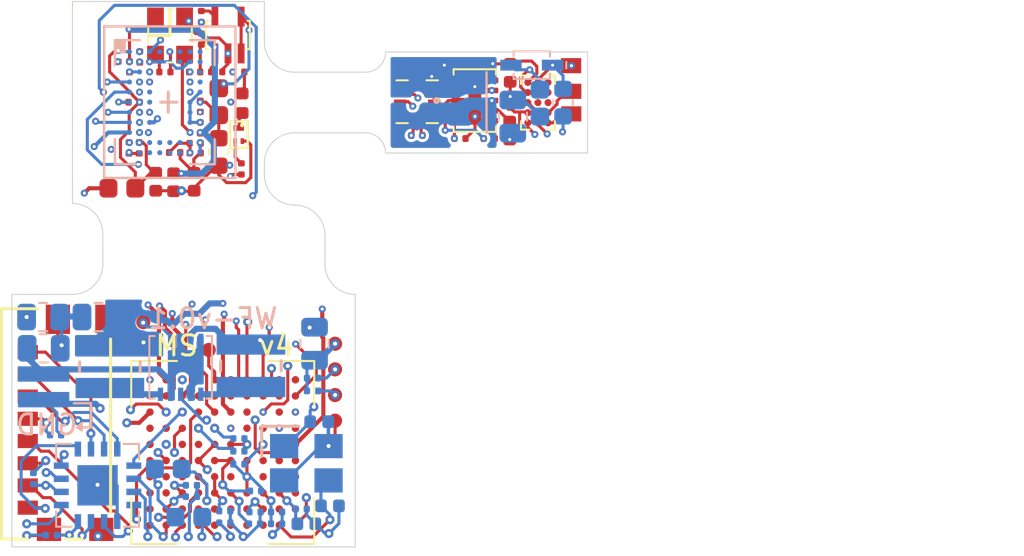
<source format=kicad_pcb>
(kicad_pcb (version 20171130) (host pcbnew "(5.1.5-0-10_14)")
  (layers (0 F.Cu signal) (1 In1.Cu signal hide) (2 In2.Cu signal) (3 In3.Cu signal) (4 In4.Cu signal hide) (31 B.Cu signal) (34 B.Paste user) (35 F.Paste user) (36 B.SilkS user) (37 F.SilkS user) (38 B.Mask user) (39 F.Mask user) (44 Edge.Cuts user))
  (net 0 "")
  (net 1 GND)
  (net 2 +1V8)
  (net 3 +1V2)
  (net 4 +BATT)
  (net 5 /VDDUTMIC)
  (net 6 /VDDPLL)
  (net 7 +3V3)
  (net 8 /XIN)
  (net 9 /XOUT)
  (net 10 "Net-(J1-PadG5)")
  (net 11 "Net-(J1-PadG4)")
  (net 12 "Net-(J1-PadP1)")
  (net 13 "Net-(J1-PadP2)")
  (net 14 "Net-(J1-PadP7)")
  (net 15 "Net-(J1-PadP3)")
  (net 16 "Net-(J1-PadP5)")
  (net 17 "Net-(J1-PadP8)")
  (net 18 /LED_ENT)
  (net 19 /SCL)
  (net 20 /SDA)
  (net 21 /SWDIO)
  (net 22 /SWDCLK)
  (net 23 "Net-(L3-Pad1)")
  (net 24 "Net-(L4-Pad1)")
  (net 25 /SDCLKA)
  (net 26 /SDCMDA)
  (net 27 /SD3)
  (net 28 /SD2)
  (net 29 /SD1)
  (net 30 /SD0)
  (net 31 /D6)
  (net 32 /D4)
  (net 33 "Net-(U3-PadK7)")
  (net 34 "Net-(U3-PadK5)")
  (net 35 /MISO)
  (net 36 "Net-(U3-PadK2)")
  (net 37 "Net-(U3-PadK1)")
  (net 38 "Net-(U3-PadJ10)")
  (net 39 /D3)
  (net 40 /D5)
  (net 41 "Net-(U3-PadJ7)")
  (net 42 "Net-(U3-PadJ6)")
  (net 43 "Net-(U3-PadJ5)")
  (net 44 /SCK)
  (net 45 "Net-(U3-PadJ2)")
  (net 46 /LV)
  (net 47 /D1)
  (net 48 /D2)
  (net 49 /FV)
  (net 50 /MOSI)
  (net 51 "Net-(U3-PadH4)")
  (net 52 /SS_N)
  (net 53 "Net-(U3-PadH2)")
  (net 54 /TRIGGER0)
  (net 55 "Net-(U3-PadG10)")
  (net 56 "Net-(U3-PadG9)")
  (net 57 /D7)
  (net 58 "Net-(U3-PadG4)")
  (net 59 "Net-(U3-PadG3)")
  (net 60 /MONITOR0)
  (net 61 "Net-(U3-PadG1)")
  (net 62 "Net-(U3-PadF10)")
  (net 63 /D0)
  (net 64 "Net-(U3-PadF7)")
  (net 65 "Net-(U3-PadF2)")
  (net 66 "Net-(U3-PadE10)")
  (net 67 "Net-(U3-PadE8)")
  (net 68 "Net-(U3-PadE3)")
  (net 69 /RESET_N)
  (net 70 "Net-(U3-PadE1)")
  (net 71 "Net-(U3-PadD10)")
  (net 72 "Net-(U3-PadD9)")
  (net 73 "Net-(U3-PadD8)")
  (net 74 "Net-(U3-PadD5)")
  (net 75 "Net-(U3-PadD3)")
  (net 76 /STATUS_LED)
  (net 77 "Net-(U3-PadD1)")
  (net 78 "Net-(U3-PadC10)")
  (net 79 "Net-(U3-PadC9)")
  (net 80 /IR_REV)
  (net 81 "Net-(U3-PadB10)")
  (net 82 "Net-(U3-PadB8)")
  (net 83 "Net-(U3-PadB7)")
  (net 84 "Net-(U3-PadB6)")
  (net 85 "Net-(U3-PadB5)")
  (net 86 "Net-(U3-PadB4)")
  (net 87 "Net-(U3-PadB2)")
  (net 88 "Net-(U3-PadB1)")
  (net 89 "Net-(U3-PadA10)")
  (net 90 "Net-(U3-PadA6)")
  (net 91 "Net-(U3-PadA5)")
  (net 92 "Net-(U3-PadA4)")
  (net 93 "Net-(U3-PadA3)")
  (net 94 /PXL_CLK)
  (net 95 "Net-(U3-PadF8)")
  (net 96 "Net-(U3-PadD2)")
  (net 97 "Net-(U3-PadC1)")
  (net 98 "Net-(D1-PadA)")
  (net 99 "Net-(C3-Pad1)")
  (net 100 "Net-(R1-Pad1)")
  (net 101 "Net-(C5-Pad1)")
  (net 102 "Net-(D2-PadA)")
  (net 103 +5V)
  (net 104 "Net-(Q1-Pad1)")
  (net 105 "Net-(C3-Pad2)")
  (net 106 "Net-(C9-Pad1)")
  (net 107 /LED-EWL/EWL1)
  (net 108 /LED-EWL/EWL2)
  (net 109 /LED-EWL/I_SET)
  (net 110 "Net-(U3-Pad3)")
  (net 111 "Net-(U4-PadC5)")
  (net 112 "Net-(U4-PadC4)")
  (net 113 "Net-(U4-PadC3)")
  (net 114 "Net-(U4-PadB4)")
  (net 115 "Net-(U4-PadB3)")
  (net 116 /PYTHON480/VDD_PIX)
  (net 117 /PYTHON480/VREF_BOTPLATE)
  (net 118 "Net-(D3-Pad2)")
  (net 119 "Net-(D3-Pad1)")
  (net 120 "Net-(R6-Pad1)")
  (net 121 "Net-(R7-Pad1)")
  (net 122 "Net-(U6-PadH4)")
  (net 123 "Net-(U6-PadH3)")
  (net 124 "Net-(U6-PadH2)")
  (net 125 "Net-(U6-PadH1)")
  (net 126 /PYTHON480/LOCK_DETECT)
  (net 127 /PYTHON480/CLK_PLL)
  (net 128 "Net-(U6-PadG1)")
  (net 129 "Net-(U6-PadF10)")
  (net 130 /PYTHON480/MONITOR2)
  (net 131 "Net-(U6-PadF1)")
  (net 132 "Net-(U6-PadE11)")
  (net 133 "Net-(U6-PadE10)")
  (net 134 "Net-(U6-PadD11)")
  (net 135 "Net-(U6-PadD10)")
  (net 136 /PYTHON480/MONITOR1)
  (net 137 "Net-(U6-PadC11)")
  (net 138 "Net-(U6-PadC10)")
  (net 139 "Net-(U6-PadB11)")
  (net 140 /PYTHON480/D9)
  (net 141 /PYTHON480/D8)
  (module .Package_SON:SON_10_P50_300X300X100L40X24L (layer B.Cu) (at 134.39168 89.50034)
    (fp_text reference U1)
    (fp_text value TPS62402-Q1 hide)
    (pad 10 smd rect (at -1 1.335 270) (size 0.66 0.26) (layers B.Cu B.Paste B.Mask) (net 24 "Net-(L4-Pad1)"))
    (pad 9 smd rect (at -0.5 1.335 270) (size 0.66 0.26) (layers B.Cu B.Paste B.Mask) (net 4 +BATT))
    (pad 8 smd rect (at 0 1.335 270) (size 0.66 0.26) (layers B.Cu B.Paste B.Mask) (net 1 GND))
    (pad 7 smd rect (at 0.5 1.335 270) (size 0.66 0.26) (layers B.Cu B.Paste B.Mask) (net 4 +BATT))
    (pad 6 smd rect (at 1 1.335 270) (size 0.66 0.26) (layers B.Cu B.Paste B.Mask) (net 23 "Net-(L3-Pad1)"))
    (pad 5 smd rect (at 1 -1.335 270) (size 0.66 0.26) (layers B.Cu B.Paste B.Mask) (net 4 +BATT))
    (pad 4 smd rect (at 0.5 -1.335 270) (size 0.66 0.26) (layers B.Cu B.Paste B.Mask) (net 2 +1V8))
    (pad 3 smd rect (at 0 -1.335 270) (size 0.66 0.26) (layers B.Cu B.Paste B.Mask) (net 4 +BATT))
    (pad 2 smd rect (at -0.5 -1.335 270) (size 0.66 0.26) (layers B.Cu B.Paste B.Mask) (net 1 GND))
    (pad 1 smd rect (at -1 -1.335 270) (size 0.66 0.26) (layers B.Cu B.Paste B.Mask) (net 7 +3V3))
  )
  (module .Package_BGA:BGA88CP50_8X11_493X613X75B25 (layer B.Cu) (at 133.6058 76.3734 270)
    (fp_text reference U6)
    (fp_text value NOIP1SN0480A hide)
    (pad A1 smd circle (at -2.5 1.75 270) (size 0.25 0.25) (layers B.Cu B.Paste B.Mask) (net 116 /PYTHON480/VDD_PIX))
    (pad A2 smd circle (at -2 1.75 270) (size 0.25 0.25) (layers B.Cu B.Paste B.Mask) (net 2 +1V8))
    (pad A3 smd circle (at -1.5 1.75 270) (size 0.25 0.25) (layers B.Cu B.Paste B.Mask) (net 1 GND))
    (pad A4 smd circle (at -1 1.75 270) (size 0.25 0.25) (layers B.Cu B.Paste B.Mask) (net 52 /SS_N))
    (pad A5 smd circle (at -0.5 1.75 270) (size 0.25 0.25) (layers B.Cu B.Paste B.Mask) (net 49 /FV))
    (pad A6 smd circle (at 0 1.75 270) (size 0.25 0.25) (layers B.Cu B.Paste B.Mask) (net 1 GND))
    (pad A7 smd circle (at 0.5 1.75 270) (size 0.25 0.25) (layers B.Cu B.Paste B.Mask) (net 57 /D7))
    (pad A8 smd circle (at 1 1.75 270) (size 0.25 0.25) (layers B.Cu B.Paste B.Mask) (net 94 /PXL_CLK))
    (pad A9 smd circle (at 1.5 1.75 270) (size 0.25 0.25) (layers B.Cu B.Paste B.Mask) (net 48 /D2))
    (pad A10 smd circle (at 2 1.75 270) (size 0.25 0.25) (layers B.Cu B.Paste B.Mask) (net 2 +1V8))
    (pad A11 smd circle (at 2.5 1.75 270) (size 0.25 0.25) (layers B.Cu B.Paste B.Mask) (net 1 GND))
    (pad B1 smd circle (at -2.5 1.25 270) (size 0.25 0.25) (layers B.Cu B.Paste B.Mask) (net 7 +3V3))
    (pad B2 smd circle (at -2 1.25 270) (size 0.25 0.25) (layers B.Cu B.Paste B.Mask) (net 1 GND))
    (pad B3 smd circle (at -1.5 1.25 270) (size 0.25 0.25) (layers B.Cu B.Paste B.Mask) (net 1 GND))
    (pad B4 smd circle (at -1 1.25 270) (size 0.25 0.25) (layers B.Cu B.Paste B.Mask) (net 44 /SCK))
    (pad B5 smd circle (at -0.5 1.25 270) (size 0.25 0.25) (layers B.Cu B.Paste B.Mask) (net 46 /LV))
    (pad B6 smd circle (at 0 1.25 270) (size 0.25 0.25) (layers B.Cu B.Paste B.Mask) (net 116 /PYTHON480/VDD_PIX))
    (pad B7 smd circle (at 0.5 1.25 270) (size 0.25 0.25) (layers B.Cu B.Paste B.Mask) (net 31 /D6))
    (pad B8 smd circle (at 1 1.25 270) (size 0.25 0.25) (layers B.Cu B.Paste B.Mask) (net 32 /D4))
    (pad B9 smd circle (at 1.5 1.25 270) (size 0.25 0.25) (layers B.Cu B.Paste B.Mask) (net 63 /D0))
    (pad B10 smd circle (at 2 1.25 270) (size 0.25 0.25) (layers B.Cu B.Paste B.Mask) (net 116 /PYTHON480/VDD_PIX))
    (pad B11 smd circle (at 2.5 1.25 270) (size 0.25 0.25) (layers B.Cu B.Paste B.Mask) (net 139 "Net-(U6-PadB11)"))
    (pad C1 smd circle (at -2.5 0.75 270) (size 0.25 0.25) (layers B.Cu B.Paste B.Mask) (net 60 /MONITOR0))
    (pad C2 smd circle (at -2 0.75 270) (size 0.25 0.25) (layers B.Cu B.Paste B.Mask) (net 1 GND))
    (pad C3 smd circle (at -1.5 0.75 270) (size 0.25 0.25) (layers B.Cu B.Paste B.Mask) (net 54 /TRIGGER0))
    (pad C4 smd circle (at -1 0.75 270) (size 0.25 0.25) (layers B.Cu B.Paste B.Mask) (net 69 /RESET_N))
    (pad C5 smd circle (at -0.5 0.75 270) (size 0.25 0.25) (layers B.Cu B.Paste B.Mask) (net 140 /PYTHON480/D9))
    (pad C6 smd circle (at 0 0.75 270) (size 0.25 0.25) (layers B.Cu B.Paste B.Mask) (net 141 /PYTHON480/D8))
    (pad C7 smd circle (at 0.5 0.75 270) (size 0.25 0.25) (layers B.Cu B.Paste B.Mask) (net 40 /D5))
    (pad C8 smd circle (at 1 0.75 270) (size 0.25 0.25) (layers B.Cu B.Paste B.Mask) (net 39 /D3))
    (pad C9 smd circle (at 1.5 0.75 270) (size 0.25 0.25) (layers B.Cu B.Paste B.Mask) (net 47 /D1))
    (pad C10 smd circle (at 2 0.75 270) (size 0.25 0.25) (layers B.Cu B.Paste B.Mask) (net 138 "Net-(U6-PadC10)"))
    (pad C11 smd circle (at 2.5 0.75 270) (size 0.25 0.25) (layers B.Cu B.Paste B.Mask) (net 137 "Net-(U6-PadC11)"))
    (pad D1 smd circle (at -2.5 0.25 270) (size 0.25 0.25) (layers B.Cu B.Paste B.Mask) (net 136 /PYTHON480/MONITOR1))
    (pad D2 smd circle (at -2 0.25 270) (size 0.25 0.25) (layers B.Cu B.Paste B.Mask) (net 1 GND))
    (pad D10 smd circle (at 2 0.25 270) (size 0.25 0.25) (layers B.Cu B.Paste B.Mask) (net 135 "Net-(U6-PadD10)"))
    (pad D11 smd circle (at 2.5 0.25 270) (size 0.25 0.25) (layers B.Cu B.Paste B.Mask) (net 134 "Net-(U6-PadD11)"))
    (pad E1 smd circle (at -2.5 -0.25 270) (size 0.25 0.25) (layers B.Cu B.Paste B.Mask) (net 121 "Net-(R7-Pad1)"))
    (pad E2 smd circle (at -2 -0.25 270) (size 0.25 0.25) (layers B.Cu B.Paste B.Mask) (net 1 GND))
    (pad E10 smd circle (at 2 -0.25 270) (size 0.25 0.25) (layers B.Cu B.Paste B.Mask) (net 133 "Net-(U6-PadE10)"))
    (pad E11 smd circle (at 2.5 -0.25 270) (size 0.25 0.25) (layers B.Cu B.Paste B.Mask) (net 132 "Net-(U6-PadE11)"))
    (pad F1 smd circle (at -2.5 -0.75 270) (size 0.25 0.25) (layers B.Cu B.Paste B.Mask) (net 131 "Net-(U6-PadF1)"))
    (pad F2 smd circle (at -2 -0.75 270) (size 0.25 0.25) (layers B.Cu B.Paste B.Mask) (net 130 /PYTHON480/MONITOR2))
    (pad F10 smd circle (at 2 -0.75 270) (size 0.25 0.25) (layers B.Cu B.Paste B.Mask) (net 129 "Net-(U6-PadF10)"))
    (pad F11 smd circle (at 2.5 -0.75 270) (size 0.25 0.25) (layers B.Cu B.Paste B.Mask) (net 7 +3V3))
    (pad G1 smd circle (at -2.5 -1.25 270) (size 0.25 0.25) (layers B.Cu B.Paste B.Mask) (net 128 "Net-(U6-PadG1)"))
    (pad G2 smd circle (at -2 -1.25 270) (size 0.25 0.25) (layers B.Cu B.Paste B.Mask) (net 1 GND))
    (pad G3 smd circle (at -1.5 -1.25 270) (size 0.25 0.25) (layers B.Cu B.Paste B.Mask) (net 7 +3V3))
    (pad G4 smd circle (at -1 -1.25 270) (size 0.25 0.25) (layers B.Cu B.Paste B.Mask) (net 35 /MISO))
    (pad G5 smd circle (at -0.5 -1.25 270) (size 0.25 0.25) (layers B.Cu B.Paste B.Mask) (net 50 /MOSI))
    (pad G6 smd circle (at 0 -1.25 270) (size 0.25 0.25) (layers B.Cu B.Paste B.Mask) (net 1 GND))
    (pad G7 smd circle (at 0.5 -1.25 270) (size 0.25 0.25) (layers B.Cu B.Paste B.Mask) (net 1 GND))
    (pad G8 smd circle (at 1 -1.25 270) (size 0.25 0.25) (layers B.Cu B.Paste B.Mask) (net 1 GND))
    (pad G9 smd circle (at 1.5 -1.25 270) (size 0.25 0.25) (layers B.Cu B.Paste B.Mask) (net 127 /PYTHON480/CLK_PLL))
    (pad G10 smd circle (at 2 -1.25 270) (size 0.25 0.25) (layers B.Cu B.Paste B.Mask) (net 126 /PYTHON480/LOCK_DETECT))
    (pad G11 smd circle (at 2.5 -1.25 270) (size 0.25 0.25) (layers B.Cu B.Paste B.Mask) (net 1 GND))
    (pad H1 smd circle (at -2.5 -1.75 270) (size 0.25 0.25) (layers B.Cu B.Paste B.Mask) (net 125 "Net-(U6-PadH1)"))
    (pad H2 smd circle (at -2 -1.75 270) (size 0.25 0.25) (layers B.Cu B.Paste B.Mask) (net 124 "Net-(U6-PadH2)"))
    (pad H3 smd circle (at -1.5 -1.75 270) (size 0.25 0.25) (layers B.Cu B.Paste B.Mask) (net 123 "Net-(U6-PadH3)"))
    (pad H4 smd circle (at -1 -1.75 270) (size 0.25 0.25) (layers B.Cu B.Paste B.Mask) (net 122 "Net-(U6-PadH4)"))
    (pad H5 smd circle (at -0.5 -1.75 270) (size 0.25 0.25) (layers B.Cu B.Paste B.Mask) (net 1 GND))
    (pad H6 smd circle (at 0 -1.75 270) (size 0.25 0.25) (layers B.Cu B.Paste B.Mask) (net 117 /PYTHON480/VREF_BOTPLATE))
    (pad H7 smd circle (at 0.5 -1.75 270) (size 0.25 0.25) (layers B.Cu B.Paste B.Mask) (net 1 GND))
    (pad H8 smd circle (at 1 -1.75 270) (size 0.25 0.25) (layers B.Cu B.Paste B.Mask) (net 1 GND))
    (pad H9 smd circle (at 1.5 -1.75 270) (size 0.25 0.25) (layers B.Cu B.Paste B.Mask) (net 2 +1V8))
    (pad H10 smd circle (at 2 -1.75 270) (size 0.25 0.25) (layers B.Cu B.Paste B.Mask) (net 7 +3V3))
    (pad H11 smd circle (at 2.5 -1.75 270) (size 0.25 0.25) (layers B.Cu B.Paste B.Mask) (net 7 +3V3))
  )
  (module .Capacitor:C_0805_2012Metric_L (layer B.Cu) (at 150.836 77.0872 270)
    (fp_text reference C50)
    (fp_text value GRM033R61A104ME15D hide)
    (pad 2 smd roundrect (at 0.82 0 270) (size 0.93 1.32) (layers B.Cu B.Paste B.Mask) (net 1 GND))
    (pad 1 smd roundrect (at -0.82 0 270) (size 0.93 1.32) (layers B.Cu B.Paste B.Mask) (net 7 +3V3))
  )
  (module .Oscillator:OSC_CC250X200X80L70X75L (layer F.Cu) (at 133.866 73.0734 270)
    (fp_text reference U7)
    (fp_text value SiT_2.5mmx2mm hide)
    (pad 1 smd rect (at -0.945 0.72) (size 0.83 0.88) (layers F.Cu F.Paste F.Mask) (net 120 "Net-(R6-Pad1)"))
    (pad 2 smd rect (at 0.945 0.72) (size 0.83 0.88) (layers F.Cu F.Paste F.Mask) (net 1 GND))
    (pad 3 smd rect (at 0.945 -0.72) (size 0.83 0.88) (layers F.Cu F.Paste F.Mask) (net 127 /PYTHON480/CLK_PLL))
    (pad 4 smd rect (at -0.945 -0.72) (size 0.83 0.88) (layers F.Cu F.Paste F.Mask) (net 7 +3V3))
  )
  (module .Package_SOT:SOT_23-5P65_210X110L36X22L (layer F.Cu) (at 136.7362 73.048)
    (fp_text reference U5)
    (fp_text value LMV321IDCKR hide)
    (pad 5 smd rect (at -0.65 -0.91 90) (size 0.99 0.34) (layers F.Cu F.Paste F.Mask) (net 103 +5V))
    (pad 4 smd rect (at 0.65 -0.91 90) (size 0.99 0.34) (layers F.Cu F.Paste F.Mask) (net 23 "Net-(L3-Pad1)"))
    (pad 3 smd rect (at 0.65 0.91 90) (size 0.99 0.34) (layers F.Cu F.Paste F.Mask) (net 23 "Net-(L3-Pad1)"))
    (pad 2 smd rect (at 0 0.91 90) (size 0.99 0.34) (layers F.Cu F.Paste F.Mask) (net 1 GND))
    (pad 1 smd rect (at -0.65 0.91 90) (size 0.99 0.34) (layers F.Cu F.Paste F.Mask) (net 2 +1V8))
  )
  (module .Resistor:R_0201_0603Metric_ERJ_L (layer F.Cu) (at 133.612 74.8768 180)
    (fp_text reference R7)
    (fp_text value 47.7K hide)
    (pad 1 smd roundrect (at -0.275 0 180) (size 0.31 0.34) (layers F.Cu F.Paste F.Mask) (net 121 "Net-(R7-Pad1)"))
    (pad 2 smd roundrect (at 0.275 0 180) (size 0.31 0.34) (layers F.Cu F.Paste F.Mask) (net 1 GND))
  )
  (module .Resistor:R_0201_0603Metric_ERJ_L (layer F.Cu) (at 137.3966 79.6774 270)
    (fp_text reference R5)
    (fp_text value 1K hide)
    (pad 1 smd roundrect (at -0.275 0 270) (size 0.31 0.34) (layers F.Cu F.Paste F.Mask) (net 104 "Net-(Q1-Pad1)"))
    (pad 2 smd roundrect (at 0.275 0 270) (size 0.31 0.34) (layers F.Cu F.Paste F.Mask) (net 76 /STATUS_LED))
  )
  (module .Resistor:R_0201_0603Metric_ERJ_L (layer F.Cu) (at 137.2696 74.8768 180)
    (fp_text reference R4)
    (fp_text value 1.8K hide)
    (pad 1 smd roundrect (at -0.275 0 180) (size 0.31 0.34) (layers F.Cu F.Paste F.Mask) (net 118 "Net-(D3-Pad2)"))
    (pad 2 smd roundrect (at 0.275 0 180) (size 0.31 0.34) (layers F.Cu F.Paste F.Mask) (net 7 +3V3))
  )
  (module .Transistor:TRXDFN3_101X61X53L25X15N (layer F.Cu) (at 137.2696 77.9756 90)
    (fp_text reference Q1)
    (fp_text value MMBT3904LP-7B hide)
    (pad 1 smd rect (at -0.325 -0.175 90) (size 0.28 0.17) (layers F.Cu F.Paste F.Mask) (net 104 "Net-(Q1-Pad1)"))
    (pad 2 smd rect (at -0.325 0.175 90) (size 0.28 0.17) (layers F.Cu F.Paste F.Mask) (net 1 GND))
    (pad 3 smd rect (at 0.325 0 90) (size 0.28 0.52) (layers F.Cu F.Paste F.Mask) (net 119 "Net-(D3-Pad1)"))
  )
  (module .Inductor:L_0603_1608Metric_L (layer F.Cu) (at 136.279 76.35 270)
    (fp_text reference L3)
    (fp_text value BLM18PG471SN1D hide)
    (pad 1 smd roundrect (at -0.665 0 270) (size 0.89 0.92) (layers F.Cu F.Paste F.Mask) (net 23 "Net-(L3-Pad1)"))
    (pad 2 smd roundrect (at 0.665 0 270) (size 0.89 0.92) (layers F.Cu F.Paste F.Mask) (net 117 /PYTHON480/VREF_BOTPLATE))
  )
  (module .Inductor:L_0603_1608Metric_L (layer F.Cu) (at 131.483 80.636)
    (fp_text reference L2)
    (fp_text value BLM18PG471SN1D hide)
    (pad 2 smd roundrect (at 0.665 0) (size 0.89 0.92) (layers F.Cu F.Paste F.Mask) (net 116 /PYTHON480/VDD_PIX))
    (pad 1 smd roundrect (at -0.665 0) (size 0.89 0.92) (layers F.Cu F.Paste F.Mask) (net 7 +3V3))
  )
  (module LED_SMD:LED_0402_1005Metric (layer F.Cu) (at 137.4328 76.4262 90)
    (fp_text reference D3)
    (fp_text value LED_Small_ALT hide)
    (pad 1 smd roundrect (at -0.485 0 90) (size 0.59 0.64) (layers F.Cu F.Paste F.Mask) (net 119 "Net-(D3-Pad1)"))
    (pad 2 smd roundrect (at 0.485 0 90) (size 0.59 0.64) (layers F.Cu F.Paste F.Mask) (net 118 "Net-(D3-Pad2)"))
  )
  (module .Capacitor:C_0201_0603Metric_L (layer F.Cu) (at 135.4154 73.2512 270)
    (fp_text reference C28)
    (fp_text value GRM033R61A104ME15D hide)
    (pad 1 smd roundrect (at -0.275 0 270) (size 0.31 0.34) (layers F.Cu F.Paste F.Mask) (net 7 +3V3))
    (pad 2 smd roundrect (at 0.275 0 270) (size 0.31 0.34) (layers F.Cu F.Paste F.Mask) (net 1 GND))
  )
  (module .Capacitor:C_0603_1608Metric_L (layer F.Cu) (at 136.279 78.8392 270)
    (fp_text reference C27)
    (fp_text value GRM188R61E475KE11D hide)
    (pad 2 smd roundrect (at 0.68 0 270) (size 0.81 0.87) (layers F.Cu F.Paste F.Mask) (net 1 GND))
    (pad 1 smd roundrect (at -0.68 0 270) (size 0.81 0.87) (layers F.Cu F.Paste F.Mask) (net 117 /PYTHON480/VREF_BOTPLATE))
  )
  (module .Capacitor:C_0201_0603Metric_L (layer F.Cu) (at 136.1774 74.8768)
    (fp_text reference C26)
    (fp_text value GRM033R61A104ME15D hide)
    (pad 1 smd roundrect (at -0.275 0) (size 0.31 0.34) (layers F.Cu F.Paste F.Mask) (net 2 +1V8))
    (pad 2 smd roundrect (at 0.275 0) (size 0.31 0.34) (layers F.Cu F.Paste F.Mask) (net 1 GND))
  )
  (module .Capacitor:C_0201_0603Metric_L (layer F.Cu) (at 135.4154 72.1336 270)
    (fp_text reference C25)
    (fp_text value GRM033R61A104ME15D hide)
    (pad 2 smd roundrect (at 0.275 0 270) (size 0.31 0.34) (layers F.Cu F.Paste F.Mask) (net 1 GND))
    (pad 1 smd roundrect (at -0.275 0 270) (size 0.31 0.34) (layers F.Cu F.Paste F.Mask) (net 103 +5V))
  )
  (module .Capacitor:C_0201_0603Metric_L (layer F.Cu) (at 135.3646 76.5786 270)
    (fp_text reference C24)
    (fp_text value GRM033R61A104ME15D hide)
    (pad 1 smd roundrect (at -0.275 0 270) (size 0.31 0.34) (layers F.Cu F.Paste F.Mask) (net 117 /PYTHON480/VREF_BOTPLATE))
    (pad 2 smd roundrect (at 0.275 0 270) (size 0.31 0.34) (layers F.Cu F.Paste F.Mask) (net 1 GND))
  )
  (module .Capacitor:C_0402_1005Metric_L (layer F.Cu) (at 134.0438 80.3378 270)
    (fp_text reference C23)
    (fp_text value GRM155R60J106ME15D hide)
    (pad 1 smd roundrect (at -0.445 0 270) (size 0.58 0.63) (layers F.Cu F.Paste F.Mask) (net 2 +1V8))
    (pad 2 smd roundrect (at 0.445 0 270) (size 0.58 0.63) (layers F.Cu F.Paste F.Mask) (net 1 GND))
  )
  (module .Capacitor:C_0201_0603Metric_L (layer F.Cu) (at 131.8594 74.6228 270)
    (fp_text reference C22)
    (fp_text value GRM033R61A104ME15D hide)
    (pad 1 smd roundrect (at -0.275 0 270) (size 0.31 0.34) (layers F.Cu F.Paste F.Mask) (net 2 +1V8))
    (pad 2 smd roundrect (at 0.275 0 270) (size 0.31 0.34) (layers F.Cu F.Paste F.Mask) (net 1 GND))
  )
  (module .Capacitor:C_0201_0603Metric_L (layer F.Cu) (at 131.834 78.636 270)
    (fp_text reference C21)
    (fp_text value GRM033R61A104ME15D hide)
    (pad 1 smd roundrect (at -0.275 0 270) (size 0.31 0.34) (layers F.Cu F.Paste F.Mask) (net 2 +1V8))
    (pad 2 smd roundrect (at 0.275 0 270) (size 0.31 0.34) (layers F.Cu F.Paste F.Mask) (net 1 GND))
  )
  (module .Capacitor:C_0201_0603Metric_L (layer F.Cu) (at 135.3646 77.6454 90)
    (fp_text reference C20)
    (fp_text value GRM033R61A104ME15D hide)
    (pad 1 smd roundrect (at -0.275 0 90) (size 0.31 0.34) (layers F.Cu F.Paste F.Mask) (net 2 +1V8))
    (pad 2 smd roundrect (at 0.275 0 90) (size 0.31 0.34) (layers F.Cu F.Paste F.Mask) (net 1 GND))
  )
  (module .Capacitor:C_0402_1005Metric_L (layer F.Cu) (at 133.1548 80.3124 270)
    (fp_text reference C19)
    (fp_text value GRM155R60J106ME15D hide)
    (pad 2 smd roundrect (at 0.445 0 270) (size 0.58 0.63) (layers F.Cu F.Paste F.Mask) (net 1 GND))
    (pad 1 smd roundrect (at -0.445 0 270) (size 0.58 0.63) (layers F.Cu F.Paste F.Mask) (net 116 /PYTHON480/VDD_PIX))
  )
  (module .Capacitor:C_0201_0603Metric_L (layer F.Cu) (at 132.342 78.636 270)
    (fp_text reference C18)
    (fp_text value GRM033R61A104ME15D hide)
    (pad 1 smd roundrect (at -0.275 0 270) (size 0.31 0.34) (layers F.Cu F.Paste F.Mask) (net 116 /PYTHON480/VDD_PIX))
    (pad 2 smd roundrect (at 0.275 0 270) (size 0.31 0.34) (layers F.Cu F.Paste F.Mask) (net 1 GND))
  )
  (module .Capacitor:C_0201_0603Metric_L (layer F.Cu) (at 131.3006 74.0894 270)
    (fp_text reference C17)
    (fp_text value GRM033R61A104ME15D hide)
    (pad 1 smd roundrect (at -0.275 0 270) (size 0.31 0.34) (layers F.Cu F.Paste F.Mask) (net 116 /PYTHON480/VDD_PIX))
    (pad 2 smd roundrect (at 0.275 0 270) (size 0.31 0.34) (layers F.Cu F.Paste F.Mask) (net 1 GND))
  )
  (module .Capacitor:C_0201_0603Metric_L (layer F.Cu) (at 132.088 76.3754 180)
    (fp_text reference C16)
    (fp_text value GRM033R61A104ME15D hide)
    (pad 1 smd roundrect (at -0.275 0 180) (size 0.31 0.34) (layers F.Cu F.Paste F.Mask) (net 116 /PYTHON480/VDD_PIX))
    (pad 2 smd roundrect (at 0.275 0 180) (size 0.31 0.34) (layers F.Cu F.Paste F.Mask) (net 1 GND))
  )
  (module .Capacitor:C_0402_1005Metric_L (layer F.Cu) (at 135.0598 80.3124 270)
    (fp_text reference C15)
    (fp_text value GRM155R60J106ME15D hide)
    (pad 1 smd roundrect (at -0.445 0 270) (size 0.58 0.63) (layers F.Cu F.Paste F.Mask) (net 7 +3V3))
    (pad 2 smd roundrect (at 0.445 0 270) (size 0.58 0.63) (layers F.Cu F.Paste F.Mask) (net 1 GND))
  )
  (module .Capacitor:C_0201_0603Metric_L (layer F.Cu) (at 132.3674 74.1358 270)
    (fp_text reference C14)
    (fp_text value GRM033R61A104ME15D hide)
    (pad 1 smd roundrect (at -0.275 0 270) (size 0.31 0.34) (layers F.Cu F.Paste F.Mask) (net 7 +3V3))
    (pad 2 smd roundrect (at 0.275 0 270) (size 0.31 0.34) (layers F.Cu F.Paste F.Mask) (net 1 GND))
  )
  (module .Capacitor:C_0201_0603Metric_L (layer F.Cu) (at 135.0852 74.8768)
    (fp_text reference C13)
    (fp_text value GRM033R61A104ME15D hide)
    (pad 1 smd roundrect (at -0.275 0) (size 0.31 0.34) (layers F.Cu F.Paste F.Mask) (net 7 +3V3))
    (pad 2 smd roundrect (at 0.275 0) (size 0.31 0.34) (layers F.Cu F.Paste F.Mask) (net 1 GND))
  )
  (module .Capacitor:C_0201_0603Metric_L (layer F.Cu) (at 134.0946 78.8646 180)
    (fp_text reference C12)
    (fp_text value GRM033R61A104ME15D hide)
    (pad 1 smd roundrect (at -0.275 0 180) (size 0.31 0.34) (layers F.Cu F.Paste F.Mask) (net 7 +3V3))
    (pad 2 smd roundrect (at 0.275 0 180) (size 0.31 0.34) (layers F.Cu F.Paste F.Mask) (net 1 GND))
  )
  (module .Capacitor:C_0201_0603Metric_L (layer F.Cu) (at 135.1106 78.89 180)
    (fp_text reference C11)
    (fp_text value GRM033R61A104ME15D hide)
    (pad 1 smd roundrect (at -0.275 0 180) (size 0.31 0.34) (layers F.Cu F.Paste F.Mask) (net 7 +3V3))
    (pad 2 smd roundrect (at 0.275 0 180) (size 0.31 0.34) (layers F.Cu F.Paste F.Mask) (net 1 GND))
  )
  (module .Capacitor:C_0201_0603Metric_L (layer F.Cu) (at 135.1106 78.4074 180)
    (fp_text reference C10)
    (fp_text value GRM033R61A104ME15D hide)
    (pad 1 smd roundrect (at -0.275 0 180) (size 0.31 0.34) (layers F.Cu F.Paste F.Mask) (net 7 +3V3))
    (pad 2 smd roundrect (at 0.275 0 180) (size 0.31 0.34) (layers F.Cu F.Paste F.Mask) (net 1 GND))
  )
  (module .Package_BGA:BGA_15_NP50_3X5_155X255X69B31N (layer F.Cu) (at 152.0806 76.3942 90)
    (fp_text reference U4)
    (fp_text value MAX14574EWL+ hide)
    (pad C5 smd circle (at 1 0.5 90) (size 0.35 0.35) (layers F.Cu F.Paste F.Mask) (net 111 "Net-(U4-PadC5)"))
    (pad C4 smd circle (at 0.5 0.5 90) (size 0.35 0.35) (layers F.Cu F.Paste F.Mask) (net 112 "Net-(U4-PadC4)"))
    (pad C3 smd circle (at 0 0.5 90) (size 0.35 0.35) (layers F.Cu F.Paste F.Mask) (net 113 "Net-(U4-PadC3)"))
    (pad C2 smd circle (at -0.5 0.5 90) (size 0.35 0.35) (layers F.Cu F.Paste F.Mask) (net 107 /LED-EWL/EWL1))
    (pad C1 smd circle (at -1 0.5 90) (size 0.35 0.35) (layers F.Cu F.Paste F.Mask) (net 108 /LED-EWL/EWL2))
    (pad B5 smd circle (at 1 0 90) (size 0.35 0.35) (layers F.Cu F.Paste F.Mask) (net 106 "Net-(C9-Pad1)"))
    (pad B4 smd circle (at 0.5 0 90) (size 0.35 0.35) (layers F.Cu F.Paste F.Mask) (net 114 "Net-(U4-PadB4)"))
    (pad B3 smd circle (at 0 0 90) (size 0.35 0.35) (layers F.Cu F.Paste F.Mask) (net 115 "Net-(U4-PadB3)"))
    (pad B2 smd circle (at -0.5 0 90) (size 0.35 0.35) (layers F.Cu F.Paste F.Mask) (net 7 +3V3))
    (pad B1 smd circle (at -1 0 90) (size 0.35 0.35) (layers F.Cu F.Paste F.Mask) (net 19 /SCL))
    (pad A5 smd circle (at 1 -0.5 90) (size 0.35 0.35) (layers F.Cu F.Paste F.Mask) (net 1 GND))
    (pad A4 smd circle (at 0.5 -0.5 90) (size 0.35 0.35) (layers F.Cu F.Paste F.Mask) (net 102 "Net-(D2-PadA)"))
    (pad A3 smd circle (at 0 -0.5 90) (size 0.35 0.35) (layers F.Cu F.Paste F.Mask) (net 7 +3V3))
    (pad A2 smd circle (at -0.5 -0.5 90) (size 0.35 0.35) (layers F.Cu F.Paste F.Mask) (net 1 GND))
    (pad A1 smd circle (at -1 -0.5 90) (size 0.35 0.35) (layers F.Cu F.Paste F.Mask) (net 20 /SDA))
  )
  (module .Package_QFN:QFN_14_P40_200X200X40L40X20L (layer F.Cu) (at 146.1008 76.35 90)
    (fp_text reference U3)
    (fp_text value TPL0102-100RUCR hide)
    (pad 14 smd rect (at -0.845 0.2 90) (size 0.61 0.22) (layers F.Cu F.Paste F.Mask) (net 7 +3V3))
    (pad 13 smd rect (at -0.845 -0.2 90) (size 0.61 0.22) (layers F.Cu F.Paste F.Mask) (net 1 GND))
    (pad 12 smd rect (at -0.8 -0.845 180) (size 0.61 0.22) (layers F.Cu F.Paste F.Mask) (net 1 GND))
    (pad 11 smd rect (at -0.4 -0.845 180) (size 0.61 0.22) (layers F.Cu F.Paste F.Mask) (net 1 GND))
    (pad 10 smd rect (at 0 -0.845 180) (size 0.61 0.22) (layers F.Cu F.Paste F.Mask) (net 19 /SCL))
    (pad 9 smd rect (at 0.4 -0.845 180) (size 0.61 0.22) (layers F.Cu F.Paste F.Mask) (net 20 /SDA))
    (pad 8 smd rect (at 0.8 -0.845 180) (size 0.61 0.22) (layers F.Cu F.Paste F.Mask) (net 1 GND))
    (pad 7 smd rect (at 0.845 -0.2 90) (size 0.61 0.22) (layers F.Cu F.Paste F.Mask) (net 1 GND))
    (pad 6 smd rect (at 0.845 0.2 90) (size 0.61 0.22) (layers F.Cu F.Paste F.Mask) (net 100 "Net-(R1-Pad1)"))
    (pad 5 smd rect (at 0.8 0.845 180) (size 0.61 0.22) (layers F.Cu F.Paste F.Mask) (net 1 GND))
    (pad 4 smd rect (at 0.4 0.845 180) (size 0.61 0.22) (layers F.Cu F.Paste F.Mask) (net 110 "Net-(U3-Pad3)"))
    (pad 3 smd rect (at 0 0.845 180) (size 0.61 0.22) (layers F.Cu F.Paste F.Mask) (net 110 "Net-(U3-Pad3)"))
    (pad 2 smd rect (at -0.4 0.845 180) (size 0.61 0.22) (layers F.Cu F.Paste F.Mask) (net 1 GND))
    (pad 1 smd rect (at -0.8 0.845 180) (size 0.61 0.22) (layers F.Cu F.Paste F.Mask) (net 7 +3V3))
  )
  (module .Package_SON:SON_11_P50_300X200X80L40X25T239X64L (layer F.Cu) (at 148.9564 76.2926 90)
    (fp_text reference U2)
    (fp_text value LTC3218 hide)
    (pad 1 smd rect (at -1 0.84 180) (size 0.64 0.27) (layers F.Cu F.Paste F.Mask) (net 105 "Net-(C3-Pad2)"))
    (pad 2 smd rect (at -0.5 0.84 180) (size 0.64 0.27) (layers F.Cu F.Paste F.Mask) (net 101 "Net-(C5-Pad1)"))
    (pad 3 smd rect (at 0 0.84 180) (size 0.64 0.27) (layers F.Cu F.Paste F.Mask) (net 98 "Net-(D1-PadA)"))
    (pad 4 smd rect (at 0.5 0.84 180) (size 0.64 0.27) (layers F.Cu F.Paste F.Mask) (net 18 /LED_ENT))
    (pad 5 smd rect (at 1 0.84 180) (size 0.64 0.27) (layers F.Cu F.Paste F.Mask) (net 109 /LED-EWL/I_SET))
    (pad 6 smd rect (at 1 -0.84 180) (size 0.64 0.27) (layers F.Cu F.Paste F.Mask) (net 109 /LED-EWL/I_SET))
    (pad 7 smd rect (at 0.5 -0.84 180) (size 0.64 0.27) (layers F.Cu F.Paste F.Mask) (net 1 GND))
    (pad 8 smd rect (at 0 -0.84 180) (size 0.64 0.27) (layers F.Cu F.Paste F.Mask) (net 1 GND))
    (pad 9 smd rect (at -0.5 -0.84 180) (size 0.64 0.27) (layers F.Cu F.Paste F.Mask) (net 99 "Net-(C3-Pad1)"))
    (pad 10 smd rect (at -1 -0.84 180) (size 0.64 0.27) (layers F.Cu F.Paste F.Mask) (net 7 +3V3))
    (pad 11 smd rect (at 0 0 180) (size 0.64 2.39) (layers F.Cu F.Paste F.Mask) (net 1 GND))
  )
  (module .Resistor:R_0201_0603Metric_ERJ_L (layer F.Cu) (at 146.1116 74.6924)
    (fp_text reference R1)
    (fp_text value ERJ-1GEF1022C hide)
    (pad 1 smd roundrect (at -0.275 0) (size 0.31 0.34) (layers F.Cu F.Paste F.Mask) (net 100 "Net-(R1-Pad1)"))
    (pad 2 smd roundrect (at 0.275 0) (size 0.31 0.34) (layers F.Cu F.Paste F.Mask) (net 109 /LED-EWL/I_SET))
  )
  (module .Inductor:L_0603_1608Metric_L (layer B.Cu) (at 152.1822 76.4196 90)
    (fp_text reference L1)
    (fp_text value LQM18PN3R3MGHD hide)
    (pad 2 smd roundrect (at 0.665 0 90) (size 0.89 0.92) (layers B.Cu B.Paste B.Mask) (net 102 "Net-(D2-PadA)"))
    (pad 1 smd roundrect (at -0.665 0 90) (size 0.89 0.92) (layers B.Cu B.Paste B.Mask) (net 7 +3V3))
  )
  (module .Connector:Conn_1x1_250x750_Pad (layer F.Cu) (at 153.7222 74.5654 90)
    (fp_text reference J13 hide)
    (fp_text value Conn_01x01 hide)
    (pad 1 smd rect (at 0 0 90) (size 0.75 1) (layers F.Cu F.Paste F.Mask) (net 1 GND))
  )
  (module .Connector:Conn_1x1_250x750_Pad (layer F.Cu) (at 153.7316 76.953 90)
    (fp_text reference J12 hide)
    (fp_text value Conn_01x01 hide)
    (pad 1 smd rect (at 0 0 90) (size 0.75 1) (layers F.Cu F.Paste F.Mask) (net 108 /LED-EWL/EWL2))
  )
  (module .Connector:Conn_1x1_250x750_Pad (layer F.Cu) (at 153.7316 75.8354 90)
    (fp_text reference J11 hide)
    (fp_text value Conn_01x01 hide)
    (pad 1 smd rect (at 0 0 90) (size 0.75 1) (layers F.Cu F.Paste F.Mask) (net 107 /LED-EWL/EWL1))
  )
  (module .Diode:SOD_323_250X125X110L30X32L (layer B.Cu) (at 151.7758 74.54 180)
    (fp_text reference D2)
    (fp_text value BAS316 hide)
    (pad A smd rect (at 1.03 0 180) (size 1.06 0.54) (layers B.Cu B.Paste B.Mask) (net 102 "Net-(D2-PadA)"))
    (pad C smd rect (at -1.03 0 180) (size 1.06 0.54) (layers B.Cu B.Paste B.Mask) (net 106 "Net-(C9-Pad1)"))
  )
  (module .LED:LED_LXZ1_PR01_L (layer B.Cu) (at 147.2866 76.289 270)
    (fp_text reference D1)
    (fp_text value LXZ1-PR01 hide)
    (pad A smd rect (at 0.35 0 270) (size 0.45 1.5) (layers B.Cu B.Paste B.Mask) (net 98 "Net-(D1-PadA)"))
    (pad C smd rect (at -0.35 0 270) (size 0.45 1.5) (layers B.Cu B.Paste B.Mask) (net 1 GND))
  )
  (module .Capacitor:C_0603_1608Metric_L (layer B.Cu) (at 153.3252 76.3942 270)
    (fp_text reference C9)
    (fp_text value "100nF 100V 0603" hide)
    (pad 2 smd roundrect (at 0.68 0 270) (size 0.81 0.87) (layers B.Cu B.Paste B.Mask) (net 1 GND))
    (pad 1 smd roundrect (at -0.68 0 270) (size 0.81 0.87) (layers B.Cu B.Paste B.Mask) (net 106 "Net-(C9-Pad1)"))
  )
  (module .Capacitor:C_0201_0603Metric_L (layer F.Cu) (at 150.709 76.3688 270)
    (fp_text reference C8)
    (fp_text value GRM033R61A104ME15D hide)
    (pad 1 smd roundrect (at -0.275 0 270) (size 0.31 0.34) (layers F.Cu F.Paste F.Mask) (net 7 +3V3))
    (pad 2 smd roundrect (at 0.275 0 270) (size 0.31 0.34) (layers F.Cu F.Paste F.Mask) (net 1 GND))
  )
  (module .Capacitor:C_0402_1005Metric_L (layer F.Cu) (at 150.709 74.921 90)
    (fp_text reference C7)
    (fp_text value GRM155R60J475ME87D hide)
    (pad 1 smd roundrect (at -0.445 0 90) (size 0.58 0.63) (layers F.Cu F.Paste F.Mask) (net 7 +3V3))
    (pad 2 smd roundrect (at 0.445 0 90) (size 0.58 0.63) (layers F.Cu F.Paste F.Mask) (net 1 GND))
  )
  (module .Capacitor:C_0201_0603Metric_L (layer F.Cu) (at 146.0862 78.0198 180)
    (fp_text reference C6)
    (fp_text value GRM033R61A104ME15D hide)
    (pad 1 smd roundrect (at -0.275 0 180) (size 0.31 0.34) (layers F.Cu F.Paste F.Mask) (net 7 +3V3))
    (pad 2 smd roundrect (at 0.275 0 180) (size 0.31 0.34) (layers F.Cu F.Paste F.Mask) (net 1 GND))
  )
  (module .Capacitor:C_0402_1005Metric_L (layer F.Cu) (at 150.6836 77.778 270)
    (fp_text reference C5)
    (fp_text value GRM155R60J475ME87D hide)
    (pad 1 smd roundrect (at -0.445 0 270) (size 0.58 0.63) (layers F.Cu F.Paste F.Mask) (net 101 "Net-(C5-Pad1)"))
    (pad 2 smd roundrect (at 0.445 0 270) (size 0.58 0.63) (layers F.Cu F.Paste F.Mask) (net 1 GND))
  )
  (module .Capacitor:C_0201_0603Metric_L (layer F.Cu) (at 148.2198 78.1722)
    (fp_text reference C4)
    (fp_text value GRM033R61A225ME47D hide)
    (pad 1 smd roundrect (at -0.275 0) (size 0.31 0.34) (layers F.Cu F.Paste F.Mask) (net 7 +3V3))
    (pad 2 smd roundrect (at 0.275 0) (size 0.31 0.34) (layers F.Cu F.Paste F.Mask) (net 1 GND))
  )
  (module .Capacitor:C_0201_0603Metric_L (layer F.Cu) (at 149.6676 78.1722)
    (fp_text reference C3)
    (fp_text value GRM033R61A225ME47D hide)
    (pad 1 smd roundrect (at -0.275 0) (size 0.31 0.34) (layers F.Cu F.Paste F.Mask) (net 99 "Net-(C3-Pad1)"))
    (pad 2 smd roundrect (at 0.275 0) (size 0.31 0.34) (layers F.Cu F.Paste F.Mask) (net 105 "Net-(C3-Pad2)"))
  )
  (module .Connector:Conn_1x1_700_Circular_Pad (layer F.Cu) (at 132.53918 87.26342)
    (fp_text reference J13)
    (fp_text value Conn_01x01)
    (pad 1 smd circle (at 0 0) (size 0.7 0.7) (layers F.Cu F.Paste F.Mask) (net 1 GND))
  )
  (module .Connector:Conn_1x1_700_Circular_Pad (layer F.Cu) (at 132.54934 88.25402)
    (fp_text reference J12)
    (fp_text value Conn_01x01)
    (pad 1 smd circle (at 0 0) (size 0.7 0.7) (layers F.Cu F.Paste F.Mask) (net 7 +3V3))
  )
  (module .Connector:Conn_1x1_700_Circular_Pad (layer F.Cu) (at 135.78508 88.64034)
    (fp_text reference J7)
    (fp_text value Conn_01x01)
    (pad 1 smd circle (at 0 0) (size 0.7 0.7) (layers F.Cu F.Paste F.Mask) (net 80 /IR_REV))
  )
  (module .Inductor:L_0603_1608Metric_L (layer B.Cu) (at 134.79808 96.91714)
    (fp_text reference L1)
    (fp_text value BLM18PG471SN1D hide)
    (pad 2 smd roundrect (at 0.665 0) (size 0.89 0.92) (layers B.Cu B.Paste B.Mask) (net 5 /VDDUTMIC))
    (pad 1 smd roundrect (at -0.665 0) (size 0.89 0.92) (layers B.Cu B.Paste B.Mask) (net 3 +1V2))
  )
  (module .Package_BGA:BGA_100_CP80_10X10_900X900X110B40L (layer F.Cu) (at 136.47448 93.71674 180)
    (fp_text reference U3)
    (fp_text value ATSAME70N21A-CN hide)
    (pad K10 smd circle (at 3.6 3.6 180) (size 0.37 0.37) (layers F.Cu F.Paste F.Mask) (net 31 /D6))
    (pad K9 smd circle (at 2.8 3.6 180) (size 0.37 0.37) (layers F.Cu F.Paste F.Mask) (net 32 /D4))
    (pad K8 smd circle (at 2 3.6 180) (size 0.37 0.37) (layers F.Cu F.Paste F.Mask) (net 28 /SD2))
    (pad K7 smd circle (at 1.2 3.6 180) (size 0.37 0.37) (layers F.Cu F.Paste F.Mask) (net 33 "Net-(U3-PadK7)"))
    (pad K6 smd circle (at 0.4 3.6 180) (size 0.37 0.37) (layers F.Cu F.Paste F.Mask) (net 80 /IR_REV))
    (pad K5 smd circle (at -0.4 3.6 180) (size 0.37 0.37) (layers F.Cu F.Paste F.Mask) (net 34 "Net-(U3-PadK5)"))
    (pad K4 smd circle (at -1.2 3.6 180) (size 0.37 0.37) (layers F.Cu F.Paste F.Mask) (net 76 /STATUS_LED))
    (pad K3 smd circle (at -2 3.6 180) (size 0.37 0.37) (layers F.Cu F.Paste F.Mask) (net 35 /MISO))
    (pad K2 smd circle (at -2.8 3.6 180) (size 0.37 0.37) (layers F.Cu F.Paste F.Mask) (net 36 "Net-(U3-PadK2)"))
    (pad K1 smd circle (at -3.6 3.6 180) (size 0.37 0.37) (layers F.Cu F.Paste F.Mask) (net 37 "Net-(U3-PadK1)"))
    (pad J10 smd circle (at 3.6 2.8 180) (size 0.37 0.37) (layers F.Cu F.Paste F.Mask) (net 38 "Net-(U3-PadJ10)"))
    (pad J9 smd circle (at 2.8 2.8 180) (size 0.37 0.37) (layers F.Cu F.Paste F.Mask) (net 39 /D3))
    (pad J8 smd circle (at 2 2.8 180) (size 0.37 0.37) (layers F.Cu F.Paste F.Mask) (net 40 /D5))
    (pad J7 smd circle (at 1.2 2.8 180) (size 0.37 0.37) (layers F.Cu F.Paste F.Mask) (net 41 "Net-(U3-PadJ7)"))
    (pad J6 smd circle (at 0.4 2.8 180) (size 0.37 0.37) (layers F.Cu F.Paste F.Mask) (net 42 "Net-(U3-PadJ6)"))
    (pad J5 smd circle (at -0.4 2.8 180) (size 0.37 0.37) (layers F.Cu F.Paste F.Mask) (net 43 "Net-(U3-PadJ5)"))
    (pad J4 smd circle (at -1.2 2.8 180) (size 0.37 0.37) (layers F.Cu F.Paste F.Mask) (net 44 /SCK))
    (pad J3 smd circle (at -2 2.8 180) (size 0.37 0.37) (layers F.Cu F.Paste F.Mask) (net 94 /PXL_CLK))
    (pad J2 smd circle (at -2.8 2.8 180) (size 0.37 0.37) (layers F.Cu F.Paste F.Mask) (net 45 "Net-(U3-PadJ2)"))
    (pad J1 smd circle (at -3.6 2.8 180) (size 0.37 0.37) (layers F.Cu F.Paste F.Mask) (net 46 /LV))
    (pad H10 smd circle (at 3.6 2 180) (size 0.37 0.37) (layers F.Cu F.Paste F.Mask) (net 47 /D1))
    (pad H9 smd circle (at 2.8 2 180) (size 0.37 0.37) (layers F.Cu F.Paste F.Mask) (net 48 /D2))
    (pad H8 smd circle (at 2 2 180) (size 0.37 0.37) (layers F.Cu F.Paste F.Mask) (net 27 /SD3))
    (pad H7 smd circle (at 1.2 2 180) (size 0.37 0.37) (layers F.Cu F.Paste F.Mask) (net 25 /SDCLKA))
    (pad H6 smd circle (at 0.4 2 180) (size 0.37 0.37) (layers F.Cu F.Paste F.Mask) (net 49 /FV))
    (pad H5 smd circle (at -0.4 2 180) (size 0.37 0.37) (layers F.Cu F.Paste F.Mask) (net 50 /MOSI))
    (pad H4 smd circle (at -1.2 2 180) (size 0.37 0.37) (layers F.Cu F.Paste F.Mask) (net 51 "Net-(U3-PadH4)"))
    (pad H3 smd circle (at -2 2 180) (size 0.37 0.37) (layers F.Cu F.Paste F.Mask) (net 52 /SS_N))
    (pad H2 smd circle (at -2.8 2 180) (size 0.37 0.37) (layers F.Cu F.Paste F.Mask) (net 53 "Net-(U3-PadH2)"))
    (pad H1 smd circle (at -3.6 2 180) (size 0.37 0.37) (layers F.Cu F.Paste F.Mask) (net 54 /TRIGGER0))
    (pad G10 smd circle (at 3.6 1.2 180) (size 0.37 0.37) (layers F.Cu F.Paste F.Mask) (net 55 "Net-(U3-PadG10)"))
    (pad G9 smd circle (at 2.8 1.2 180) (size 0.37 0.37) (layers F.Cu F.Paste F.Mask) (net 56 "Net-(U3-PadG9)"))
    (pad G8 smd circle (at 2 1.2 180) (size 0.37 0.37) (layers F.Cu F.Paste F.Mask) (net 21 /SWDIO))
    (pad G7 smd circle (at 1.2 1.2 180) (size 0.37 0.37) (layers F.Cu F.Paste F.Mask) (net 2 +1V8))
    (pad G6 smd circle (at 0.4 1.2 180) (size 0.37 0.37) (layers F.Cu F.Paste F.Mask) (net 3 +1V2))
    (pad G5 smd circle (at -0.4 1.2 180) (size 0.37 0.37) (layers F.Cu F.Paste F.Mask) (net 57 /D7))
    (pad G4 smd circle (at -1.2 1.2 180) (size 0.37 0.37) (layers F.Cu F.Paste F.Mask) (net 58 "Net-(U3-PadG4)"))
    (pad G3 smd circle (at -2 1.2 180) (size 0.37 0.37) (layers F.Cu F.Paste F.Mask) (net 59 "Net-(U3-PadG3)"))
    (pad G2 smd circle (at -2.8 1.2 180) (size 0.37 0.37) (layers F.Cu F.Paste F.Mask) (net 60 /MONITOR0))
    (pad G1 smd circle (at -3.6 1.2 180) (size 0.37 0.37) (layers F.Cu F.Paste F.Mask) (net 61 "Net-(U3-PadG1)"))
    (pad F10 smd circle (at 3.6 0.4 180) (size 0.37 0.37) (layers F.Cu F.Paste F.Mask) (net 62 "Net-(U3-PadF10)"))
    (pad F9 smd circle (at 2.8 0.4 180) (size 0.37 0.37) (layers F.Cu F.Paste F.Mask) (net 63 /D0))
    (pad F8 smd circle (at 2 0.4 180) (size 0.37 0.37) (layers F.Cu F.Paste F.Mask) (net 95 "Net-(U3-PadF8)"))
    (pad F7 smd circle (at 1.2 0.4 180) (size 0.37 0.37) (layers F.Cu F.Paste F.Mask) (net 64 "Net-(U3-PadF7)"))
    (pad F6 smd circle (at 0.4 0.4 180) (size 0.37 0.37) (layers F.Cu F.Paste F.Mask) (net 1 GND))
    (pad F5 smd circle (at -0.4 0.4 180) (size 0.37 0.37) (layers F.Cu F.Paste F.Mask) (net 1 GND))
    (pad F4 smd circle (at -1.2 0.4 180) (size 0.37 0.37) (layers F.Cu F.Paste F.Mask) (net 1 GND))
    (pad F3 smd circle (at -2 0.4 180) (size 0.37 0.37) (layers F.Cu F.Paste F.Mask) (net 2 +1V8))
    (pad F2 smd circle (at -2.8 0.4 180) (size 0.37 0.37) (layers F.Cu F.Paste F.Mask) (net 65 "Net-(U3-PadF2)"))
    (pad F1 smd circle (at -3.6 0.4 180) (size 0.37 0.37) (layers F.Cu F.Paste F.Mask) (net 18 /LED_ENT))
    (pad E10 smd circle (at 3.6 -0.4 180) (size 0.37 0.37) (layers F.Cu F.Paste F.Mask) (net 66 "Net-(U3-PadE10)"))
    (pad E9 smd circle (at 2.8 -0.4 180) (size 0.37 0.37) (layers F.Cu F.Paste F.Mask) (net 22 /SWDCLK))
    (pad E8 smd circle (at 2 -0.4 180) (size 0.37 0.37) (layers F.Cu F.Paste F.Mask) (net 67 "Net-(U3-PadE8)"))
    (pad E7 smd circle (at 1.2 -0.4 180) (size 0.37 0.37) (layers F.Cu F.Paste F.Mask) (net 1 GND))
    (pad E6 smd circle (at 0.4 -0.4 180) (size 0.37 0.37) (layers F.Cu F.Paste F.Mask) (net 2 +1V8))
    (pad E5 smd circle (at -0.4 -0.4 180) (size 0.37 0.37) (layers F.Cu F.Paste F.Mask) (net 2 +1V8))
    (pad E4 smd circle (at -1.2 -0.4 180) (size 0.37 0.37) (layers F.Cu F.Paste F.Mask) (net 1 GND))
    (pad E3 smd circle (at -2 -0.4 180) (size 0.37 0.37) (layers F.Cu F.Paste F.Mask) (net 68 "Net-(U3-PadE3)"))
    (pad E2 smd circle (at -2.8 -0.4 180) (size 0.37 0.37) (layers F.Cu F.Paste F.Mask) (net 69 /RESET_N))
    (pad E1 smd circle (at -3.6 -0.4 180) (size 0.37 0.37) (layers F.Cu F.Paste F.Mask) (net 70 "Net-(U3-PadE1)"))
    (pad D10 smd circle (at 3.6 -1.2 180) (size 0.37 0.37) (layers F.Cu F.Paste F.Mask) (net 71 "Net-(U3-PadD10)"))
    (pad D9 smd circle (at 2.8 -1.2 180) (size 0.37 0.37) (layers F.Cu F.Paste F.Mask) (net 72 "Net-(U3-PadD9)"))
    (pad D8 smd circle (at 2 -1.2 180) (size 0.37 0.37) (layers F.Cu F.Paste F.Mask) (net 73 "Net-(U3-PadD8)"))
    (pad D7 smd circle (at 1.2 -1.2 180) (size 0.37 0.37) (layers F.Cu F.Paste F.Mask) (net 6 /VDDPLL))
    (pad D6 smd circle (at 0.4 -1.2 180) (size 0.37 0.37) (layers F.Cu F.Paste F.Mask) (net 3 +1V2))
    (pad D5 smd circle (at -0.4 -1.2 180) (size 0.37 0.37) (layers F.Cu F.Paste F.Mask) (net 74 "Net-(U3-PadD5)"))
    (pad D4 smd circle (at -1.2 -1.2 180) (size 0.37 0.37) (layers F.Cu F.Paste F.Mask) (net 1 GND))
    (pad D3 smd circle (at -2 -1.2 180) (size 0.37 0.37) (layers F.Cu F.Paste F.Mask) (net 75 "Net-(U3-PadD3)"))
    (pad D2 smd circle (at -2.8 -1.2 180) (size 0.37 0.37) (layers F.Cu F.Paste F.Mask) (net 96 "Net-(U3-PadD2)"))
    (pad D1 smd circle (at -3.6 -1.2 180) (size 0.37 0.37) (layers F.Cu F.Paste F.Mask) (net 77 "Net-(U3-PadD1)"))
    (pad C10 smd circle (at 3.6 -2 180) (size 0.37 0.37) (layers F.Cu F.Paste F.Mask) (net 78 "Net-(U3-PadC10)"))
    (pad C9 smd circle (at 2.8 -2 180) (size 0.37 0.37) (layers F.Cu F.Paste F.Mask) (net 79 "Net-(U3-PadC9)"))
    (pad C8 smd circle (at 2 -2 180) (size 0.37 0.37) (layers F.Cu F.Paste F.Mask) (net 19 /SCL))
    (pad C7 smd circle (at 1.2 -2 180) (size 0.37 0.37) (layers F.Cu F.Paste F.Mask) (net 30 /SD0))
    (pad C6 smd circle (at 0.4 -2 180) (size 0.37 0.37) (layers F.Cu F.Paste F.Mask) (net 3 +1V2))
    (pad C5 smd circle (at -0.4 -2 180) (size 0.37 0.37) (layers F.Cu F.Paste F.Mask) (net 2 +1V8))
    (pad C4 smd circle (at -1.2 -2 180) (size 0.37 0.37) (layers F.Cu F.Paste F.Mask) (net 1 GND))
    (pad C3 smd circle (at -2 -2 180) (size 0.37 0.37) (layers F.Cu F.Paste F.Mask) (net 3 +1V2))
    (pad C2 smd circle (at -2.8 -2 180) (size 0.37 0.37) (layers F.Cu F.Paste F.Mask) (net 2 +1V8))
    (pad C1 smd circle (at -3.6 -2 180) (size 0.37 0.37) (layers F.Cu F.Paste F.Mask) (net 97 "Net-(U3-PadC1)"))
    (pad B10 smd circle (at 3.6 -2.8 180) (size 0.37 0.37) (layers F.Cu F.Paste F.Mask) (net 81 "Net-(U3-PadB10)"))
    (pad B9 smd circle (at 2.8 -2.8 180) (size 0.37 0.37) (layers F.Cu F.Paste F.Mask) (net 20 /SDA))
    (pad B8 smd circle (at 2 -2.8 180) (size 0.37 0.37) (layers F.Cu F.Paste F.Mask) (net 82 "Net-(U3-PadB8)"))
    (pad B7 smd circle (at 1.2 -2.8 180) (size 0.37 0.37) (layers F.Cu F.Paste F.Mask) (net 83 "Net-(U3-PadB7)"))
    (pad B6 smd circle (at 0.4 -2.8 180) (size 0.37 0.37) (layers F.Cu F.Paste F.Mask) (net 84 "Net-(U3-PadB6)"))
    (pad B5 smd circle (at -0.4 -2.8 180) (size 0.37 0.37) (layers F.Cu F.Paste F.Mask) (net 85 "Net-(U3-PadB5)"))
    (pad B4 smd circle (at -1.2 -2.8 180) (size 0.37 0.37) (layers F.Cu F.Paste F.Mask) (net 86 "Net-(U3-PadB4)"))
    (pad B3 smd circle (at -2 -2.8 180) (size 0.37 0.37) (layers F.Cu F.Paste F.Mask) (net 5 /VDDUTMIC))
    (pad B2 smd circle (at -2.8 -2.8 180) (size 0.37 0.37) (layers F.Cu F.Paste F.Mask) (net 87 "Net-(U3-PadB2)"))
    (pad B1 smd circle (at -3.6 -2.8 180) (size 0.37 0.37) (layers F.Cu F.Paste F.Mask) (net 88 "Net-(U3-PadB1)"))
    (pad A10 smd circle (at 3.6 -3.6 180) (size 0.37 0.37) (layers F.Cu F.Paste F.Mask) (net 89 "Net-(U3-PadA10)"))
    (pad A9 smd circle (at 2.8 -3.6 180) (size 0.37 0.37) (layers F.Cu F.Paste F.Mask) (net 26 /SDCMDA))
    (pad A8 smd circle (at 2 -3.6 180) (size 0.37 0.37) (layers F.Cu F.Paste F.Mask) (net 1 GND))
    (pad A7 smd circle (at 1.2 -3.6 180) (size 0.37 0.37) (layers F.Cu F.Paste F.Mask) (net 29 /SD1))
    (pad A6 smd circle (at 0.4 -3.6 180) (size 0.37 0.37) (layers F.Cu F.Paste F.Mask) (net 90 "Net-(U3-PadA6)"))
    (pad A5 smd circle (at -0.4 -3.6 180) (size 0.37 0.37) (layers F.Cu F.Paste F.Mask) (net 91 "Net-(U3-PadA5)"))
    (pad A4 smd circle (at -1.2 -3.6 180) (size 0.37 0.37) (layers F.Cu F.Paste F.Mask) (net 92 "Net-(U3-PadA4)"))
    (pad A3 smd circle (at -2 -3.6 180) (size 0.37 0.37) (layers F.Cu F.Paste F.Mask) (net 93 "Net-(U3-PadA3)"))
    (pad A2 smd circle (at -2.8 -3.6 180) (size 0.37 0.37) (layers F.Cu F.Paste F.Mask) (net 9 /XOUT))
    (pad A1 smd circle (at -3.6 -3.6 180) (size 0.37 0.37) (layers F.Cu F.Paste F.Mask) (net 8 /XIN))
  )
  (module .Resistor:R_0201_0603Metric_ERJ_L (layer B.Cu) (at 140.91948 90.03374)
    (fp_text reference R4)
    (fp_text value 100K hide)
    (pad 2 smd roundrect (at 0.275 0) (size 0.31 0.34) (layers B.Cu B.Paste B.Mask) (net 21 /SWDIO))
    (pad 1 smd roundrect (at -0.275 0) (size 0.31 0.34) (layers B.Cu B.Paste B.Mask) (net 2 +1V8))
  )
  (module .Resistor:R_0201_0603Metric_ERJ_L (layer B.Cu) (at 140.91948 90.66874)
    (fp_text reference R3)
    (fp_text value 100K hide)
    (pad 2 smd roundrect (at 0.275 0) (size 0.31 0.34) (layers B.Cu B.Paste B.Mask) (net 22 /SWDCLK))
    (pad 1 smd roundrect (at -0.275 0) (size 0.31 0.34) (layers B.Cu B.Paste B.Mask) (net 2 +1V8))
  )
  (module .Resistor:R_0201_0603Metric_ERJ_L (layer B.Cu) (at 134.92508 95.90114 180)
    (fp_text reference R2)
    (fp_text value 10K hide)
    (pad 2 smd roundrect (at 0.275 0 180) (size 0.31 0.34) (layers B.Cu B.Paste B.Mask) (net 20 /SDA))
    (pad 1 smd roundrect (at -0.275 0 180) (size 0.31 0.34) (layers B.Cu B.Paste B.Mask) (net 2 +1V8))
  )
  (module .Resistor:R_0201_0603Metric_ERJ_L (layer B.Cu) (at 134.92508 95.34234 180)
    (fp_text reference R1)
    (fp_text value 10K hide)
    (pad 2 smd roundrect (at 0.275 0 180) (size 0.31 0.34) (layers B.Cu B.Paste B.Mask) (net 19 /SCL))
    (pad 1 smd roundrect (at -0.275 0 180) (size 0.31 0.34) (layers B.Cu B.Paste B.Mask) (net 2 +1V8))
  )
  (module .Oscillator:OSCCC320X250X100L80X100 (layer B.Cu) (at 140.61468 94.25014)
    (fp_text reference Y1)
    (fp_text value ABM8G-12.000MHZ-4Y-T3 hide)
    (pad 4 smd rect (at -1.1 0.85 270) (size 1.2 1.4) (layers B.Cu B.Paste B.Mask) (net 1 GND))
    (pad 3 smd rect (at 1.1 0.85 270) (size 1.2 1.4) (layers B.Cu B.Paste B.Mask) (net 9 /XOUT))
    (pad 2 smd rect (at 1.1 -0.85 270) (size 1.2 1.4) (layers B.Cu B.Paste B.Mask) (net 1 GND))
    (pad 1 smd rect (at -1.1 -0.85 270) (size 1.2 1.4) (layers B.Cu B.Paste B.Mask) (net 8 /XIN))
  )
  (module .Package_QFN:QFN_17_P65_400X400X80L50X30T210L (layer B.Cu) (at 130.27688 95.34234 90)
    (fp_text reference U2)
    (fp_text value MAX13030EETE+ hide)
    (pad 17 smd rect (at -0.475 0.475 90) (size 1.05 1.05) (layers B.Cu B.Paste B.Mask) (net 1 GND))
    (pad 17 smd rect (at -0.475 -0.475 90) (size 1.05 1.05) (layers B.Cu B.Paste B.Mask) (net 1 GND))
    (pad 17 smd rect (at 0.475 0.475 90) (size 1.05 1.05) (layers B.Cu B.Paste B.Mask) (net 1 GND))
    (pad 17 smd rect (at 0.475 -0.475 90) (size 1.05 1.05) (layers B.Cu B.Paste B.Mask) (net 1 GND))
    (pad 16 smd rect (at -1.795 -0.975 90) (size 0.74 0.32) (layers B.Cu B.Paste B.Mask) (net 7 +3V3))
    (pad 15 smd rect (at -1.795 -0.325 90) (size 0.74 0.32) (layers B.Cu B.Paste B.Mask) (net 14 "Net-(J1-PadP7)"))
    (pad 14 smd rect (at -1.795 0.325 90) (size 0.74 0.32) (layers B.Cu B.Paste B.Mask) (net 16 "Net-(J1-PadP5)"))
    (pad 13 smd rect (at -1.795 0.975 90) (size 0.74 0.32) (layers B.Cu B.Paste B.Mask) (net 1 GND))
    (pad 12 smd rect (at -0.975 1.795) (size 0.74 0.32) (layers B.Cu B.Paste B.Mask) (net 25 /SDCLKA))
    (pad 11 smd rect (at -0.325 1.795) (size 0.74 0.32) (layers B.Cu B.Paste B.Mask) (net 2 +1V8))
    (pad 10 smd rect (at 0.325 1.795) (size 0.74 0.32) (layers B.Cu B.Paste B.Mask) (net 26 /SDCMDA))
    (pad 9 smd rect (at 0.975 1.795) (size 0.74 0.32) (layers B.Cu B.Paste B.Mask) (net 27 /SD3))
    (pad 8 smd rect (at 1.795 0.975 90) (size 0.74 0.32) (layers B.Cu B.Paste B.Mask) (net 15 "Net-(J1-PadP3)"))
    (pad 7 smd rect (at 1.795 0.325 90) (size 0.74 0.32) (layers B.Cu B.Paste B.Mask) (net 13 "Net-(J1-PadP2)"))
    (pad 6 smd rect (at 1.795 -0.325 90) (size 0.74 0.32) (layers B.Cu B.Paste B.Mask) (net 12 "Net-(J1-PadP1)"))
    (pad 5 smd rect (at 1.795 -0.975 90) (size 0.74 0.32) (layers B.Cu B.Paste B.Mask) (net 17 "Net-(J1-PadP8)"))
    (pad 4 smd rect (at 0.975 -1.795) (size 0.74 0.32) (layers B.Cu B.Paste B.Mask) (net 28 /SD2))
    (pad 3 smd rect (at 0.325 -1.795) (size 0.74 0.32) (layers B.Cu B.Paste B.Mask) (net 29 /SD1))
    (pad 2 smd rect (at -0.325 -1.795) (size 0.74 0.32) (layers B.Cu B.Paste B.Mask) (net 2 +1V8))
    (pad 1 smd rect (at -0.975 -1.795) (size 0.74 0.32) (layers B.Cu B.Paste B.Mask) (net 30 /SD0))
  )
  (module .Inductor:VLS3012HBX-2R2M (layer B.Cu) (at 130.88648 89.47494 90)
    (fp_text reference L4)
    (fp_text value VLS3012HBX-2R2M hide)
    (pad 2 smd rect (at 1.05 0 90) (size 1 3.4) (layers B.Cu B.Paste B.Mask) (net 7 +3V3))
    (pad 1 smd rect (at -1.05 0 90) (size 1 3.4) (layers B.Cu B.Paste B.Mask) (net 24 "Net-(L4-Pad1)"))
  )
  (module .Inductor:VLS3012HBX-2R2M (layer B.Cu) (at 137.87148 89.42414 90)
    (fp_text reference L3)
    (fp_text value VLS3012HBX-2R2M hide)
    (pad 2 smd rect (at 1.05 0 90) (size 1 3.4) (layers B.Cu B.Paste B.Mask) (net 2 +1V8))
    (pad 1 smd rect (at -1.05 0 90) (size 1 3.4) (layers B.Cu B.Paste B.Mask) (net 23 "Net-(L3-Pad1)"))
  )
  (module .Inductor:L_0603_1608Metric_L (layer B.Cu) (at 133.78208 94.52954)
    (fp_text reference L2)
    (fp_text value BLM18PG471SN1D hide)
    (pad 2 smd roundrect (at 0.665 0) (size 0.89 0.92) (layers B.Cu B.Paste B.Mask) (net 6 /VDDPLL))
    (pad 1 smd roundrect (at -0.665 0) (size 0.89 0.92) (layers B.Cu B.Paste B.Mask) (net 3 +1V2))
  )
  (module .Connector:Conn_1x1_250x750_Pad (layer B.Cu) (at 127.60988 91.10054 90)
    (fp_text reference J9)
    (fp_text value Conn_01x01 hide)
    (pad 1 smd rect (at 0 0 90) (size 0.762 2.54) (layers B.Cu B.Paste B.Mask) (net 1 GND))
  )
  (module .Connector:Conn_1x1_250x750_Pad (layer B.Cu) (at 127.60988 89.83054 90)
    (fp_text reference J8)
    (fp_text value Conn_01x01 hide)
    (pad 1 smd rect (at 0 0 90) (size 0.762 2.54) (layers B.Cu B.Paste B.Mask) (net 4 +BATT))
  )
  (module .Connector:Conn_1x1_700_Circular_Pad (layer F.Cu) (at 142.03708 92.14194)
    (fp_text reference J6)
    (fp_text value Conn_01x01 hide)
    (pad 1 smd circle (at 0 0) (size 0.7 0.7) (layers F.Cu F.Paste F.Mask) (net 1 GND))
  )
  (module .Connector:Conn_1x1_700_Circular_Pad (layer F.Cu) (at 142.03708 90.87194)
    (fp_text reference J5)
    (fp_text value Conn_01x01 hide)
    (pad 1 smd circle (at 0 0) (size 0.7 0.7) (layers F.Cu F.Paste F.Mask) (net 22 /SWDCLK))
  )
  (module .Connector:Conn_1x1_700_Circular_Pad (layer F.Cu) (at 142.03708 89.60194)
    (fp_text reference J4)
    (fp_text value Conn_01x01 hide)
    (pad 1 smd circle (at 0 0) (size 0.7 0.7) (layers F.Cu F.Paste F.Mask) (net 21 /SWDIO))
  )
  (module .Connector:Conn_1x1_700_Circular_Pad (layer F.Cu) (at 142.03708 88.33194)
    (fp_text reference J2)
    (fp_text value Conn_01x01 hide)
    (pad 1 smd circle (at 0 0) (size 0.7 0.7) (layers F.Cu F.Paste F.Mask) (net 2 +1V8))
  )
  (module .Connector:0475710001 (layer F.Cu) (at 126.82248 92.59914 90)
    (fp_text reference J1)
    (fp_text value 0475710001 hide)
    (pad G5 smd rect (at 5.5 3.79 90) (size 1.4 0.9) (layers F.Cu F.Paste F.Mask) (net 10 "Net-(J1-PadG5)"))
    (pad G4 smd rect (at 5.7 2.64 90) (size 1 0.7) (layers F.Cu F.Paste F.Mask) (net 11 "Net-(J1-PadG4)"))
    (pad G3 smd rect (at 5.475 1.49 90) (size 1.45 1.2) (layers F.Cu F.Paste F.Mask) (net 1 GND))
    (pad P1 smd rect (at 3.85 0 90) (size 0.7 1) (layers F.Cu F.Paste F.Mask) (net 12 "Net-(J1-PadP1)"))
    (pad P2 smd rect (at 2.75 0 90) (size 0.7 1) (layers F.Cu F.Paste F.Mask) (net 13 "Net-(J1-PadP2)"))
    (pad P7 smd rect (at -2.75 0 90) (size 0.7 1) (layers F.Cu F.Paste F.Mask) (net 14 "Net-(J1-PadP7)"))
    (pad P6 smd rect (at -1.65 0 90) (size 0.7 1) (layers F.Cu F.Paste F.Mask) (net 1 GND))
    (pad P3 smd rect (at 1.65 0 90) (size 0.7 1) (layers F.Cu F.Paste F.Mask) (net 15 "Net-(J1-PadP3)"))
    (pad P4 smd rect (at 0.55 0 90) (size 0.7 1) (layers F.Cu F.Paste F.Mask) (net 7 +3V3))
    (pad P5 smd rect (at -0.55 0 90) (size 0.7 1) (layers F.Cu F.Paste F.Mask) (net 16 "Net-(J1-PadP5)"))
    (pad P8 smd rect (at -3.85 0 90) (size 0.7 1) (layers F.Cu F.Paste F.Mask) (net 17 "Net-(J1-PadP8)"))
    (pad G1 smd rect (at -4.925 1.05 90) (size 1.15 1.2) (layers F.Cu F.Paste F.Mask) (net 1 GND))
    (pad G2 smd rect (at -4.925 3.64 90) (size 1.15 1.2) (layers F.Cu F.Paste F.Mask) (net 1 GND))
  )
  (module .Capacitor:C_0402_1005Metric_L (layer B.Cu) (at 141.78308 96.35834 180)
    (fp_text reference C21)
    (fp_text value GRM1555C1H120JA01D hide)
    (pad 2 smd roundrect (at 0.445 0 180) (size 0.58 0.63) (layers B.Cu B.Paste B.Mask) (net 9 /XOUT))
    (pad 1 smd roundrect (at -0.445 0 180) (size 0.58 0.63) (layers B.Cu B.Paste B.Mask) (net 1 GND))
  )
  (module .Capacitor:C_0402_1005Metric_L (layer B.Cu) (at 141.24968 92.19274 180)
    (fp_text reference C20)
    (fp_text value GRM1555C1H120JA01D hide)
    (pad 2 smd roundrect (at 0.445 0 180) (size 0.58 0.63) (layers B.Cu B.Paste B.Mask) (net 8 /XIN))
    (pad 1 smd roundrect (at -0.445 0 180) (size 0.58 0.63) (layers B.Cu B.Paste B.Mask) (net 1 GND))
  )
  (module .Capacitor:C_0805_2012Metric_L (layer B.Cu) (at 127.58448 87.01114 180)
    (fp_text reference C19)
    (fp_text value 47uF hide)
    (pad 2 smd roundrect (at 0.82 0 180) (size 0.93 1.32) (layers B.Cu B.Paste B.Mask) (net 7 +3V3))
    (pad 1 smd roundrect (at -0.82 0 180) (size 0.93 1.32) (layers B.Cu B.Paste B.Mask) (net 1 GND))
  )
  (module .Capacitor:C_0201_0603Metric_L (layer B.Cu) (at 128.19848 92.85314)
    (fp_text reference C18)
    (fp_text value GRM033R61A104ME15D hide)
    (pad 2 smd roundrect (at 0.275 0) (size 0.31 0.34) (layers B.Cu B.Paste B.Mask) (net 1 GND))
    (pad 1 smd roundrect (at -0.275 0) (size 0.31 0.34) (layers B.Cu B.Paste B.Mask) (net 7 +3V3))
  )
  (module .Capacitor:C_0201_0603Metric_L (layer B.Cu) (at 127.99088 97.80614 180)
    (fp_text reference C17)
    (fp_text value GRM033R61A104ME15D hide)
    (pad 2 smd roundrect (at 0.275 0 180) (size 0.31 0.34) (layers B.Cu B.Paste B.Mask) (net 1 GND))
    (pad 1 smd roundrect (at -0.275 0 180) (size 0.31 0.34) (layers B.Cu B.Paste B.Mask) (net 7 +3V3))
  )
  (module .Capacitor:C_0201_0603Metric_L (layer B.Cu) (at 127.10188 95.00774 90)
    (fp_text reference C16)
    (fp_text value GRM033R61A104ME15D hide)
    (pad 2 smd roundrect (at 0.275 0 90) (size 0.31 0.34) (layers B.Cu B.Paste B.Mask) (net 1 GND))
    (pad 1 smd roundrect (at -0.275 0 90) (size 0.31 0.34) (layers B.Cu B.Paste B.Mask) (net 2 +1V8))
  )
  (module .Capacitor:C_0402_1005Metric_L (layer B.Cu) (at 140.61468 97.24734)
    (fp_text reference C15)
    (fp_text value GRM155R60J475ME87D hide)
    (pad 2 smd roundrect (at 0.445 0) (size 0.58 0.63) (layers B.Cu B.Paste B.Mask) (net 1 GND))
    (pad 1 smd roundrect (at -0.445 0) (size 0.58 0.63) (layers B.Cu B.Paste B.Mask) (net 2 +1V8))
  )
  (module .Capacitor:C_0201_0603Metric_L (layer B.Cu) (at 140.36068 96.51074)
    (fp_text reference C14)
    (fp_text value GRM033R61A104ME15D hide)
    (pad 2 smd roundrect (at 0.275 0) (size 0.31 0.34) (layers B.Cu B.Paste B.Mask) (net 1 GND))
    (pad 1 smd roundrect (at -0.275 0) (size 0.31 0.34) (layers B.Cu B.Paste B.Mask) (net 2 +1V8))
  )
  (module .Capacitor:C_0201_0603Metric_L (layer B.Cu) (at 138.10008 95.62174)
    (fp_text reference C13)
    (fp_text value GRM033R61A104ME15D hide)
    (pad 2 smd roundrect (at 0.275 0) (size 0.31 0.34) (layers B.Cu B.Paste B.Mask) (net 1 GND))
    (pad 1 smd roundrect (at -0.275 0) (size 0.31 0.34) (layers B.Cu B.Paste B.Mask) (net 2 +1V8))
  )
  (module .Capacitor:C_0805_2012Metric_L (layer B.Cu) (at 130.32768 87.01114 180)
    (fp_text reference C12)
    (fp_text value GRM21BR61C226ME44L hide)
    (pad 2 smd roundrect (at 0.82 0 180) (size 0.93 1.32) (layers B.Cu B.Paste B.Mask) (net 1 GND))
    (pad 1 smd roundrect (at -0.82 0 180) (size 0.93 1.32) (layers B.Cu B.Paste B.Mask) (net 7 +3V3))
  )
  (module .Capacitor:C_0805_2012Metric_L (layer B.Cu) (at 141.02108 88.33194 90)
    (fp_text reference C11)
    (fp_text value GRM21BR61C226ME44L hide)
    (pad 2 smd roundrect (at 0.82 0 90) (size 0.93 1.32) (layers B.Cu B.Paste B.Mask) (net 1 GND))
    (pad 1 smd roundrect (at -0.82 0 90) (size 0.93 1.32) (layers B.Cu B.Paste B.Mask) (net 2 +1V8))
  )
  (module .Capacitor:C_0201_0603Metric_L (layer B.Cu) (at 137.27362 93.0275)
    (fp_text reference C10)
    (fp_text value GRM033R61A104ME15D hide)
    (pad 2 smd roundrect (at 0.275 0) (size 0.31 0.34) (layers B.Cu B.Paste B.Mask) (net 1 GND))
    (pad 1 smd roundrect (at -0.275 0) (size 0.31 0.34) (layers B.Cu B.Paste B.Mask) (net 3 +1V2))
  )
  (module .Capacitor:C_0201_0603Metric_L (layer B.Cu) (at 136.57608 96.61234)
    (fp_text reference C9)
    (fp_text value GRM033R61A104ME15D hide)
    (pad 2 smd roundrect (at 0.275 0) (size 0.31 0.34) (layers B.Cu B.Paste B.Mask) (net 1 GND))
    (pad 1 smd roundrect (at -0.275 0) (size 0.31 0.34) (layers B.Cu B.Paste B.Mask) (net 3 +1V2))
  )
  (module .Capacitor:C_0201_0603Metric_L (layer B.Cu) (at 136.57608 97.19654)
    (fp_text reference C8)
    (fp_text value GRM033R61A104ME15D hide)
    (pad 2 smd roundrect (at 0.275 0) (size 0.31 0.34) (layers B.Cu B.Paste B.Mask) (net 1 GND))
    (pad 1 smd roundrect (at -0.275 0) (size 0.31 0.34) (layers B.Cu B.Paste B.Mask) (net 6 /VDDPLL))
  )
  (module .Capacitor:C_0201_0603Metric_L (layer B.Cu) (at 138.07468 96.66314)
    (fp_text reference C7)
    (fp_text value GRM033R61A104ME15D hide)
    (pad 2 smd roundrect (at 0.275 0) (size 0.31 0.34) (layers B.Cu B.Paste B.Mask) (net 1 GND))
    (pad 1 smd roundrect (at -0.275 0) (size 0.31 0.34) (layers B.Cu B.Paste B.Mask) (net 5 /VDDUTMIC))
  )
  (module .Capacitor:C_0805_2012Metric_L (layer B.Cu) (at 127.60988 88.56054)
    (fp_text reference C6)
    (fp_text value GRM21BR61E106MA73L hide)
    (pad 2 smd roundrect (at 0.82 0) (size 0.93 1.32) (layers B.Cu B.Paste B.Mask) (net 1 GND))
    (pad 1 smd roundrect (at -0.82 0) (size 0.93 1.32) (layers B.Cu B.Paste B.Mask) (net 4 +BATT))
  )
  (module .Capacitor:C_0201_0603Metric_L (layer B.Cu) (at 139.14148 97.24734)
    (fp_text reference C5)
    (fp_text value GRM033R60J105MEA2D hide)
    (pad 2 smd roundrect (at 0.275 0) (size 0.31 0.34) (layers B.Cu B.Paste B.Mask) (net 1 GND))
    (pad 1 smd roundrect (at -0.275 0) (size 0.31 0.34) (layers B.Cu B.Paste B.Mask) (net 3 +1V2))
  )
  (module .Capacitor:C_0201_0603Metric_L (layer B.Cu) (at 139.14148 96.66314)
    (fp_text reference C4)
    (fp_text value GRM033R61A104ME15D hide)
    (pad 2 smd roundrect (at 0.275 0) (size 0.31 0.34) (layers B.Cu B.Paste B.Mask) (net 1 GND))
    (pad 1 smd roundrect (at -0.275 0) (size 0.31 0.34) (layers B.Cu B.Paste B.Mask) (net 3 +1V2))
  )
  (module .Capacitor:C_0201_0603Metric_L (layer B.Cu) (at 137.27176 94.2975 180)
    (fp_text reference C3)
    (fp_text value GRM033R61A104ME15D hide)
    (pad 2 smd roundrect (at 0.275 0 180) (size 0.31 0.34) (layers B.Cu B.Paste B.Mask) (net 1 GND))
    (pad 1 smd roundrect (at -0.275 0 180) (size 0.31 0.34) (layers B.Cu B.Paste B.Mask) (net 2 +1V8))
  )
  (module .Capacitor:C_0201_0603Metric_L (layer B.Cu) (at 138.04928 97.24734)
    (fp_text reference C2)
    (fp_text value GRM033R61A104ME15D hide)
    (pad 2 smd roundrect (at 0.275 0) (size 0.31 0.34) (layers B.Cu B.Paste B.Mask) (net 1 GND))
    (pad 1 smd roundrect (at -0.275 0) (size 0.31 0.34) (layers B.Cu B.Paste B.Mask) (net 2 +1V8))
  )
  (module .Capacitor:C_0201_0603Metric_L (layer B.Cu) (at 137.27362 93.65234)
    (fp_text reference C1)
    (fp_text value GRM033R61A104ME15D hide)
    (pad 2 smd roundrect (at 0.275 0) (size 0.31 0.34) (layers B.Cu B.Paste B.Mask) (net 1 GND))
    (pad 1 smd roundrect (at -0.275 0) (size 0.31 0.34) (layers B.Cu B.Paste B.Mask) (net 2 +1V8))
  )
  (gr_arc (start 143.03508 84.39034) (end 141.53508 84.39034) (angle -90) (layer Edge.Cuts) (width 0.05))
  (gr_line (start 130.5366 84.39034) (end 130.53314 82.88528) (layer Edge.Cuts) (width 0.05))
  (gr_line (start 126.03508 85.89034) (end 129.0366 85.89034) (layer Edge.Cuts) (width 0.05))
  (gr_line (start 129.0366 71.389) (end 129.0366 81.38922) (layer Edge.Cuts) (width 0.05))
  (gr_line (start 141.53508 84.39034) (end 141.5366 82.966) (layer Edge.Cuts) (width 0.05))
  (gr_arc (start 129.0366 84.39034) (end 129.0366 85.89034) (angle -90) (layer Edge.Cuts) (width 0.05))
  (gr_arc (start 140.0366 82.966) (end 141.5366 82.966) (angle -90) (layer Edge.Cuts) (width 0.05))
  (gr_arc (start 140.0366 79.966) (end 138.5366 79.966) (angle -90) (layer Edge.Cuts) (width 0.05))
  (gr_arc (start 129.03708 82.88528) (end 130.53314 82.88528) (angle -90.01838293) (layer Edge.Cuts) (width 0.05))
  (gr_line (start 154.5366 78.889) (end 144.5366 78.889) (layer Edge.Cuts) (width 0.05))
  (gr_line (start 154.5366 73.889) (end 154.5366 78.889) (layer Edge.Cuts) (width 0.05))
  (gr_line (start 144.5366 73.889) (end 154.5366 73.889) (layer Edge.Cuts) (width 0.05))
  (gr_line (start 138.5366 73.389) (end 138.5366 71.389) (layer Edge.Cuts) (width 0.05))
  (gr_line (start 138.5366 79.966) (end 138.5366 79.389) (layer Edge.Cuts) (width 0.05))
  (gr_line (start 143.5366 74.889) (end 140.0366 74.889) (layer Edge.Cuts) (width 0.05))
  (gr_line (start 143.5366 77.889) (end 140.0366 77.889) (layer Edge.Cuts) (width 0.05))
  (gr_arc (start 140.0366 73.389) (end 138.5366 73.389) (angle -90) (layer Edge.Cuts) (width 0.05))
  (gr_arc (start 140.0366 79.389) (end 140.0366 77.889) (angle -90) (layer Edge.Cuts) (width 0.05))
  (gr_arc (start 143.5366 78.889) (end 144.5366 78.889) (angle -90) (layer Edge.Cuts) (width 0.05))
  (gr_arc (start 143.5366 73.889) (end 143.5366 74.889) (angle -90) (layer Edge.Cuts) (width 0.05))
  (gr_line (start 129.0366 71.389) (end 138.5366 71.389) (layer Edge.Cuts) (width 0.05))
  (gr_line (start 149.5366 74.889) (end 149.5366 77.889) (layer B.SilkS) (width 0.12))
  (gr_line (start 137.1058 72.6234) (end 137.1058 80.1234) (layer B.SilkS) (width 0.12))
  (gr_line (start 130.6058 72.6234) (end 137.1058 72.6234) (layer B.SilkS) (width 0.12))
  (gr_line (start 130.6058 80.1234) (end 130.6058 72.6234) (layer B.SilkS) (width 0.12))
  (gr_line (start 137.1058 80.1234) (end 130.6058 80.1234) (layer B.SilkS) (width 0.12))
  (gr_text WF-v0.1 (at 135.99188 87.08734) (layer B.SilkS) (effects (font (size 1 1)) (justify mirror)))
  (gr_text "MS    v4" (at 136.57608 88.43354) (layer F.SilkS) (effects (font (size 1 1))))
  (gr_line (start 129.48948 92.26894) (end 129.26088 92.47214) (layer B.SilkS) (width 0.12))
  (gr_line (start 129.48948 92.62454) (end 129.48948 92.26894) (layer B.SilkS) (width 0.12))
  (gr_line (start 129.26088 92.47214) (end 129.48948 92.62454) (layer B.SilkS) (width 0.12))
  (gr_line (start 129.94668 92.47214) (end 129.26088 92.47214) (layer B.SilkS) (width 0.12))
  (gr_line (start 129.94668 91.27834) (end 129.94668 92.47214) (layer B.SilkS) (width 0.12))
  (gr_line (start 129.10848 91.27834) (end 129.94668 91.27834) (layer B.SilkS) (width 0.12))
  (gr_text GND (at 127.76228 92.34514) (layer B.SilkS) (effects (font (size 1 1)) (justify mirror)))
  (gr_line (start 143.03508 98.39034) (end 126.03508 98.39034) (layer Edge.Cuts) (width 0.05))
  (gr_line (start 143.03508 85.89034) (end 143.03508 98.39034) (layer Edge.Cuts) (width 0.05))
  (gr_line (start 126.03508 98.39034) (end 126.03508 85.89034) (layer Edge.Cuts) (width 0.05))
  (via (at 153.7396 74.5654) (size 0.35) (drill 0.15) (layers F.Cu B.Cu) (net 1))
  (via (at 148.9564 75.6068) (size 0.35) (drill 0.15) (layers F.Cu B.Cu) (net 1))
  (via (at 135.4154 72.413) (size 0.35) (drill 0.15) (layers F.Cu B.Cu) (net 1))
  (via (at 136.7362 73.9624) (size 0.35) (drill 0.15) (layers F.Cu B.Cu) (net 1))
  (via (at 131.278 74.3686) (size 0.35) (drill 0.15) (layers F.Cu B.Cu) (net 1))
  (via (at 131.8558 74.8734) (size 0.35) (drill 0.15) (layers F.Cu B.Cu) (net 1))
  (via (at 132.3558 74.3734) (size 0.35) (drill 0.15) (layers F.Cu B.Cu) (net 1))
  (segment (start 132.3558 74.8734) (end 131.8558 74.8734) (width 0.1524) (layer B.Cu) (net 1))
  (segment (start 132.8558 74.3734) (end 132.8558 74.3734) (width 0.1524) (layer B.Cu) (net 1))
  (segment (start 133.3558 74.3734) (end 133.8558 74.3734) (width 0.1524) (layer B.Cu) (net 1))
  (segment (start 131.834 78.911) (end 132.342 78.911) (width 0.1524) (layer F.Cu) (net 1))
  (via (at 132.8558 74.3734) (size 0.35) (drill 0.15) (layers F.Cu B.Cu) (net 1))
  (segment (start 132.8558 74.3734) (end 133.3558 74.3734) (width 0.1524) (layer B.Cu) (net 1))
  (via (at 135.3558 77.3734) (size 0.35) (drill 0.15) (layers F.Cu B.Cu) (net 1))
  (via (at 134.8558 78.8734) (size 0.35) (drill 0.15) (layers F.Cu B.Cu) (net 1))
  (segment (start 134.0184 80.7574) (end 134.0438 80.7828) (width 0.1524) (layer F.Cu) (net 1))
  (segment (start 133.1548 80.7574) (end 134.0184 80.7574) (width 0.1524) (layer F.Cu) (net 1))
  (segment (start 134.0438 80.7828) (end 135.0344 80.7828) (width 0.1524) (layer F.Cu) (net 1))
  (segment (start 134.8558 76.3734) (end 134.8558 77.3734) (width 0.1524) (layer B.Cu) (net 1))
  (segment (start 134.8558 77.3734) (end 135.3558 77.3734) (width 0.1524) (layer B.Cu) (net 1))
  (via (at 135.3558 76.8734) (size 0.3) (drill 0.15) (layers F.Cu B.Cu) (net 1))
  (segment (start 134.8558 78.4276) (end 134.8356 78.4074) (width 0.1524) (layer F.Cu) (net 1))
  (segment (start 134.8558 78.8734) (end 134.8558 78.4276) (width 0.1524) (layer F.Cu) (net 1))
  (segment (start 131.8594 74.8978) (end 131.834 74.8978) (width 0.1524) (layer F.Cu) (net 1))
  (segment (start 131.813 74.9162) (end 131.8558 74.8734) (width 0.1524) (layer F.Cu) (net 1))
  (segment (start 145.8558 75.55) (end 145.9008 75.505) (width 0.1524) (layer F.Cu) (net 1))
  (segment (start 145.2558 75.55) (end 145.8558 75.55) (width 0.1524) (layer F.Cu) (net 1))
  (segment (start 145.3008 77.195) (end 145.2558 77.15) (width 0.1524) (layer F.Cu) (net 1))
  (segment (start 145.9008 77.195) (end 145.3008 77.195) (width 0.1524) (layer F.Cu) (net 1))
  (segment (start 145.2558 77.15) (end 145.2558 76.909) (width 0.1524) (layer F.Cu) (net 1))
  (segment (start 145.2558 76.909) (end 145.2558 76.75) (width 0.1524) (layer F.Cu) (net 1))
  (via (at 146.8228 75.0988) (size 0.35) (drill 0.15) (layers F.Cu B.Cu) (net 1))
  (segment (start 146.9458 75.55) (end 146.9458 75.2218) (width 0.1524) (layer F.Cu) (net 1))
  (segment (start 145.9008 77.9302) (end 145.8112 78.0198) (width 0.1524) (layer F.Cu) (net 1))
  (segment (start 145.9008 77.195) (end 145.9008 77.9302) (width 0.1524) (layer F.Cu) (net 1))
  (via (at 145.8112 78.0198) (size 0.35) (drill 0.15) (layers F.Cu B.Cu) (net 1))
  (segment (start 147.841358 76.2926) (end 148.1164 76.2926) (width 0.1524) (layer F.Cu) (net 1))
  (segment (start 148.1164 75.7926) (end 148.1164 76.2926) (width 0.1524) (layer F.Cu) (net 1))
  (segment (start 146.8228 75.0988) (end 146.9458 75.2218) (width 0.1524) (layer F.Cu) (net 1))
  (segment (start 147.644 76.2926) (end 147.5086 76.428) (width 0.1524) (layer F.Cu) (net 1))
  (segment (start 147.5086 76.428) (end 147.5086 76.572016) (width 0.1524) (layer F.Cu) (net 1))
  (segment (start 148.1164 76.2926) (end 147.644 76.2926) (width 0.1524) (layer F.Cu) (net 1))
  (segment (start 147.5086 76.6446) (end 147.5086 76.572016) (width 0.1524) (layer F.Cu) (net 1))
  (segment (start 147.4032 76.75) (end 147.5086 76.6446) (width 0.1524) (layer F.Cu) (net 1))
  (segment (start 146.9458 76.75) (end 147.4032 76.75) (width 0.1524) (layer F.Cu) (net 1))
  (segment (start 148.1164 76.2926) (end 148.9564 76.2926) (width 0.1524) (layer F.Cu) (net 1))
  (via (at 150.6836 78.223) (size 0.35) (drill 0.15) (layers F.Cu B.Cu) (net 1))
  (segment (start 151.54013 76.85373) (end 151.5806 76.8942) (width 0.1524) (layer F.Cu) (net 1))
  (segment (start 150.709 76.6438) (end 150.91893 76.85373) (width 0.1524) (layer F.Cu) (net 1))
  (segment (start 151.17641 76.89199) (end 151.21467 76.85373) (width 0.1524) (layer F.Cu) (net 1))
  (segment (start 151.17641 77.73019) (end 151.17641 76.89199) (width 0.1524) (layer F.Cu) (net 1))
  (segment (start 150.6836 78.223) (end 151.17641 77.73019) (width 0.1524) (layer F.Cu) (net 1))
  (segment (start 150.91893 76.85373) (end 151.21467 76.85373) (width 0.1524) (layer F.Cu) (net 1))
  (segment (start 151.21467 76.85373) (end 151.54013 76.85373) (width 0.1524) (layer F.Cu) (net 1))
  (via (at 149.8454 74.4638) (size 0.35) (drill 0.15) (layers F.Cu B.Cu) (net 1))
  (segment (start 150.709 74.476) (end 149.8576 74.476) (width 0.1524) (layer F.Cu) (net 1))
  (segment (start 149.8576 74.476) (end 149.8454 74.4638) (width 0.1524) (layer F.Cu) (net 1))
  (via (at 153.2998 77.842) (size 0.35) (drill 0.15) (layers F.Cu B.Cu) (net 1))
  (segment (start 153.3252 77.8166) (end 153.2998 77.842) (width 0.1524) (layer B.Cu) (net 1))
  (segment (start 153.3252 77.0742) (end 153.3252 77.8166) (width 0.1524) (layer B.Cu) (net 1))
  (segment (start 131.813 76.3754) (end 131.331632 76.3754) (width 0.1524) (layer F.Cu) (net 1))
  (segment (start 131.8558 76.3734) (end 131.329632 76.3734) (width 0.1524) (layer B.Cu) (net 1))
  (via (at 131.322337 76.366105) (size 0.35) (drill 0.15) (layers F.Cu B.Cu) (net 1))
  (segment (start 131.329632 76.3734) (end 131.322337 76.366105) (width 0.1524) (layer B.Cu) (net 1))
  (segment (start 131.331632 76.3754) (end 131.322337 76.366105) (width 0.1524) (layer F.Cu) (net 1))
  (segment (start 136.7362 73.633) (end 136.7362 73.958) (width 0.1524) (layer F.Cu) (net 1))
  (segment (start 136.297 73.1938) (end 136.7362 73.633) (width 0.1524) (layer F.Cu) (net 1))
  (segment (start 135.4154 73.5262) (end 135.7478 73.1938) (width 0.1524) (layer F.Cu) (net 1))
  (segment (start 135.7478 73.1938) (end 136.297 73.1938) (width 0.1524) (layer F.Cu) (net 1))
  (segment (start 134.8558 76.3734) (end 135.3558 75.8734) (width 0.1524) (layer B.Cu) (net 1))
  (segment (start 135.3602 73.5814) (end 135.4154 73.5262) (width 0.1524) (layer F.Cu) (net 1))
  (segment (start 135.3602 74.8768) (end 135.3602 73.5814) (width 0.1524) (layer F.Cu) (net 1))
  (segment (start 133.337 74.2094) (end 133.146 74.0184) (width 0.1524) (layer F.Cu) (net 1))
  (segment (start 133.337 74.8768) (end 133.337 74.2094) (width 0.1524) (layer F.Cu) (net 1))
  (via (at 136.874 76.3688) (size 0.35) (drill 0.15) (layers F.Cu B.Cu) (net 1))
  (segment (start 147.2866 75.5626) (end 146.8228 75.0988) (width 0.1524) (layer B.Cu) (net 1))
  (segment (start 147.2866 75.939) (end 147.2866 75.5626) (width 0.1524) (layer B.Cu) (net 1))
  (segment (start 136.4568 74.8724) (end 136.4524 74.8768) (width 0.1524) (layer F.Cu) (net 1))
  (segment (start 136.4568 74.754) (end 136.4568 74.8724) (width 0.1524) (layer F.Cu) (net 1))
  (segment (start 136.7362 73.9624) (end 136.7362 74.4746) (width 0.1524) (layer F.Cu) (net 1))
  (segment (start 136.7362 74.4746) (end 136.4568 74.754) (width 0.1524) (layer F.Cu) (net 1))
  (segment (start 134.1748 74.6924) (end 133.980799 74.498399) (width 0.1524) (layer B.Cu) (net 1))
  (segment (start 134.484946 74.6924) (end 134.1748 74.6924) (width 0.1524) (layer B.Cu) (net 1))
  (segment (start 134.8558 74.3734) (end 134.803946 74.3734) (width 0.1524) (layer B.Cu) (net 1))
  (segment (start 134.803946 74.3734) (end 134.484946 74.6924) (width 0.1524) (layer B.Cu) (net 1))
  (segment (start 151.124 74.476) (end 150.709 74.476) (width 0.1524) (layer F.Cu) (net 1))
  (segment (start 151.2632 74.3368) (end 151.124 74.476) (width 0.1524) (layer F.Cu) (net 1))
  (segment (start 151.764546 74.3368) (end 151.2632 74.3368) (width 0.1524) (layer F.Cu) (net 1))
  (segment (start 152.027001 74.599255) (end 151.764546 74.3368) (width 0.1524) (layer F.Cu) (net 1))
  (segment (start 151.5806 75.3942) (end 152.027001 74.947799) (width 0.1524) (layer F.Cu) (net 1))
  (segment (start 152.027001 74.947799) (end 152.027001 74.599255) (width 0.1524) (layer F.Cu) (net 1))
  (via (at 148.964396 77.08) (size 0.35) (drill 0.15) (layers F.Cu B.Cu) (net 1))
  (segment (start 148.4948 78.1722) (end 148.964396 77.702604) (width 0.1524) (layer F.Cu) (net 1))
  (segment (start 148.964396 77.327487) (end 148.964396 77.08) (width 0.1524) (layer F.Cu) (net 1))
  (segment (start 148.964396 77.702604) (end 148.964396 77.327487) (width 0.1524) (layer F.Cu) (net 1))
  (via (at 147.4484 74.54) (size 0.35) (drill 0.15) (layers F.Cu B.Cu) (net 1))
  (segment (start 147.273401 74.365001) (end 147.4484 74.54) (width 0.1524) (layer F.Cu) (net 1))
  (segment (start 147.1436 74.2352) (end 147.273401 74.365001) (width 0.1524) (layer F.Cu) (net 1))
  (segment (start 145.5942 74.2352) (end 147.1436 74.2352) (width 0.1524) (layer F.Cu) (net 1))
  (segment (start 145.2558 75.55) (end 145.2558 74.5736) (width 0.1524) (layer F.Cu) (net 1))
  (segment (start 145.2558 74.5736) (end 145.5942 74.2352) (width 0.1524) (layer F.Cu) (net 1))
  (segment (start 133.980799 74.498399) (end 133.8558 74.3734) (width 0.1524) (layer B.Cu) (net 1))
  (via (at 130.30228 97.85694) (size 0.45) (drill 0.2) (layers F.Cu B.Cu) (net 1))
  (via (at 130.27688 95.31694) (size 0.45) (drill 0.2) (layers F.Cu B.Cu) (net 1))
  (via (at 127.71148 94.12314) (size 0.45) (drill 0.2) (layers F.Cu B.Cu) (net 1))
  (segment (start 126.82248 94.24914) (end 127.58548 94.24914) (width 0.1524) (layer F.Cu) (net 1))
  (segment (start 127.58548 94.24914) (end 127.71148 94.12314) (width 0.1524) (layer F.Cu) (net 1))
  (segment (start 141.71468 92.21274) (end 141.69468 92.19274) (width 0.1524) (layer B.Cu) (net 1))
  (segment (start 141.71468 93.40014) (end 141.71468 92.21274) (width 0.1524) (layer B.Cu) (net 1))
  (segment (start 129.48228 86.98574) (end 129.50768 87.01114) (width 0.3048) (layer B.Cu) (net 1))
  (segment (start 128.40448 86.98574) (end 129.48228 86.98574) (width 0.3048) (layer B.Cu) (net 1))
  (segment (start 137.67448 94.91674) (end 137.67448 95.71674) (width 0.1524) (layer F.Cu) (net 1))
  (segment (start 135.27448 94.11674) (end 136.07448 93.31674) (width 0.1524) (layer F.Cu) (net 1))
  (segment (start 136.87448 93.31674) (end 137.67448 93.31674) (width 0.1524) (layer F.Cu) (net 1))
  (segment (start 137.56228 93.48814) (end 137.53688 93.51354) (width 0.1524) (layer B.Cu) (net 1))
  (segment (start 137.56228 92.95474) (end 137.56228 93.48814) (width 0.1524) (layer B.Cu) (net 1))
  (segment (start 136.85108 96.61234) (end 136.85108 97.19654) (width 0.1524) (layer B.Cu) (net 1))
  (segment (start 138.32428 96.68854) (end 138.34968 96.66314) (width 0.1524) (layer B.Cu) (net 1))
  (segment (start 138.32428 97.24734) (end 138.32428 96.68854) (width 0.1524) (layer B.Cu) (net 1))
  (segment (start 139.41648 96.66314) (end 139.41648 97.24734) (width 0.1524) (layer B.Cu) (net 1))
  (via (at 138.93828 97.78074) (size 0.45) (drill 0.2) (layers F.Cu B.Cu) (net 1))
  (segment (start 139.41648 97.24734) (end 139.41648 97.30254) (width 0.1524) (layer B.Cu) (net 1))
  (segment (start 139.41648 97.30254) (end 138.93828 97.78074) (width 0.1524) (layer B.Cu) (net 1))
  (segment (start 140.63568 96.82334) (end 141.05968 97.24734) (width 0.1524) (layer B.Cu) (net 1))
  (segment (start 140.63568 96.51074) (end 140.63568 96.82334) (width 0.1524) (layer B.Cu) (net 1))
  (segment (start 141.31468 93.40014) (end 141.71468 93.40014) (width 0.1524) (layer B.Cu) (net 1))
  (segment (start 139.61468 95.10014) (end 141.31468 93.40014) (width 0.1524) (layer B.Cu) (net 1))
  (segment (start 139.51468 95.10014) (end 139.61468 95.10014) (width 0.1524) (layer B.Cu) (net 1))
  (segment (start 128.26355 91.75421) (end 127.60988 91.10054) (width 0.1524) (layer B.Cu) (net 1))
  (segment (start 128.26355 92.64321) (end 128.26355 91.75421) (width 0.1524) (layer B.Cu) (net 1))
  (segment (start 128.47348 92.85314) (end 128.26355 92.64321) (width 0.1524) (layer B.Cu) (net 1))
  (segment (start 127.10188 94.73274) (end 127.71148 94.12314) (width 0.1524) (layer B.Cu) (net 1))
  (via (at 126.77168 97.83154) (size 0.45) (drill 0.2) (layers F.Cu B.Cu) (net 1))
  (segment (start 127.71588 97.80614) (end 126.79708 97.80614) (width 0.1524) (layer B.Cu) (net 1))
  (segment (start 126.79708 97.80614) (end 126.77168 97.83154) (width 0.1524) (layer B.Cu) (net 1))
  (segment (start 127.56508 97.83154) (end 127.87248 97.52414) (width 0.1524) (layer F.Cu) (net 1))
  (segment (start 126.77168 97.83154) (end 127.56508 97.83154) (width 0.1524) (layer F.Cu) (net 1))
  (segment (start 131.25188 95.36734) (end 130.75188 94.86734) (width 0.1524) (layer B.Cu) (net 1))
  (segment (start 131.25188 97.13734) (end 131.25188 95.36734) (width 0.1524) (layer B.Cu) (net 1))
  (segment (start 129.80188 95.79194) (end 130.27688 95.31694) (width 0.1524) (layer B.Cu) (net 1))
  (segment (start 129.80188 95.81734) (end 129.80188 95.79194) (width 0.1524) (layer B.Cu) (net 1))
  (via (at 128.49888 88.40814) (size 0.45) (drill 0.2) (layers F.Cu B.Cu) (net 1))
  (segment (start 128.31248 87.12414) (end 128.31248 88.22174) (width 0.1524) (layer F.Cu) (net 1))
  (segment (start 128.31248 88.22174) (end 128.49888 88.40814) (width 0.1524) (layer F.Cu) (net 1))
  (segment (start 128.49888 87.08014) (end 128.40448 86.98574) (width 0.1524) (layer B.Cu) (net 1))
  (segment (start 128.49888 88.40814) (end 128.49888 87.08014) (width 0.1524) (layer B.Cu) (net 1))
  (via (at 141.73228 97.72994) (size 0.45) (drill 0.2) (layers F.Cu B.Cu) (net 1))
  (segment (start 141.54228 97.72994) (end 141.73228 97.72994) (width 0.1524) (layer B.Cu) (net 1))
  (segment (start 141.05968 97.24734) (end 141.54228 97.72994) (width 0.1524) (layer B.Cu) (net 1))
  (segment (start 141.957279 97.504941) (end 141.73228 97.72994) (width 0.1524) (layer B.Cu) (net 1))
  (segment (start 142.22808 97.23414) (end 141.957279 97.504941) (width 0.1524) (layer B.Cu) (net 1))
  (segment (start 142.22808 96.35834) (end 142.22808 97.23414) (width 0.1524) (layer B.Cu) (net 1))
  (via (at 135.709118 94.56404) (size 0.45) (drill 0.2) (layers F.Cu B.Cu) (net 1))
  (segment (start 135.27448 94.11674) (end 135.27448 94.129402) (width 0.1524) (layer F.Cu) (net 1))
  (segment (start 135.27448 94.129402) (end 135.709118 94.56404) (width 0.1524) (layer F.Cu) (net 1))
  (via (at 134.137679 97.907739) (size 0.45) (drill 0.2) (layers F.Cu B.Cu) (net 1))
  (segment (start 134.137679 97.653541) (end 134.137679 97.907739) (width 0.1524) (layer F.Cu) (net 1))
  (segment (start 134.47448 97.31674) (end 134.137679 97.653541) (width 0.1524) (layer F.Cu) (net 1))
  (via (at 137.49048 97.88234) (size 0.45) (drill 0.2) (layers F.Cu B.Cu) (net 1))
  (segment (start 137.68928 97.88234) (end 137.49048 97.88234) (width 0.1524) (layer B.Cu) (net 1))
  (segment (start 138.32428 97.24734) (end 137.68928 97.88234) (width 0.1524) (layer B.Cu) (net 1))
  (segment (start 137.49048 97.83594) (end 137.49048 97.88234) (width 0.1524) (layer B.Cu) (net 1))
  (segment (start 136.85108 97.19654) (end 137.49048 97.83594) (width 0.1524) (layer B.Cu) (net 1))
  (via (at 137.674474 93.316746) (size 0.45) (drill 0.2) (layers F.Cu B.Cu) (net 1))
  (segment (start 137.56228 92.95474) (end 137.56228 93.204552) (width 0.1524) (layer B.Cu) (net 1))
  (segment (start 137.67448 93.31674) (end 137.674474 93.316746) (width 0.1524) (layer F.Cu) (net 1))
  (segment (start 137.56228 93.204552) (end 137.674474 93.316746) (width 0.1524) (layer B.Cu) (net 1))
  (via (at 137.67448 94.91673) (size 0.45) (drill 0.2) (layers F.Cu B.Cu) (net 1))
  (segment (start 137.67448 94.91674) (end 137.67448 94.91673) (width 0.1524) (layer F.Cu) (net 1))
  (segment (start 137.67448 94.11674) (end 137.67448 94.91673) (width 0.1524) (layer F.Cu) (net 1))
  (segment (start 137.01228 94.29314) (end 137.63587 94.91673) (width 0.1524) (layer B.Cu) (net 1))
  (segment (start 138.37508 95.45174) (end 137.84007 94.91673) (width 0.1524) (layer B.Cu) (net 1))
  (segment (start 137.63587 94.91673) (end 137.67448 94.91673) (width 0.1524) (layer B.Cu) (net 1))
  (segment (start 138.37508 95.62174) (end 138.37508 95.45174) (width 0.1524) (layer B.Cu) (net 1))
  (segment (start 137.01228 94.12314) (end 137.01228 94.29314) (width 0.1524) (layer B.Cu) (net 1))
  (segment (start 137.84007 94.91673) (end 137.67448 94.91673) (width 0.1524) (layer B.Cu) (net 1))
  (segment (start 130.178872 91.307341) (end 130.403871 91.53234) (width 0.3048) (layer B.Cu) (net 1))
  (segment (start 127.816681 91.307341) (end 130.178872 91.307341) (width 0.3048) (layer B.Cu) (net 1))
  (via (at 130.403871 91.53234) (size 0.45) (drill 0.2) (layers F.Cu B.Cu) (net 1))
  (segment (start 127.60988 91.10054) (end 127.816681 91.307341) (width 0.3048) (layer B.Cu) (net 1))
  (via (at 141.71676 93.3958) (size 0.45) (drill 0.2) (layers F.Cu B.Cu) (net 1))
  (segment (start 142.03708 93.07548) (end 141.71676 93.3958) (width 0.1524) (layer F.Cu) (net 1))
  (segment (start 142.03708 92.14194) (end 142.03708 93.07548) (width 0.1524) (layer F.Cu) (net 1))
  (segment (start 141.69468 92.19274) (end 141.69468 93.37372) (width 0.1524) (layer B.Cu) (net 1))
  (segment (start 141.69468 93.37372) (end 141.71676 93.3958) (width 0.1524) (layer B.Cu) (net 1))
  (segment (start 137.54862 93.4426) (end 137.674474 93.316746) (width 0.1524) (layer B.Cu) (net 1))
  (segment (start 137.54862 93.65234) (end 137.54862 93.4426) (width 0.1524) (layer B.Cu) (net 1))
  (segment (start 137.54862 93.190892) (end 137.674474 93.316746) (width 0.1524) (layer B.Cu) (net 1))
  (segment (start 137.54862 93.0275) (end 137.54862 93.190892) (width 0.1524) (layer B.Cu) (net 1))
  (via (at 135.6741 92.11564) (size 0.45) (drill 0.2) (layers F.Cu B.Cu) (net 1))
  (segment (start 134.39168 90.83534) (end 134.39168 91.03534) (width 0.1524) (layer B.Cu) (net 1))
  (segment (start 134.39168 91.03534) (end 135.47198 92.11564) (width 0.1524) (layer B.Cu) (net 1))
  (segment (start 135.47198 92.11564) (end 135.6741 92.11564) (width 0.1524) (layer B.Cu) (net 1))
  (via (at 131.838264 78.859039) (size 0.35) (drill 0.15) (layers F.Cu B.Cu) (net 1))
  (segment (start 135.0598 80.620962) (end 136.187754 79.493008) (width 0.1524) (layer F.Cu) (net 1))
  (segment (start 136.187754 79.493008) (end 136.677313 79.493008) (width 0.1524) (layer F.Cu) (net 1))
  (segment (start 134.2768 78.4074) (end 134.8356 78.4074) (width 0.1524) (layer F.Cu) (net 1))
  (segment (start 133.8196 78.8646) (end 134.2768 78.4074) (width 0.1524) (layer F.Cu) (net 1))
  (via (at 132.534912 87.289587) (size 0.45) (drill 0.2) (layers F.Cu B.Cu) (net 1))
  (segment (start 133.432285 87.505945) (end 132.75127 87.505945) (width 0.1524) (layer B.Cu) (net 1))
  (segment (start 133.89168 87.96534) (end 133.432285 87.505945) (width 0.1524) (layer B.Cu) (net 1))
  (segment (start 132.75127 87.505945) (end 132.534912 87.289587) (width 0.1524) (layer B.Cu) (net 1))
  (segment (start 133.89168 88.16534) (end 133.89168 87.96534) (width 0.1524) (layer B.Cu) (net 1))
  (segment (start 136.677313 79.493008) (end 136.82243 79.493008) (width 0.3048) (layer F.Cu) (net 1))
  (via (at 136.82243 79.493008) (size 0.35) (drill 0.15) (layers F.Cu B.Cu) (net 1))
  (via (at 134.43563 80.7574) (size 0.45) (drill 0.2) (layers F.Cu B.Cu) (net 1))
  (segment (start 134.41023 80.7828) (end 134.43563 80.7574) (width 0.3048) (layer F.Cu) (net 1))
  (segment (start 134.0438 80.7828) (end 134.41023 80.7828) (width 0.3048) (layer F.Cu) (net 1))
  (segment (start 137.8646 78.4832) (end 137.682 78.3006) (width 0.1524) (layer F.Cu) (net 1))
  (segment (start 136.666888 80.355054) (end 137.612146 80.355054) (width 0.1524) (layer F.Cu) (net 1))
  (segment (start 137.612146 80.355054) (end 137.8646 80.1026) (width 0.1524) (layer F.Cu) (net 1))
  (segment (start 136.279 79.5192) (end 136.279 79.967166) (width 0.1524) (layer F.Cu) (net 1))
  (segment (start 136.279 79.967166) (end 136.666888 80.355054) (width 0.1524) (layer F.Cu) (net 1))
  (segment (start 137.8646 80.1026) (end 137.8646 78.4832) (width 0.1524) (layer F.Cu) (net 1))
  (segment (start 137.682 78.3006) (end 137.4446 78.3006) (width 0.1524) (layer F.Cu) (net 1))
  (via (at 135.61314 87.1474) (size 0.35) (drill 0.15) (layers F.Cu B.Cu) (net 1))
  (segment (start 141.02108 87.51194) (end 140.99954 87.53348) (width 0.3048) (layer B.Cu) (net 1))
  (via (at 140.77696 87.53348) (size 0.45) (drill 0.2) (layers F.Cu B.Cu) (net 1))
  (segment (start 140.99954 87.53348) (end 140.77696 87.53348) (width 0.3048) (layer B.Cu) (net 1))
  (via (at 136.08812 73.65746) (size 0.35) (drill 0.15) (layers F.Cu B.Cu) (net 2))
  (via (at 131.8558 78.3734) (size 0.35) (drill 0.15) (layers F.Cu B.Cu) (net 2))
  (via (at 131.8558 74.3734) (size 0.35) (drill 0.15) (layers F.Cu B.Cu) (net 2))
  (via (at 135.3558 77.8734) (size 0.35) (drill 0.15) (layers F.Cu B.Cu) (net 2))
  (segment (start 135.9024 74.6692) (end 135.9024 74.8768) (width 0.1524) (layer F.Cu) (net 2))
  (segment (start 136.0758 73.9624) (end 136.0758 74.4958) (width 0.1524) (layer F.Cu) (net 2))
  (segment (start 136.0758 74.4958) (end 135.9024 74.6692) (width 0.1524) (layer F.Cu) (net 2))
  (segment (start 131.8368 74.3544) (end 131.8558 74.3734) (width 0.3048) (layer F.Cu) (net 2))
  (via (at 131.8368 72.762002) (size 0.35) (drill 0.15) (layers F.Cu B.Cu) (net 2))
  (segment (start 131.8594 72.784602) (end 131.8368 72.762002) (width 0.3048) (layer F.Cu) (net 2))
  (segment (start 131.8594 74.3478) (end 131.8594 72.784602) (width 0.1524) (layer F.Cu) (net 2))
  (via (at 138.32868 88.15414) (size 0.45) (drill 0.2) (layers F.Cu B.Cu) (net 2))
  (via (at 139.64948 96.10434) (size 0.45) (drill 0.2) (layers F.Cu B.Cu) (net 2))
  (segment (start 139.27448 95.71674) (end 139.27448 95.72934) (width 0.1524) (layer F.Cu) (net 2))
  (segment (start 139.27448 95.72934) (end 139.64948 96.10434) (width 0.1524) (layer F.Cu) (net 2))
  (segment (start 139.67928 96.10434) (end 140.08568 96.51074) (width 0.1524) (layer B.Cu) (net 2))
  (segment (start 139.64948 96.10434) (end 139.67928 96.10434) (width 0.1524) (layer B.Cu) (net 2))
  (segment (start 140.08568 97.16334) (end 140.16968 97.24734) (width 0.1524) (layer B.Cu) (net 2))
  (segment (start 140.08568 96.51074) (end 140.08568 97.16334) (width 0.1524) (layer B.Cu) (net 2))
  (via (at 137.28728 96.12974) (size 0.45) (drill 0.2) (layers F.Cu B.Cu) (net 2))
  (segment (start 136.87448 95.71674) (end 136.87448 95.71694) (width 0.1524) (layer F.Cu) (net 2))
  (segment (start 136.87448 95.71694) (end 137.28728 96.12974) (width 0.1524) (layer F.Cu) (net 2))
  (segment (start 137.28728 96.76034) (end 137.28728 96.12974) (width 0.1524) (layer B.Cu) (net 2))
  (segment (start 137.77428 97.24734) (end 137.28728 96.76034) (width 0.1524) (layer B.Cu) (net 2))
  (segment (start 138.47448 93.31674) (end 138.47448 93.32914) (width 0.1524) (layer F.Cu) (net 2))
  (via (at 136.47448 95.31694) (size 0.45) (drill 0.2) (layers F.Cu B.Cu) (net 2))
  (segment (start 136.87448 94.11674) (end 136.47448 94.51674) (width 0.1524) (layer F.Cu) (net 2))
  (segment (start 136.47448 94.51674) (end 136.47448 95.31694) (width 0.1524) (layer F.Cu) (net 2))
  (segment (start 136.77928 95.62174) (end 136.47448 95.31694) (width 0.1524) (layer B.Cu) (net 2))
  (segment (start 137.82508 95.62174) (end 136.77928 95.62174) (width 0.1524) (layer B.Cu) (net 2))
  (segment (start 128.27188 95.66734) (end 127.946884 95.342344) (width 0.1524) (layer B.Cu) (net 2))
  (segment (start 128.48188 95.66734) (end 128.27188 95.66734) (width 0.1524) (layer B.Cu) (net 2))
  (segment (start 127.946884 95.342344) (end 127.71148 95.342344) (width 0.1524) (layer B.Cu) (net 2))
  (via (at 127.71148 95.342344) (size 0.45) (drill 0.2) (layers F.Cu B.Cu) (net 2))
  (via (at 142.03708 88.33194) (size 0.45) (drill 0.2) (layers F.Cu B.Cu) (net 2))
  (segment (start 140.64448 90.03374) (end 140.64448 90.66874) (width 0.1524) (layer B.Cu) (net 2))
  (segment (start 135.20008 95.34234) (end 135.20008 95.90114) (width 0.1524) (layer B.Cu) (net 2))
  (segment (start 136.07448 94.11674) (end 136.87448 94.11674) (width 0.1524) (layer F.Cu) (net 2))
  (segment (start 140.64448 89.52854) (end 141.02108 89.15194) (width 0.1524) (layer B.Cu) (net 2))
  (segment (start 140.64448 90.03374) (end 140.64448 89.52854) (width 0.1524) (layer B.Cu) (net 2))
  (segment (start 127.161484 95.342344) (end 127.10188 95.28274) (width 0.1524) (layer B.Cu) (net 2))
  (segment (start 127.71148 95.342344) (end 127.161484 95.342344) (width 0.1524) (layer B.Cu) (net 2))
  (segment (start 141.21708 89.15194) (end 142.03708 88.33194) (width 0.3048) (layer B.Cu) (net 2))
  (segment (start 141.02108 89.15194) (end 141.21708 89.15194) (width 0.3048) (layer B.Cu) (net 2))
  (segment (start 132.28188 95.66734) (end 132.63908 96.02454) (width 0.1524) (layer B.Cu) (net 2))
  (via (at 132.76608 97.88234) (size 0.45) (drill 0.2) (layers F.Cu B.Cu) (net 2))
  (segment (start 132.76608 97.564142) (end 132.76608 97.88234) (width 0.1524) (layer B.Cu) (net 2))
  (segment (start 132.63908 97.437142) (end 132.76608 97.564142) (width 0.1524) (layer B.Cu) (net 2))
  (segment (start 132.63908 96.02454) (end 132.63908 97.437142) (width 0.1524) (layer B.Cu) (net 2))
  (segment (start 132.07188 95.66734) (end 132.28188 95.66734) (width 0.1524) (layer B.Cu) (net 2))
  (via (at 134.77268 97.88234) (size 0.45) (drill 0.2) (layers F.Cu B.Cu) (net 2))
  (segment (start 134.82348 97.83154) (end 134.77268 97.88234) (width 0.1524) (layer B.Cu) (net 2))
  (segment (start 135.20008 95.90114) (end 134.82348 96.27774) (width 0.1524) (layer B.Cu) (net 2))
  (segment (start 134.82348 96.27774) (end 134.82348 97.83154) (width 0.1524) (layer B.Cu) (net 2))
  (segment (start 135.27448 92.51674) (end 135.274486 92.516746) (width 0.1524) (layer F.Cu) (net 2))
  (via (at 135.274486 92.516746) (size 0.45) (drill 0.2) (layers F.Cu B.Cu) (net 2))
  (segment (start 136.27128 93.51354) (end 135.274486 92.516746) (width 0.1524) (layer B.Cu) (net 2))
  (segment (start 136.98688 93.51354) (end 136.27128 93.51354) (width 0.1524) (layer B.Cu) (net 2))
  (via (at 138.474489 93.316731) (size 0.45) (drill 0.2) (layers F.Cu B.Cu) (net 2))
  (segment (start 138.47448 93.31674) (end 138.474489 93.316731) (width 0.1524) (layer F.Cu) (net 2))
  (segment (start 138.474489 93.365931) (end 138.474489 93.316731) (width 0.1524) (layer B.Cu) (net 2))
  (segment (start 137.54676 94.24446) (end 138.474489 93.316731) (width 0.1524) (layer B.Cu) (net 2))
  (segment (start 137.54676 94.2975) (end 137.54676 94.24446) (width 0.1524) (layer B.Cu) (net 2))
  (segment (start 131.862198 72.7874) (end 135.21806 72.7874) (width 0.3048) (layer B.Cu) (net 2))
  (segment (start 135.21806 72.7874) (end 136.08812 73.65746) (width 0.3048) (layer B.Cu) (net 2))
  (segment (start 131.8368 72.762002) (end 131.862198 72.7874) (width 0.3048) (layer B.Cu) (net 2))
  (segment (start 136.0862 77.319776) (end 135.532576 77.8734) (width 0.3048) (layer B.Cu) (net 2))
  (segment (start 136.0862 73.65938) (end 136.0862 77.319776) (width 0.3048) (layer B.Cu) (net 2))
  (segment (start 136.08812 73.65746) (end 136.0862 73.65938) (width 0.3048) (layer B.Cu) (net 2))
  (segment (start 135.3558 77.8734) (end 135.532576 77.8734) (width 0.3048) (layer B.Cu) (net 2))
  (segment (start 136.0358 78.376624) (end 136.0358 79.3152) (width 0.3048) (layer B.Cu) (net 2))
  (via (at 134.42417 79.90475) (size 0.35) (drill 0.15) (layers F.Cu B.Cu) (net 2))
  (segment (start 135.532576 77.8734) (end 136.0358 78.376624) (width 0.3048) (layer B.Cu) (net 2))
  (segment (start 136.0358 79.3152) (end 135.44625 79.90475) (width 0.3048) (layer B.Cu) (net 2))
  (segment (start 134.671657 79.90475) (end 134.42417 79.90475) (width 0.3048) (layer B.Cu) (net 2))
  (segment (start 135.44625 79.90475) (end 134.671657 79.90475) (width 0.3048) (layer B.Cu) (net 2))
  (segment (start 134.89168 87.857806) (end 135.155447 87.594039) (width 0.3048) (layer B.Cu) (net 2))
  (segment (start 134.89168 88.16534) (end 134.89168 87.857806) (width 0.3048) (layer B.Cu) (net 2))
  (segment (start 136.117579 87.594039) (end 136.88088 88.35734) (width 0.3048) (layer B.Cu) (net 2))
  (segment (start 135.155447 87.594039) (end 136.117579 87.594039) (width 0.3048) (layer B.Cu) (net 2))
  (via (at 134.95528 86.3727) (size 0.35) (drill 0.15) (layers F.Cu B.Cu) (net 2))
  (via (at 138.86208 96.10434) (size 0.45) (drill 0.2) (layers F.Cu B.Cu) (net 3))
  (segment (start 138.47448 95.71674) (end 138.86208 96.10434) (width 0.1524) (layer F.Cu) (net 3))
  (segment (start 138.86208 96.65874) (end 138.86648 96.66314) (width 0.1524) (layer B.Cu) (net 3))
  (segment (start 138.86208 96.10434) (end 138.86208 96.65874) (width 0.1524) (layer B.Cu) (net 3))
  (segment (start 138.86648 96.66314) (end 138.86648 97.24734) (width 0.1524) (layer B.Cu) (net 3))
  (segment (start 136.07448 94.91674) (end 136.07448 95.71674) (width 0.1524) (layer F.Cu) (net 3))
  (via (at 136.47448 96.10434) (size 0.45) (drill 0.2) (layers F.Cu B.Cu) (net 3))
  (segment (start 136.07448 95.71674) (end 136.08688 95.71674) (width 0.1524) (layer F.Cu) (net 3))
  (segment (start 136.08688 95.71674) (end 136.47448 96.10434) (width 0.1524) (layer F.Cu) (net 3))
  (segment (start 136.30108 96.27774) (end 136.47448 96.10434) (width 0.1524) (layer B.Cu) (net 3))
  (segment (start 136.30108 96.61234) (end 136.30108 96.27774) (width 0.1524) (layer B.Cu) (net 3))
  (via (at 133.27408 95.31694) (size 0.45) (drill 0.2) (layers F.Cu B.Cu) (net 3))
  (segment (start 133.11708 94.52954) (end 133.11708 95.15994) (width 0.1524) (layer B.Cu) (net 3))
  (segment (start 133.11708 95.15994) (end 133.27408 95.31694) (width 0.1524) (layer B.Cu) (net 3))
  (segment (start 133.27408 96.05814) (end 134.13308 96.91714) (width 0.1524) (layer B.Cu) (net 3))
  (segment (start 133.27408 95.31694) (end 133.27408 96.05814) (width 0.1524) (layer B.Cu) (net 3))
  (via (at 136.07448 92.516742) (size 0.45) (drill 0.2) (layers F.Cu B.Cu) (net 3))
  (segment (start 136.512478 92.95474) (end 136.299479 92.741741) (width 0.1524) (layer B.Cu) (net 3))
  (segment (start 137.01228 92.95474) (end 136.512478 92.95474) (width 0.1524) (layer B.Cu) (net 3))
  (segment (start 136.07448 92.51674) (end 136.07448 92.516742) (width 0.1524) (layer F.Cu) (net 3))
  (segment (start 136.299479 92.741741) (end 136.07448 92.516742) (width 0.1524) (layer B.Cu) (net 3))
  (segment (start 126.78988 89.01054) (end 127.60988 89.83054) (width 0.3048) (layer B.Cu) (net 4))
  (segment (start 126.78988 88.56054) (end 126.78988 89.01054) (width 0.3048) (layer B.Cu) (net 4))
  (segment (start 133.89168 90.20054) (end 133.89168 90.83534) (width 0.3048) (layer B.Cu) (net 4))
  (segment (start 133.29308 89.60194) (end 133.89168 90.20054) (width 0.3048) (layer B.Cu) (net 4))
  (segment (start 127.83848 89.60194) (end 133.29308 89.60194) (width 0.3048) (layer B.Cu) (net 4))
  (segment (start 127.60988 89.83054) (end 127.83848 89.60194) (width 0.3048) (layer B.Cu) (net 4))
  (via (at 138.07468 96.15514) (size 0.45) (drill 0.2) (layers F.Cu B.Cu) (net 5))
  (segment (start 138.47448 96.51674) (end 138.43628 96.51674) (width 0.1524) (layer F.Cu) (net 5))
  (segment (start 138.43628 96.51674) (end 138.07468 96.15514) (width 0.1524) (layer F.Cu) (net 5))
  (segment (start 137.79968 96.43014) (end 138.07468 96.15514) (width 0.1524) (layer B.Cu) (net 5))
  (segment (start 137.79968 96.66314) (end 137.79968 96.43014) (width 0.1524) (layer B.Cu) (net 5))
  (segment (start 135.46308 96.91714) (end 135.46308 97.857853) (width 0.1524) (layer B.Cu) (net 5))
  (segment (start 135.46308 97.857853) (end 135.438591 97.882342) (width 0.1524) (layer B.Cu) (net 5))
  (via (at 135.438591 97.882342) (size 0.45) (drill 0.2) (layers F.Cu B.Cu) (net 5))
  (via (at 135.68708 96.10434) (size 0.45) (drill 0.2) (layers F.Cu B.Cu) (net 6))
  (segment (start 135.27448 94.91674) (end 135.68708 95.32934) (width 0.1524) (layer F.Cu) (net 6))
  (segment (start 135.68708 95.32934) (end 135.68708 96.10434) (width 0.1524) (layer F.Cu) (net 6))
  (segment (start 136.22048 97.19654) (end 136.30108 97.19654) (width 0.1524) (layer B.Cu) (net 6))
  (segment (start 135.68708 95.786142) (end 135.68708 96.10434) (width 0.1524) (layer B.Cu) (net 6))
  (segment (start 135.68708 95.29154) (end 135.68708 95.786142) (width 0.1524) (layer B.Cu) (net 6))
  (segment (start 135.07748 94.68194) (end 135.68708 95.29154) (width 0.1524) (layer B.Cu) (net 6))
  (segment (start 134.44708 94.52954) (end 134.59948 94.68194) (width 0.1524) (layer B.Cu) (net 6))
  (segment (start 134.59948 94.68194) (end 135.07748 94.68194) (width 0.1524) (layer B.Cu) (net 6))
  (via (at 136.85548 97.88234) (size 0.45) (drill 0.2) (layers F.Cu B.Cu) (net 6))
  (segment (start 136.30108 97.19654) (end 136.85548 97.75094) (width 0.1524) (layer B.Cu) (net 6))
  (segment (start 136.85548 97.75094) (end 136.85548 97.88234) (width 0.1524) (layer B.Cu) (net 6))
  (via (at 132.3558 73.8734) (size 0.35) (drill 0.15) (layers F.Cu B.Cu) (net 7))
  (via (at 134.8558 74.8734) (size 0.35) (drill 0.15) (layers F.Cu B.Cu) (net 7))
  (via (at 135.3558 78.3734) (size 0.35) (drill 0.15) (layers F.Cu B.Cu) (net 7))
  (segment (start 132.342 73.8354) (end 132.3674 73.8608) (width 0.1524) (layer F.Cu) (net 7))
  (segment (start 134.586 72.4218) (end 134.586 72.1284) (width 0.1524) (layer F.Cu) (net 7))
  (segment (start 135.4154 72.9762) (end 135.1404 72.9762) (width 0.1524) (layer F.Cu) (net 7))
  (segment (start 135.1404 72.9762) (end 134.586 72.4218) (width 0.1524) (layer F.Cu) (net 7))
  (segment (start 146.3008 77.9594) (end 146.3612 78.0198) (width 0.1524) (layer F.Cu) (net 7))
  (segment (start 146.3008 77.195) (end 146.3008 77.9594) (width 0.1524) (layer F.Cu) (net 7))
  (via (at 146.3612 78.0198) (size 0.35) (drill 0.15) (layers F.Cu B.Cu) (net 7))
  (segment (start 146.3458 77.15) (end 146.3008 77.195) (width 0.1524) (layer F.Cu) (net 7))
  (segment (start 146.9458 77.15) (end 146.3458 77.15) (width 0.1524) (layer F.Cu) (net 7))
  (segment (start 150.709 76.0938) (end 150.709 75.366) (width 0.1524) (layer F.Cu) (net 7))
  (via (at 150.709 76.0938) (size 0.35) (drill 0.15) (layers F.Cu B.Cu) (net 7))
  (segment (start 152.0806 76.8942) (end 151.5806 76.3942) (width 0.1524) (layer F.Cu) (net 7))
  (segment (start 151.3648 76.2672) (end 150.836 76.2672) (width 0.1524) (layer B.Cu) (net 7))
  (segment (start 152.1822 77.0846) (end 151.3648 76.2672) (width 0.1524) (layer B.Cu) (net 7))
  (via (at 147.9448 78.1722) (size 0.35) (drill 0.15) (layers F.Cu B.Cu) (net 7))
  (segment (start 147.9448 77.4642) (end 148.1164 77.2926) (width 0.1524) (layer F.Cu) (net 7))
  (segment (start 147.9448 78.1722) (end 147.9448 77.4642) (width 0.1524) (layer F.Cu) (net 7))
  (via (at 136.97039 74.8768) (size 0.35) (drill 0.15) (layers F.Cu B.Cu) (net 7))
  (via (at 134.7912 72.3556) (size 0.35) (drill 0.15) (layers F.Cu B.Cu) (net 7))
  (segment (start 135.3558 78.3734) (end 135.3558 78.8734) (width 0.1524) (layer B.Cu) (net 7))
  (segment (start 135.3558 78.8602) (end 135.3856 78.89) (width 0.1524) (layer F.Cu) (net 7))
  (segment (start 135.3558 78.3734) (end 135.3558 78.8602) (width 0.1524) (layer F.Cu) (net 7))
  (segment (start 151.1532 76.0938) (end 150.709 76.0938) (width 0.1524) (layer F.Cu) (net 7))
  (segment (start 151.5806 76.3942) (end 151.4536 76.3942) (width 0.1524) (layer F.Cu) (net 7))
  (segment (start 151.4536 76.3942) (end 151.1532 76.0938) (width 0.1524) (layer F.Cu) (net 7))
  (segment (start 127.73688 92.66654) (end 127.92348 92.85314) (width 0.1524) (layer B.Cu) (net 7))
  (via (at 132.54934 88.26672) (size 0.45) (drill 0.2) (layers F.Cu B.Cu) (net 7))
  (segment (start 126.82248 92.04914) (end 127.54248 92.04914) (width 0.1524) (layer F.Cu) (net 7))
  (segment (start 128.87988 97.80614) (end 128.26588 97.80614) (width 0.1524) (layer B.Cu) (net 7))
  (via (at 128.87988 97.80614) (size 0.45) (drill 0.2) (layers F.Cu B.Cu) (net 7))
  (segment (start 127.73688 92.24354) (end 127.73688 92.66654) (width 0.1524) (layer B.Cu) (net 7))
  (segment (start 127.54248 92.04914) (end 127.73688 92.24354) (width 0.1524) (layer F.Cu) (net 7))
  (via (at 127.73688 92.24354) (size 0.45) (drill 0.2) (layers F.Cu B.Cu) (net 7))
  (segment (start 129.30188 97.13734) (end 129.30188 97.38414) (width 0.1524) (layer B.Cu) (net 7))
  (segment (start 129.30188 97.38414) (end 128.87988 97.80614) (width 0.1524) (layer B.Cu) (net 7))
  (via (at 126.76448 87.01114) (size 0.45) (drill 0.2) (layers F.Cu B.Cu) (net 7))
  (segment (start 130.818 80.636) (end 130.818 80.515763) (width 0.3048) (layer F.Cu) (net 7))
  (segment (start 130.801012 80.498775) (end 130.553525 80.498775) (width 0.3048) (layer F.Cu) (net 7))
  (segment (start 130.818 80.515763) (end 130.801012 80.498775) (width 0.3048) (layer F.Cu) (net 7))
  (via (at 129.62326 80.87532) (size 0.35) (drill 0.15) (layers F.Cu B.Cu) (net 7))
  (segment (start 129.86258 80.636) (end 129.62326 80.87532) (width 0.2032) (layer F.Cu) (net 7))
  (segment (start 130.818 80.636) (end 129.86258 80.636) (width 0.2032) (layer F.Cu) (net 7))
  (segment (start 135.043533 79.561133) (end 135.0598 79.5774) (width 0.1524) (layer F.Cu) (net 7))
  (segment (start 135.348704 78.89) (end 135.043533 79.195171) (width 0.1524) (layer F.Cu) (net 7))
  (segment (start 135.043533 79.195171) (end 135.043533 79.561133) (width 0.1524) (layer F.Cu) (net 7))
  (segment (start 135.3856 78.89) (end 135.348704 78.89) (width 0.1524) (layer F.Cu) (net 7))
  (segment (start 135.0598 79.5774) (end 135.0598 79.8674) (width 0.1524) (layer F.Cu) (net 7))
  (segment (start 134.3696 79.1772) (end 135.0598 79.8674) (width 0.1524) (layer F.Cu) (net 7))
  (segment (start 134.3696 78.8646) (end 134.3696 79.1772) (width 0.1524) (layer F.Cu) (net 7))
  (via (at 136.480394 86.336368) (size 0.35) (drill 0.15) (layers F.Cu B.Cu) (net 7))
  (segment (start 136.162196 86.336368) (end 136.480394 86.336368) (width 0.3048) (layer B.Cu) (net 7))
  (segment (start 134.070173 87.347801) (end 134.569459 86.848515) (width 0.3048) (layer B.Cu) (net 7))
  (segment (start 133.135006 87.172541) (end 133.711515 87.172541) (width 0.3048) (layer B.Cu) (net 7))
  (segment (start 133.711515 87.172541) (end 133.886775 87.347801) (width 0.3048) (layer B.Cu) (net 7))
  (segment (start 135.827136 86.336368) (end 136.162196 86.336368) (width 0.3048) (layer B.Cu) (net 7))
  (segment (start 132.579028 86.825368) (end 132.787833 86.825368) (width 0.3048) (layer B.Cu) (net 7))
  (segment (start 130.88648 87.62014) (end 131.707781 86.798839) (width 0.3048) (layer B.Cu) (net 7))
  (segment (start 132.787833 86.825368) (end 133.135006 87.172541) (width 0.3048) (layer B.Cu) (net 7))
  (segment (start 134.569459 86.848515) (end 135.314989 86.848515) (width 0.3048) (layer B.Cu) (net 7))
  (segment (start 133.886775 87.347801) (end 134.070173 87.347801) (width 0.3048) (layer B.Cu) (net 7))
  (segment (start 131.707781 86.798839) (end 132.552499 86.798839) (width 0.3048) (layer B.Cu) (net 7))
  (segment (start 132.552499 86.798839) (end 132.579028 86.825368) (width 0.3048) (layer B.Cu) (net 7))
  (segment (start 135.314989 86.848515) (end 135.827136 86.336368) (width 0.3048) (layer B.Cu) (net 7))
  (segment (start 140.80468 92.21014) (end 140.80468 92.19274) (width 0.1524) (layer B.Cu) (net 8))
  (segment (start 139.61468 93.40014) (end 140.80468 92.21014) (width 0.1524) (layer B.Cu) (net 8))
  (segment (start 139.51468 93.40014) (end 139.61468 93.40014) (width 0.1524) (layer B.Cu) (net 8))
  (via (at 140.61468 95.95194) (size 0.45) (drill 0.2) (layers F.Cu B.Cu) (net 8))
  (segment (start 140.07448 97.31674) (end 140.61468 96.77654) (width 0.1524) (layer F.Cu) (net 8))
  (segment (start 140.61468 96.77654) (end 140.61468 95.95194) (width 0.1524) (layer F.Cu) (net 8))
  (via (at 140.98629 91.45614) (size 0.45) (drill 0.2) (layers F.Cu B.Cu) (net 8))
  (segment (start 140.80468 92.19274) (end 140.80468 91.63775) (width 0.1524) (layer B.Cu) (net 8))
  (segment (start 140.80468 91.63775) (end 140.98629 91.45614) (width 0.1524) (layer B.Cu) (net 8))
  (segment (start 141.33808 95.47674) (end 141.71468 95.10014) (width 0.1524) (layer B.Cu) (net 9))
  (segment (start 141.33808 96.35834) (end 141.33808 95.47674) (width 0.1524) (layer B.Cu) (net 9))
  (segment (start 141.78308 96.80334) (end 141.78308 97.04414) (width 0.1524) (layer B.Cu) (net 9))
  (segment (start 141.558081 97.269139) (end 141.78308 97.04414) (width 0.1524) (layer F.Cu) (net 9))
  (segment (start 140.926606 97.900614) (end 141.558081 97.269139) (width 0.1524) (layer F.Cu) (net 9))
  (segment (start 139.858354 97.900614) (end 140.926606 97.900614) (width 0.1524) (layer F.Cu) (net 9))
  (segment (start 139.27448 97.31674) (end 139.858354 97.900614) (width 0.1524) (layer F.Cu) (net 9))
  (segment (start 141.33808 96.35834) (end 141.78308 96.80334) (width 0.1524) (layer B.Cu) (net 9))
  (via (at 141.78308 97.04414) (size 0.45) (drill 0.2) (layers F.Cu B.Cu) (net 9))
  (via (at 129.94668 92.77694) (size 0.45) (drill 0.2) (layers F.Cu B.Cu) (net 12))
  (segment (start 129.95188 93.54734) (end 129.95188 92.78214) (width 0.1524) (layer B.Cu) (net 12))
  (segment (start 129.95188 92.78214) (end 129.94668 92.77694) (width 0.1524) (layer B.Cu) (net 12))
  (segment (start 127.69688 88.74914) (end 126.82248 88.74914) (width 0.1524) (layer F.Cu) (net 12))
  (segment (start 129.94668 92.77694) (end 129.94668 90.99894) (width 0.1524) (layer F.Cu) (net 12))
  (segment (start 129.94668 90.99894) (end 127.69688 88.74914) (width 0.1524) (layer F.Cu) (net 12))
  (via (at 129.31168 92.14194) (size 0.45) (drill 0.2) (layers F.Cu B.Cu) (net 13))
  (segment (start 129.88903 92.14194) (end 129.31168 92.14194) (width 0.1524) (layer B.Cu) (net 13))
  (segment (start 130.60188 93.54734) (end 130.60188 92.85479) (width 0.1524) (layer B.Cu) (net 13))
  (segment (start 130.60188 92.85479) (end 129.88903 92.14194) (width 0.1524) (layer B.Cu) (net 13))
  (segment (start 127.01888 89.84914) (end 126.82248 89.84914) (width 0.1524) (layer F.Cu) (net 13))
  (segment (start 129.31168 92.14194) (end 127.01888 89.84914) (width 0.1524) (layer F.Cu) (net 13))
  (via (at 129.51488 97.83154) (size 0.45) (drill 0.2) (layers F.Cu B.Cu) (net 14))
  (segment (start 129.95188 97.13734) (end 129.95188 97.39454) (width 0.1524) (layer B.Cu) (net 14))
  (segment (start 129.95188 97.39454) (end 129.51488 97.83154) (width 0.1524) (layer B.Cu) (net 14))
  (segment (start 129.51488 97.513342) (end 129.51488 97.83154) (width 0.1524) (layer F.Cu) (net 14))
  (segment (start 127.953478 95.95194) (end 129.51488 97.513342) (width 0.1524) (layer F.Cu) (net 14))
  (segment (start 127.57528 95.95194) (end 127.953478 95.95194) (width 0.1524) (layer F.Cu) (net 14))
  (segment (start 126.82248 95.34914) (end 126.97248 95.34914) (width 0.1524) (layer F.Cu) (net 14))
  (segment (start 126.97248 95.34914) (end 127.57528 95.95194) (width 0.1524) (layer F.Cu) (net 14))
  (segment (start 131.25188 93.02494) (end 129.96248 91.73554) (width 0.1524) (layer B.Cu) (net 15))
  (segment (start 131.25188 93.54734) (end 131.25188 93.02494) (width 0.1524) (layer B.Cu) (net 15))
  (via (at 128.67668 92.16734) (size 0.45) (drill 0.2) (layers F.Cu B.Cu) (net 15))
  (segment (start 129.96248 91.73554) (end 129.10848 91.73554) (width 0.1524) (layer B.Cu) (net 15))
  (segment (start 129.10848 91.73554) (end 128.67668 92.16734) (width 0.1524) (layer B.Cu) (net 15))
  (segment (start 127.25528 90.94914) (end 126.82248 90.94914) (width 0.1524) (layer F.Cu) (net 15))
  (segment (start 128.67668 92.16734) (end 128.47348 92.16734) (width 0.1524) (layer F.Cu) (net 15))
  (segment (start 128.47348 92.16734) (end 127.25528 90.94914) (width 0.1524) (layer F.Cu) (net 15))
  (segment (start 127.47488 93.65154) (end 127.87488 93.65154) (width 0.1524) (layer F.Cu) (net 16))
  (via (at 131.80088 97.60294) (size 0.45) (drill 0.2) (layers F.Cu B.Cu) (net 16))
  (segment (start 130.83568 96.61234) (end 131.128478 96.61234) (width 0.1524) (layer F.Cu) (net 16))
  (segment (start 130.60188 97.13734) (end 130.60188 97.34734) (width 0.1524) (layer B.Cu) (net 16))
  (segment (start 127.87488 93.65154) (end 130.83568 96.61234) (width 0.1524) (layer F.Cu) (net 16))
  (segment (start 126.97248 93.14914) (end 127.47488 93.65154) (width 0.1524) (layer F.Cu) (net 16))
  (segment (start 131.128478 96.61234) (end 131.80088 97.284742) (width 0.1524) (layer F.Cu) (net 16))
  (segment (start 131.525081 97.878739) (end 131.575881 97.827939) (width 0.1524) (layer B.Cu) (net 16))
  (segment (start 131.80088 97.284742) (end 131.80088 97.60294) (width 0.1524) (layer F.Cu) (net 16))
  (segment (start 131.133279 97.878739) (end 131.525081 97.878739) (width 0.1524) (layer B.Cu) (net 16))
  (segment (start 126.82248 93.14914) (end 126.97248 93.14914) (width 0.1524) (layer F.Cu) (net 16))
  (segment (start 131.575881 97.827939) (end 131.80088 97.60294) (width 0.1524) (layer B.Cu) (net 16))
  (segment (start 130.60188 97.34734) (end 131.133279 97.878739) (width 0.1524) (layer B.Cu) (net 16))
  (via (at 127.68608 96.48534) (size 0.45) (drill 0.2) (layers F.Cu B.Cu) (net 17))
  (segment (start 126.82248 96.44914) (end 127.64988 96.44914) (width 0.1524) (layer F.Cu) (net 17))
  (segment (start 127.64988 96.44914) (end 127.68608 96.48534) (width 0.1524) (layer F.Cu) (net 17))
  (segment (start 127.20348 96.48534) (end 126.49228 95.77414) (width 0.1524) (layer B.Cu) (net 17))
  (segment (start 127.68608 96.48534) (end 127.20348 96.48534) (width 0.1524) (layer B.Cu) (net 17))
  (segment (start 126.49228 95.77414) (end 126.49228 94.14854) (width 0.1524) (layer B.Cu) (net 17))
  (segment (start 129.30188 93.50374) (end 129.30188 93.54734) (width 0.1524) (layer B.Cu) (net 17))
  (segment (start 126.49228 94.14854) (end 127.263381 93.377439) (width 0.1524) (layer B.Cu) (net 17))
  (segment (start 127.263381 93.377439) (end 129.175579 93.377439) (width 0.1524) (layer B.Cu) (net 17))
  (segment (start 129.175579 93.377439) (end 129.30188 93.50374) (width 0.1524) (layer B.Cu) (net 17))
  (via (at 149.7964 75.7926) (size 0.35) (drill 0.15) (layers F.Cu B.Cu) (net 18))
  (via (at 141.4018 86.614) (size 0.35) (drill 0.15) (layers F.Cu B.Cu) (net 18))
  (segment (start 141.456201 88.053381) (end 141.4018 87.99898) (width 0.2032) (layer F.Cu) (net 18))
  (segment (start 141.456201 91.935019) (end 141.456201 88.053381) (width 0.2032) (layer F.Cu) (net 18))
  (segment (start 141.4018 87.99898) (end 141.4018 86.614) (width 0.2032) (layer F.Cu) (net 18))
  (segment (start 140.07448 93.31674) (end 141.456201 91.935019) (width 0.2032) (layer F.Cu) (net 18))
  (via (at 145.883 76.572) (size 0.35) (drill 0.15) (layers F.Cu B.Cu) (net 19))
  (segment (start 145.2558 76.35) (end 145.661 76.35) (width 0.1524) (layer F.Cu) (net 19))
  (segment (start 145.661 76.35) (end 145.883 76.572) (width 0.1524) (layer F.Cu) (net 19))
  (via (at 152.5378 77.9436) (size 0.35) (drill 0.15) (layers F.Cu B.Cu) (net 19))
  (segment (start 152.0806 77.3942) (end 152.0806 77.4864) (width 0.1524) (layer F.Cu) (net 19))
  (segment (start 152.0806 77.4864) (end 152.5378 77.9436) (width 0.1524) (layer F.Cu) (net 19))
  (via (at 134.08688 95.34234) (size 0.45) (drill 0.2) (layers F.Cu B.Cu) (net 19))
  (segment (start 134.47448 95.71674) (end 134.46128 95.71674) (width 0.1524) (layer F.Cu) (net 19))
  (segment (start 134.46128 95.71674) (end 134.08688 95.34234) (width 0.1524) (layer F.Cu) (net 19))
  (segment (start 134.65008 95.34234) (end 134.08688 95.34234) (width 0.1524) (layer B.Cu) (net 19))
  (via (at 146.137 76.1656) (size 0.35) (drill 0.15) (layers F.Cu B.Cu) (net 20))
  (segment (start 145.959201 75.987801) (end 146.137 76.1656) (width 0.1524) (layer F.Cu) (net 20))
  (segment (start 145.2558 75.95) (end 145.293601 75.987801) (width 0.1524) (layer F.Cu) (net 20))
  (segment (start 145.293601 75.987801) (end 145.959201 75.987801) (width 0.1524) (layer F.Cu) (net 20))
  (via (at 151.9282 77.969) (size 0.35) (drill 0.15) (layers F.Cu B.Cu) (net 20))
  (segment (start 151.5806 77.3942) (end 151.5806 77.6214) (width 0.1524) (layer F.Cu) (net 20))
  (segment (start 151.5806 77.6214) (end 151.9282 77.969) (width 0.1524) (layer F.Cu) (net 20))
  (via (at 134.06148 96.12974) (size 0.45) (drill 0.2) (layers F.Cu B.Cu) (net 20))
  (segment (start 133.67448 96.51674) (end 134.06148 96.12974) (width 0.1524) (layer F.Cu) (net 20))
  (segment (start 134.29008 95.90114) (end 134.06148 96.12974) (width 0.1524) (layer B.Cu) (net 20))
  (segment (start 134.65008 95.90114) (end 134.29008 95.90114) (width 0.1524) (layer B.Cu) (net 20))
  (via (at 142.03708 89.60194) (size 0.45) (drill 0.2) (layers F.Cu B.Cu) (net 21))
  (via (at 134.08688 93.71674) (size 0.45) (drill 0.2) (layers F.Cu B.Cu) (net 21))
  (segment (start 134.47448 92.51674) (end 134.08688 92.90434) (width 0.1524) (layer F.Cu) (net 21))
  (segment (start 134.08688 92.90434) (end 134.08688 93.71674) (width 0.1524) (layer F.Cu) (net 21))
  (segment (start 141.60528 90.03374) (end 142.03708 89.60194) (width 0.1524) (layer B.Cu) (net 21))
  (segment (start 141.19448 90.03374) (end 141.60528 90.03374) (width 0.1524) (layer B.Cu) (net 21))
  (via (at 142.03708 90.87194) (size 0.45) (drill 0.2) (layers F.Cu B.Cu) (net 22))
  (via (at 133.27408 93.71674) (size 0.45) (drill 0.2) (layers F.Cu B.Cu) (net 22))
  (segment (start 133.67448 94.11674) (end 133.67408 94.11674) (width 0.1524) (layer F.Cu) (net 22))
  (segment (start 133.67408 94.11674) (end 133.27408 93.71674) (width 0.1524) (layer F.Cu) (net 22))
  (segment (start 141.83388 90.66874) (end 142.03708 90.87194) (width 0.1524) (layer B.Cu) (net 22))
  (segment (start 141.19448 90.66874) (end 141.83388 90.66874) (width 0.1524) (layer B.Cu) (net 22))
  (segment (start 137.3862 72.138) (end 137.3862 73.6378) (width 0.1524) (layer F.Cu) (net 23))
  (segment (start 137.51028 90.83534) (end 137.87148 90.47414) (width 0.3048) (layer B.Cu) (net 23))
  (segment (start 135.39168 90.83534) (end 137.51028 90.83534) (width 0.3048) (layer B.Cu) (net 23))
  (via (at 137.77468 72.80656) (size 0.35) (drill 0.15) (layers F.Cu B.Cu) (net 23))
  (segment (start 137.77468 72.52648) (end 137.77468 72.80656) (width 0.1524) (layer F.Cu) (net 23))
  (segment (start 137.3862 72.138) (end 137.77468 72.52648) (width 0.1524) (layer F.Cu) (net 23))
  (via (at 136.525 75.4634) (size 0.35) (drill 0.15) (layers F.Cu B.Cu) (net 23))
  (segment (start 136.5006 75.4634) (end 136.525 75.4634) (width 0.1524) (layer B.Cu) (net 23))
  (segment (start 137.03391 75.4634) (end 136.5006 75.4634) (width 0.1524) (layer B.Cu) (net 23))
  (segment (start 137.77468 74.72263) (end 137.03391 75.4634) (width 0.1524) (layer B.Cu) (net 23))
  (segment (start 137.77468 72.80656) (end 137.77468 74.72263) (width 0.1524) (layer B.Cu) (net 23))
  (segment (start 131.19688 90.83534) (end 130.88648 90.52494) (width 0.3048) (layer B.Cu) (net 24))
  (segment (start 133.39168 90.83534) (end 131.19688 90.83534) (width 0.3048) (layer B.Cu) (net 24))
  (segment (start 132.07188 96.88334) (end 132.20728 97.01874) (width 0.1524) (layer B.Cu) (net 25))
  (segment (start 132.07188 96.31734) (end 132.07188 96.88334) (width 0.1524) (layer B.Cu) (net 25))
  (via (at 132.20728 97.01874) (size 0.45) (drill 0.2) (layers F.Cu B.Cu) (net 25))
  (segment (start 132.20728 96.700542) (end 132.20728 97.01874) (width 0.1524) (layer F.Cu) (net 25))
  (segment (start 135.27448 91.71674) (end 134.884374 92.106846) (width 0.1524) (layer F.Cu) (net 25))
  (segment (start 132.20728 94.98674) (end 132.20728 96.700542) (width 0.1524) (layer F.Cu) (net 25))
  (segment (start 134.63063 94.47874) (end 132.71528 94.47874) (width 0.1524) (layer F.Cu) (net 25))
  (segment (start 134.884374 92.106846) (end 134.884374 94.224996) (width 0.1524) (layer F.Cu) (net 25))
  (segment (start 134.884374 94.224996) (end 134.63063 94.47874) (width 0.1524) (layer F.Cu) (net 25))
  (segment (start 132.71528 94.47874) (end 132.20728 94.98674) (width 0.1524) (layer F.Cu) (net 25))
  (via (at 133.52808 97.88234) (size 0.45) (drill 0.2) (layers F.Cu B.Cu) (net 26))
  (segment (start 133.303081 97.657341) (end 133.52808 97.88234) (width 0.1524) (layer B.Cu) (net 26))
  (segment (start 132.28188 95.01734) (end 132.88039 95.61585) (width 0.1524) (layer B.Cu) (net 26))
  (segment (start 132.88039 95.61585) (end 132.88039 97.23465) (width 0.1524) (layer B.Cu) (net 26))
  (segment (start 132.88039 97.23465) (end 133.303081 97.657341) (width 0.1524) (layer B.Cu) (net 26))
  (segment (start 132.07188 95.01734) (end 132.28188 95.01734) (width 0.1524) (layer B.Cu) (net 26))
  (segment (start 133.67448 97.73594) (end 133.52808 97.88234) (width 0.1524) (layer F.Cu) (net 26))
  (segment (start 133.67448 97.31674) (end 133.67448 97.73594) (width 0.1524) (layer F.Cu) (net 26))
  (segment (start 134.47448 91.71674) (end 134.474475 91.716745) (width 0.1524) (layer F.Cu) (net 27))
  (segment (start 134.410075 91.716745) (end 134.474475 91.716745) (width 0.1524) (layer B.Cu) (net 27))
  (via (at 134.474475 91.716745) (size 0.45) (drill 0.2) (layers F.Cu B.Cu) (net 27))
  (segment (start 132.07188 94.36734) (end 132.07188 94.05494) (width 0.1524) (layer B.Cu) (net 27))
  (segment (start 132.07188 94.05494) (end 134.410075 91.716745) (width 0.1524) (layer B.Cu) (net 27))
  (via (at 128.625882 93.81834) (size 0.45) (drill 0.2) (layers F.Cu B.Cu) (net 28))
  (segment (start 128.48188 94.36734) (end 128.48188 93.962342) (width 0.1524) (layer B.Cu) (net 28))
  (segment (start 128.48188 93.962342) (end 128.625882 93.81834) (width 0.1524) (layer B.Cu) (net 28))
  (via (at 134.474475 90.116735) (size 0.45) (drill 0.2) (layers F.Cu B.Cu) (net 28))
  (segment (start 134.47448 90.11674) (end 134.474475 90.116735) (width 0.1524) (layer F.Cu) (net 28))
  (via (at 127.73688 94.70734) (size 0.45) (drill 0.2) (layers F.Cu B.Cu) (net 29))
  (segment (start 127.95948 94.70494) (end 127.73928 94.70494) (width 0.1524) (layer B.Cu) (net 29))
  (segment (start 128.48188 95.01734) (end 128.27188 95.01734) (width 0.1524) (layer B.Cu) (net 29))
  (segment (start 127.73928 94.70494) (end 127.73688 94.70734) (width 0.1524) (layer B.Cu) (net 29))
  (segment (start 128.27188 95.01734) (end 127.95948 94.70494) (width 0.1524) (layer B.Cu) (net 29))
  (via (at 136.195078 97.88234) (size 0.45) (drill 0.2) (layers F.Cu B.Cu) (net 29))
  (segment (start 136.101709 97.88234) (end 136.195078 97.88234) (width 0.1524) (layer F.Cu) (net 29))
  (segment (start 135.536109 97.31674) (end 136.101709 97.88234) (width 0.1524) (layer F.Cu) (net 29))
  (segment (start 135.27448 97.31674) (end 135.536109 97.31674) (width 0.1524) (layer F.Cu) (net 29))
  (segment (start 135.27448 95.71674) (end 134.87428 96.11694) (width 0.1524) (layer F.Cu) (net 30))
  (segment (start 128.48188 96.62974) (end 127.86428 97.24734) (width 0.1524) (layer B.Cu) (net 30))
  (segment (start 127.089878 97.24734) (end 126.77168 97.24734) (width 0.1524) (layer B.Cu) (net 30))
  (segment (start 127.86428 97.24734) (end 127.089878 97.24734) (width 0.1524) (layer B.Cu) (net 30))
  (segment (start 128.48188 96.31734) (end 128.48188 96.62974) (width 0.1524) (layer B.Cu) (net 30))
  (via (at 126.77168 97.24734) (size 0.45) (drill 0.2) (layers F.Cu B.Cu) (net 30))
  (via (at 133.295227 96.92624) (size 0.45) (drill 0.2) (layers F.Cu B.Cu) (net 30))
  (segment (start 134.58313 96.92624) (end 133.295227 96.92624) (width 0.1524) (layer F.Cu) (net 30))
  (segment (start 134.87428 96.11694) (end 134.87428 96.63509) (width 0.1524) (layer F.Cu) (net 30))
  (segment (start 134.87428 96.63509) (end 134.58313 96.92624) (width 0.1524) (layer F.Cu) (net 30))
  (via (at 132.3563 76.87228) (size 0.35) (drill 0.15) (layers F.Cu B.Cu) (net 31))
  (segment (start 132.3558 76.87278) (end 132.3563 76.87228) (width 0.2032) (layer B.Cu) (net 31))
  (segment (start 132.3558 76.8734) (end 132.3558 76.87278) (width 0.2032) (layer B.Cu) (net 31))
  (via (at 132.87448 90.11674) (size 0.35) (drill 0.15) (layers F.Cu B.Cu) (net 31))
  (via (at 132.3563 77.3752) (size 0.35) (drill 0.15) (layers F.Cu B.Cu) (net 32))
  (segment (start 132.3558 77.3747) (end 132.3563 77.3752) (width 0.2032) (layer B.Cu) (net 32))
  (segment (start 132.3558 77.3734) (end 132.3558 77.3747) (width 0.2032) (layer B.Cu) (net 32))
  (via (at 132.778853 86.409067) (size 0.35) (drill 0.15) (layers F.Cu B.Cu) (net 32))
  (segment (start 133.67448 90.11674) (end 133.319143 89.761403) (width 0.2032) (layer F.Cu) (net 32))
  (segment (start 133.319143 86.949357) (end 132.953852 86.584066) (width 0.2032) (layer F.Cu) (net 32))
  (segment (start 133.319143 89.761403) (end 133.319143 86.949357) (width 0.2032) (layer F.Cu) (net 32))
  (segment (start 132.953852 86.584066) (end 132.778853 86.409067) (width 0.2032) (layer F.Cu) (net 32))
  (via (at 134.8558 75.3734) (size 0.35) (drill 0.15) (layers F.Cu B.Cu) (net 35))
  (segment (start 138.77544 87.770807) (end 138.77544 87.52332) (width 0.1524) (layer F.Cu) (net 35))
  (via (at 138.77544 87.52332) (size 0.35) (drill 0.15) (layers F.Cu B.Cu) (net 35))
  (segment (start 138.47448 88.895601) (end 138.77544 88.594641) (width 0.1524) (layer F.Cu) (net 35))
  (segment (start 138.47448 90.11674) (end 138.47448 88.895601) (width 0.1524) (layer F.Cu) (net 35))
  (segment (start 138.77544 88.594641) (end 138.77544 87.770807) (width 0.1524) (layer F.Cu) (net 35))
  (segment (start 133.06249 77.3734) (end 133.24357 77.19232) (width 0.2032) (layer B.Cu) (net 39))
  (via (at 133.24357 77.19232) (size 0.35) (drill 0.15) (layers F.Cu B.Cu) (net 39))
  (segment (start 132.8558 77.3734) (end 133.06249 77.3734) (width 0.2032) (layer B.Cu) (net 39))
  (via (at 133.34816 86.461464) (size 0.35) (drill 0.15) (layers F.Cu B.Cu) (net 39))
  (segment (start 133.611254 86.724558) (end 133.523159 86.636463) (width 0.2032) (layer F.Cu) (net 39))
  (segment (start 134.049981 87.982019) (end 133.611254 87.543292) (width 0.2032) (layer F.Cu) (net 39))
  (segment (start 134.049981 90.541239) (end 134.049981 87.982019) (width 0.2032) (layer F.Cu) (net 39))
  (segment (start 133.611254 87.543292) (end 133.611254 86.724558) (width 0.2032) (layer F.Cu) (net 39))
  (segment (start 133.67448 90.91674) (end 134.049981 90.541239) (width 0.2032) (layer F.Cu) (net 39))
  (segment (start 133.523159 86.636463) (end 133.34816 86.461464) (width 0.2032) (layer F.Cu) (net 39))
  (segment (start 132.85526 76.8734) (end 132.85414 76.87228) (width 0.2032) (layer B.Cu) (net 40))
  (via (at 132.85414 76.87228) (size 0.35) (drill 0.15) (layers F.Cu B.Cu) (net 40))
  (segment (start 132.8558 76.8734) (end 132.85526 76.8734) (width 0.2032) (layer B.Cu) (net 40))
  (segment (start 133.976755 87.082174) (end 133.976755 86.834687) (width 0.2032) (layer F.Cu) (net 40))
  (segment (start 134.47448 90.91674) (end 134.898979 90.492241) (width 0.2032) (layer F.Cu) (net 40))
  (via (at 133.976755 86.834687) (size 0.35) (drill 0.15) (layers F.Cu B.Cu) (net 40))
  (segment (start 134.898979 90.492241) (end 134.898979 89.500477) (width 0.2032) (layer F.Cu) (net 40))
  (segment (start 134.898979 89.500477) (end 134.359576 88.961074) (width 0.2032) (layer F.Cu) (net 40))
  (segment (start 134.359576 87.878507) (end 133.976755 87.495686) (width 0.2032) (layer F.Cu) (net 40))
  (segment (start 134.359576 88.961074) (end 134.359576 87.878507) (width 0.2032) (layer F.Cu) (net 40))
  (segment (start 133.976755 87.495686) (end 133.976755 87.082174) (width 0.2032) (layer F.Cu) (net 40))
  (via (at 132.3558 75.3734) (size 0.35) (drill 0.15) (layers F.Cu B.Cu) (net 44))
  (segment (start 137.263079 90.505339) (end 137.263079 87.643903) (width 0.1524) (layer F.Cu) (net 44))
  (segment (start 137.143977 87.524801) (end 137.143977 87.206603) (width 0.1524) (layer F.Cu) (net 44))
  (via (at 137.143977 87.206603) (size 0.35) (drill 0.15) (layers F.Cu B.Cu) (net 44))
  (segment (start 137.263079 87.643903) (end 137.143977 87.524801) (width 0.1524) (layer F.Cu) (net 44))
  (segment (start 137.67448 90.91674) (end 137.263079 90.505339) (width 0.1524) (layer F.Cu) (net 44))
  (via (at 132.3558 75.8734) (size 0.35) (drill 0.15) (layers F.Cu B.Cu) (net 46))
  (via (at 130.56616 75.87996) (size 0.35) (drill 0.15) (layers F.Cu B.Cu) (net 46))
  (segment (start 131.11289 71.57911) (end 137.05058 71.57911) (width 0.1524) (layer B.Cu) (net 46))
  (segment (start 138.135349 80.828141) (end 137.96035 81.00314) (width 0.1524) (layer B.Cu) (net 46))
  (via (at 137.96035 81.00314) (size 0.35) (drill 0.15) (layers F.Cu B.Cu) (net 46))
  (segment (start 130.363221 72.328779) (end 131.11289 71.57911) (width 0.1524) (layer B.Cu) (net 46))
  (segment (start 130.363221 75.677021) (end 130.363221 72.328779) (width 0.1524) (layer B.Cu) (net 46))
  (segment (start 130.56616 75.87996) (end 130.363221 75.677021) (width 0.1524) (layer B.Cu) (net 46))
  (segment (start 137.05058 71.57911) (end 138.135349 72.663879) (width 0.1524) (layer B.Cu) (net 46))
  (segment (start 138.135349 72.663879) (end 138.135349 80.828141) (width 0.1524) (layer B.Cu) (net 46))
  (segment (start 140.258539 88.52382) (end 140.08354 88.348821) (width 0.1524) (layer F.Cu) (net 46))
  (segment (start 141.106381 89.884839) (end 141.106381 89.371662) (width 0.1524) (layer F.Cu) (net 46))
  (via (at 140.08354 88.348821) (size 0.35) (drill 0.15) (layers F.Cu B.Cu) (net 46))
  (segment (start 140.07448 90.91674) (end 141.106381 89.884839) (width 0.1524) (layer F.Cu) (net 46))
  (segment (start 141.106381 89.371662) (end 140.258539 88.52382) (width 0.1524) (layer F.Cu) (net 46))
  (via (at 131.72638 92.2469) (size 0.45) (drill 0.2) (layers F.Cu B.Cu) (net 47))
  (segment (start 132.87448 91.71674) (end 132.34432 92.2469) (width 0.2032) (layer F.Cu) (net 47))
  (segment (start 132.34432 92.2469) (end 131.72638 92.2469) (width 0.2032) (layer F.Cu) (net 47))
  (via (at 130.951678 78.7087) (size 0.35) (drill 0.15) (layers F.Cu B.Cu) (net 47))
  (via (at 132.79653 77.87812) (size 0.35) (drill 0.15) (layers F.Cu B.Cu) (net 47))
  (via (at 133.67456 91.71604) (size 0.45) (drill 0.2) (layers F.Cu B.Cu) (net 48))
  (segment (start 133.67448 91.71612) (end 133.67456 91.71604) (width 0.2032) (layer F.Cu) (net 48))
  (segment (start 133.67448 91.71674) (end 133.67448 91.71612) (width 0.2032) (layer F.Cu) (net 48))
  (via (at 131.90926 91.60174) (size 0.45) (drill 0.2) (layers F.Cu B.Cu) (net 48))
  (segment (start 132.134259 91.376741) (end 131.90926 91.60174) (width 0.1524) (layer F.Cu) (net 48))
  (segment (start 132.19374 91.31726) (end 132.134259 91.376741) (width 0.1524) (layer F.Cu) (net 48))
  (segment (start 133.275 91.31726) (end 132.19374 91.31726) (width 0.1524) (layer F.Cu) (net 48))
  (segment (start 133.67448 91.71674) (end 133.275 91.31726) (width 0.1524) (layer F.Cu) (net 48))
  (via (at 130.11094 78.57154) (size 0.35) (drill 0.15) (layers F.Cu B.Cu) (net 48))
  (segment (start 130.80908 77.8734) (end 130.11094 78.57154) (width 0.2032) (layer B.Cu) (net 48))
  (segment (start 131.8558 77.8734) (end 130.80908 77.8734) (width 0.2032) (layer B.Cu) (net 48))
  (segment (start 131.16708 75.8734) (end 131.16052 75.87996) (width 0.1524) (layer B.Cu) (net 49))
  (segment (start 131.8558 75.8734) (end 131.16708 75.8734) (width 0.1524) (layer B.Cu) (net 49))
  (via (at 132.300498 79.45466) (size 0.35) (drill 0.15) (layers F.Cu B.Cu) (net 49))
  (segment (start 132.053011 79.45466) (end 132.300498 79.45466) (width 0.1524) (layer B.Cu) (net 49))
  (segment (start 131.16708 75.8734) (end 131.12209 75.8734) (width 0.1524) (layer B.Cu) (net 49))
  (segment (start 131.12209 75.8734) (end 129.770839 77.224651) (width 0.1524) (layer B.Cu) (net 49))
  (segment (start 129.770839 77.224651) (end 129.770839 78.734789) (width 0.1524) (layer B.Cu) (net 49))
  (segment (start 129.770839 78.734789) (end 130.49071 79.45466) (width 0.1524) (layer B.Cu) (net 49))
  (segment (start 130.49071 79.45466) (end 132.053011 79.45466) (width 0.1524) (layer B.Cu) (net 49))
  (segment (start 135.67664 89.900952) (end 134.64286 88.867172) (width 0.1524) (layer F.Cu) (net 49))
  (segment (start 135.67664 91.3189) (end 135.67664 89.900952) (width 0.1524) (layer F.Cu) (net 49))
  (segment (start 134.64286 87.620947) (end 134.64286 87.37346) (width 0.1524) (layer F.Cu) (net 49))
  (segment (start 136.07448 91.71674) (end 135.67664 91.3189) (width 0.1524) (layer F.Cu) (net 49))
  (segment (start 134.64286 88.867172) (end 134.64286 87.620947) (width 0.1524) (layer F.Cu) (net 49))
  (via (at 134.64286 87.37346) (size 0.35) (drill 0.15) (layers F.Cu B.Cu) (net 49))
  (via (at 134.8558 75.8734) (size 0.35) (drill 0.15) (layers F.Cu B.Cu) (net 50))
  (segment (start 136.544345 87.11367) (end 136.544345 86.866183) (width 0.2032) (layer F.Cu) (net 50))
  (segment (start 136.87448 91.71674) (end 136.485133 91.327393) (width 0.2032) (layer F.Cu) (net 50))
  (segment (start 136.485133 91.327393) (end 136.485133 87.172882) (width 0.2032) (layer F.Cu) (net 50))
  (segment (start 136.485133 87.172882) (end 136.544345 87.11367) (width 0.2032) (layer F.Cu) (net 50))
  (via (at 136.544345 86.866183) (size 0.35) (drill 0.15) (layers F.Cu B.Cu) (net 50))
  (segment (start 138.47448 91.71674) (end 138.47448 91.72324) (width 0.1524) (layer F.Cu) (net 52))
  (via (at 138.47448 91.71674) (size 0.35) (drill 0.15) (layers F.Cu B.Cu) (net 52))
  (via (at 130.7592 75.3745) (size 0.35) (drill 0.15) (layers F.Cu B.Cu) (net 52))
  (segment (start 130.7603 75.3734) (end 130.7592 75.3745) (width 0.1524) (layer B.Cu) (net 52))
  (segment (start 131.8558 75.3734) (end 130.7603 75.3734) (width 0.1524) (layer B.Cu) (net 52))
  (via (at 139.69492 89.42832) (size 0.45) (drill 0.2) (layers F.Cu B.Cu) (net 52))
  (segment (start 138.659479 91.531741) (end 138.47448 91.71674) (width 0.1524) (layer F.Cu) (net 52))
  (segment (start 138.87822 91.313) (end 138.659479 91.531741) (width 0.1524) (layer F.Cu) (net 52))
  (segment (start 139.50188 91.313) (end 138.87822 91.313) (width 0.1524) (layer F.Cu) (net 52))
  (segment (start 139.69492 91.11996) (end 139.50188 91.313) (width 0.1524) (layer F.Cu) (net 52))
  (segment (start 139.69492 89.42832) (end 139.69492 91.11996) (width 0.1524) (layer F.Cu) (net 52))
  (via (at 132.8558 74.8734) (size 0.35) (drill 0.15) (layers F.Cu B.Cu) (net 54))
  (via (at 140.07592 91.71432) (size 0.35) (drill 0.15) (layers F.Cu B.Cu) (net 54))
  (segment (start 140.07448 91.71576) (end 140.07592 91.71432) (width 0.1524) (layer F.Cu) (net 54))
  (segment (start 140.07448 91.71674) (end 140.07448 91.71576) (width 0.1524) (layer F.Cu) (net 54))
  (via (at 130.79984 76.8731) (size 0.35) (drill 0.15) (layers F.Cu B.Cu) (net 57))
  (segment (start 130.80014 76.8734) (end 130.79984 76.8731) (width 0.1524) (layer B.Cu) (net 57))
  (segment (start 131.8558 76.8734) (end 130.80014 76.8734) (width 0.1524) (layer B.Cu) (net 57))
  (segment (start 136.87448 92.51846) (end 136.87806 92.52204) (width 0.1524) (layer F.Cu) (net 57))
  (segment (start 136.87448 92.51674) (end 136.87448 92.51846) (width 0.1524) (layer F.Cu) (net 57))
  (via (at 136.87448 92.51674) (size 0.35) (drill 0.15) (layers F.Cu B.Cu) (net 57))
  (via (at 133.3942 73.2954) (size 0.35) (drill 0.15) (layers F.Cu B.Cu) (net 60))
  (segment (start 133.3942 73.335) (end 133.3942 73.2954) (width 0.1524) (layer B.Cu) (net 60))
  (segment (start 132.8558 73.8734) (end 133.3942 73.335) (width 0.1524) (layer B.Cu) (net 60))
  (via (at 139.27582 92.51696) (size 0.35) (drill 0.15) (layers F.Cu B.Cu) (net 60))
  (segment (start 139.2756 92.51674) (end 139.27582 92.51696) (width 0.1524) (layer F.Cu) (net 60))
  (segment (start 139.27448 92.51674) (end 139.2756 92.51674) (width 0.1524) (layer F.Cu) (net 60))
  (via (at 132.3558 77.8734) (size 0.35) (drill 0.15) (layers F.Cu B.Cu) (net 63))
  (via (at 133.67456 93.31624) (size 0.45) (drill 0.2) (layers F.Cu B.Cu) (net 63))
  (via (at 132.8558 75.3734) (size 0.35) (drill 0.15) (layers F.Cu B.Cu) (net 69))
  (via (at 138.07948 92.10548) (size 0.45) (drill 0.2) (layers F.Cu B.Cu) (net 69))
  (segment (start 139.089481 93.931741) (end 139.27448 94.11674) (width 0.1524) (layer F.Cu) (net 69))
  (segment (start 138.306408 93.726) (end 138.88374 93.726) (width 0.1524) (layer F.Cu) (net 69))
  (segment (start 138.084388 92.110388) (end 138.084388 93.50398) (width 0.1524) (layer F.Cu) (net 69))
  (segment (start 138.88374 93.726) (end 139.089481 93.931741) (width 0.1524) (layer F.Cu) (net 69))
  (segment (start 138.084388 93.50398) (end 138.306408 93.726) (width 0.1524) (layer F.Cu) (net 69))
  (segment (start 138.07948 92.10548) (end 138.084388 92.110388) (width 0.1524) (layer F.Cu) (net 69))
  (via (at 137.71118 87.25154) (size 0.45) (drill 0.2) (layers F.Cu B.Cu) (net 76))
  (segment (start 137.67448 90.11674) (end 137.67448 87.28824) (width 0.1524) (layer F.Cu) (net 76))
  (segment (start 137.67448 87.28824) (end 137.71118 87.25154) (width 0.1524) (layer F.Cu) (net 76))
  (segment (start 137.3966 79.9524) (end 136.92143 79.9524) (width 0.1524) (layer F.Cu) (net 76))
  (via (at 136.84743 80.0264) (size 0.3) (drill 0.15) (layers F.Cu B.Cu) (net 76))
  (segment (start 136.92143 79.9524) (end 136.84743 80.0264) (width 0.1524) (layer F.Cu) (net 76))
  (segment (start 135.78078 88.64464) (end 135.78508 88.64034) (width 0.1524) (layer F.Cu) (net 80))
  (segment (start 135.78078 89.43086) (end 135.78078 88.64464) (width 0.1524) (layer F.Cu) (net 80))
  (segment (start 136.07448 89.72456) (end 135.78078 89.43086) (width 0.1524) (layer F.Cu) (net 80))
  (segment (start 136.07448 90.11674) (end 136.07448 89.72456) (width 0.1524) (layer F.Cu) (net 80))
  (segment (start 130.23868 77.3734) (end 130.18206 77.31678) (width 0.1524) (layer B.Cu) (net 94))
  (via (at 130.18206 77.31678) (size 0.35) (drill 0.15) (layers F.Cu B.Cu) (net 94))
  (segment (start 131.8558 77.3734) (end 130.23868 77.3734) (width 0.1524) (layer B.Cu) (net 94))
  (via (at 138.88998 89.55532) (size 0.45) (drill 0.2) (layers F.Cu B.Cu) (net 94))
  (segment (start 138.88998 90.50124) (end 138.88998 89.55532) (width 0.1524) (layer F.Cu) (net 94))
  (segment (start 138.47448 90.91674) (end 138.88998 90.50124) (width 0.1524) (layer F.Cu) (net 94))
  (via (at 149.7964 76.2926) (size 0.35) (drill 0.15) (layers F.Cu B.Cu) (net 98))
  (segment (start 148.189 76.639) (end 147.2866 76.639) (width 0.1524) (layer B.Cu) (net 98))
  (segment (start 148.773654 76.639) (end 148.189 76.639) (width 0.1524) (layer B.Cu) (net 98))
  (segment (start 149.120054 76.2926) (end 148.773654 76.639) (width 0.1524) (layer B.Cu) (net 98))
  (segment (start 149.7964 76.2926) (end 149.120054 76.2926) (width 0.1524) (layer B.Cu) (net 98))
  (via (at 149.3926 78.1722) (size 0.35) (drill 0.15) (layers F.Cu B.Cu) (net 99))
  (via (at 147.4912 77.76581) (size 0.35) (drill 0.15) (layers F.Cu B.Cu) (net 99))
  (segment (start 147.738687 77.76581) (end 147.4912 77.76581) (width 0.1524) (layer B.Cu) (net 99))
  (segment (start 147.4912 77.142758) (end 147.4912 77.518323) (width 0.1524) (layer F.Cu) (net 99))
  (segment (start 147.4912 77.518323) (end 147.4912 77.76581) (width 0.1524) (layer F.Cu) (net 99))
  (segment (start 147.841358 76.7926) (end 147.4912 77.142758) (width 0.1524) (layer F.Cu) (net 99))
  (segment (start 148.1164 76.7926) (end 147.841358 76.7926) (width 0.1524) (layer F.Cu) (net 99))
  (segment (start 148.98621 77.76581) (end 147.738687 77.76581) (width 0.1524) (layer B.Cu) (net 99))
  (segment (start 149.3926 78.1722) (end 148.98621 77.76581) (width 0.1524) (layer B.Cu) (net 99))
  (segment (start 146.3008 75.1566) (end 145.8366 74.6924) (width 0.1524) (layer F.Cu) (net 100))
  (segment (start 146.3008 75.505) (end 146.3008 75.1566) (width 0.1524) (layer F.Cu) (net 100))
  (segment (start 150.1432 76.7926) (end 150.6836 77.333) (width 0.1524) (layer F.Cu) (net 101))
  (segment (start 149.7964 76.7926) (end 150.1432 76.7926) (width 0.1524) (layer F.Cu) (net 101))
  (via (at 151.6742 74.7686) (size 0.35) (drill 0.15) (layers F.Cu B.Cu) (net 102))
  (segment (start 150.9744 74.7686) (end 150.7458 74.54) (width 0.1524) (layer B.Cu) (net 102))
  (segment (start 151.6742 74.7686) (end 150.9744 74.7686) (width 0.1524) (layer B.Cu) (net 102))
  (segment (start 151.614697 74.7686) (end 151.6742 74.7686) (width 0.1524) (layer F.Cu) (net 102))
  (segment (start 151.227799 75.155498) (end 151.614697 74.7686) (width 0.1524) (layer F.Cu) (net 102))
  (segment (start 151.227799 75.623514) (end 151.227799 75.155498) (width 0.1524) (layer F.Cu) (net 102))
  (segment (start 151.5806 75.8942) (end 151.498485 75.8942) (width 0.1524) (layer F.Cu) (net 102))
  (segment (start 151.498485 75.8942) (end 151.227799 75.623514) (width 0.1524) (layer F.Cu) (net 102))
  (segment (start 152.1822 75.2686) (end 152.1822 75.7546) (width 0.1524) (layer B.Cu) (net 102))
  (segment (start 151.6742 74.7686) (end 151.6822 74.7686) (width 0.1524) (layer B.Cu) (net 102))
  (segment (start 151.6822 74.7686) (end 152.1822 75.2686) (width 0.1524) (layer B.Cu) (net 102))
  (segment (start 135.8068 71.8586) (end 136.0862 72.138) (width 0.1524) (layer F.Cu) (net 103))
  (segment (start 135.4154 71.8586) (end 135.8068 71.8586) (width 0.1524) (layer F.Cu) (net 103))
  (segment (start 137.18667 79.19247) (end 137.3966 79.4024) (width 0.1524) (layer F.Cu) (net 104))
  (segment (start 137.0946 78.3006) (end 137.0946 79.1004) (width 0.1524) (layer F.Cu) (net 104))
  (segment (start 137.0946 79.1004) (end 137.18667 79.19247) (width 0.1524) (layer F.Cu) (net 104))
  (segment (start 149.9426 77.4388) (end 149.7964 77.2926) (width 0.1524) (layer F.Cu) (net 105))
  (segment (start 149.9426 78.1722) (end 149.9426 77.4388) (width 0.1524) (layer F.Cu) (net 105))
  (via (at 152.8058 74.54) (size 0.35) (drill 0.15) (layers F.Cu B.Cu) (net 106))
  (segment (start 152.0806 75.3942) (end 152.0806 75.2652) (width 0.1524) (layer F.Cu) (net 106))
  (segment (start 152.0806 75.2652) (end 152.8058 74.54) (width 0.1524) (layer F.Cu) (net 106))
  (segment (start 153.3252 75.0594) (end 152.8058 74.54) (width 0.1524) (layer B.Cu) (net 106))
  (segment (start 153.3252 75.7142) (end 153.3252 75.0594) (width 0.1524) (layer B.Cu) (net 106))
  (segment (start 153.5792 75.7592) (end 153.6808 75.7592) (width 0.1524) (layer F.Cu) (net 107))
  (segment (start 153.0284 76.31) (end 153.5792 75.7592) (width 0.1524) (layer F.Cu) (net 107))
  (segment (start 153.0284 76.468546) (end 153.0284 76.31) (width 0.1524) (layer F.Cu) (net 107))
  (segment (start 152.5806 76.8942) (end 152.5806 76.916346) (width 0.1524) (layer F.Cu) (net 107))
  (segment (start 152.5806 76.916346) (end 153.0284 76.468546) (width 0.1524) (layer F.Cu) (net 107))
  (segment (start 152.8332 77.3942) (end 152.5806 77.3942) (width 0.1524) (layer F.Cu) (net 108))
  (segment (start 153.7316 77.0292) (end 153.1982 77.0292) (width 0.1524) (layer F.Cu) (net 108))
  (segment (start 153.1982 77.0292) (end 152.8332 77.3942) (width 0.1524) (layer F.Cu) (net 108))
  (segment (start 146.6416 74.6924) (end 146.3866 74.6924) (width 0.1524) (layer F.Cu) (net 109))
  (segment (start 146.993 74.6924) (end 146.6416 74.6924) (width 0.1524) (layer F.Cu) (net 109))
  (segment (start 147.644 75.2926) (end 147.0438 74.6924) (width 0.1524) (layer F.Cu) (net 109))
  (segment (start 147.644 75.2926) (end 148.1164 75.2926) (width 0.1524) (layer F.Cu) (net 109))
  (segment (start 148.1164 75.0052) (end 148.1164 75.2926) (width 0.1524) (layer F.Cu) (net 109))
  (segment (start 148.4292 74.6924) (end 148.1164 75.0052) (width 0.1524) (layer F.Cu) (net 109))
  (segment (start 149.459919 74.6924) (end 148.4292 74.6924) (width 0.1524) (layer F.Cu) (net 109))
  (segment (start 149.7964 75.2926) (end 149.7964 75.028881) (width 0.1524) (layer F.Cu) (net 109))
  (segment (start 149.7964 75.028881) (end 149.459919 74.6924) (width 0.1524) (layer F.Cu) (net 109))
  (segment (start 146.9458 76.35) (end 146.9458 75.95) (width 0.1524) (layer F.Cu) (net 110))
  (via (at 132.3558 76.3734) (size 0.35) (drill 0.15) (layers F.Cu B.Cu) (net 116))
  (via (at 131.3006 73.8144) (size 0.35) (drill 0.15) (layers F.Cu B.Cu) (net 116))
  (segment (start 131.3596 73.8734) (end 131.3006 73.8144) (width 0.1524) (layer B.Cu) (net 116))
  (segment (start 131.8558 73.8734) (end 131.3596 73.8734) (width 0.1524) (layer B.Cu) (net 116))
  (segment (start 133.04 79.9822) (end 133.1548 79.8674) (width 0.1524) (layer F.Cu) (net 116))
  (segment (start 132.9166 79.8674) (end 132.148 80.636) (width 0.1524) (layer F.Cu) (net 116))
  (segment (start 133.1548 79.8674) (end 132.9166 79.8674) (width 0.1524) (layer F.Cu) (net 116))
  (segment (start 131.148 73.8144) (end 131.3006 73.8144) (width 0.1524) (layer F.Cu) (net 116))
  (segment (start 130.875171 74.087229) (end 131.148 73.8144) (width 0.1524) (layer F.Cu) (net 116))
  (segment (start 130.875171 74.869025) (end 130.875171 74.087229) (width 0.1524) (layer F.Cu) (net 116))
  (segment (start 132.00999 76.003844) (end 130.875171 74.869025) (width 0.1524) (layer F.Cu) (net 116))
  (segment (start 132.3558 76.3734) (end 132.00999 76.02759) (width 0.1524) (layer F.Cu) (net 116))
  (segment (start 132.00999 76.02759) (end 132.00999 76.003844) (width 0.1524) (layer F.Cu) (net 116))
  (segment (start 131.8448 76.874666) (end 132.346066 76.3734) (width 0.1524) (layer F.Cu) (net 116))
  (segment (start 131.8448 77.7912) (end 131.8448 76.874666) (width 0.1524) (layer F.Cu) (net 116))
  (segment (start 132.346066 76.3734) (end 132.3558 76.3734) (width 0.1524) (layer F.Cu) (net 116))
  (segment (start 131.413 78.223) (end 131.8448 77.7912) (width 0.1524) (layer F.Cu) (net 116))
  (segment (start 131.413 79.10652) (end 131.413 78.223) (width 0.1524) (layer F.Cu) (net 116))
  (segment (start 132.148 80.636) (end 132.148 79.84152) (width 0.1524) (layer F.Cu) (net 116))
  (segment (start 132.148 79.84152) (end 131.413 79.10652) (width 0.1524) (layer F.Cu) (net 116))
  (segment (start 132.691409 78.540409) (end 132.691409 79.472074) (width 0.1524) (layer F.Cu) (net 116))
  (segment (start 133.194935 79.9756) (end 133.2926 79.9756) (width 0.1524) (layer F.Cu) (net 116))
  (segment (start 132.691409 79.472074) (end 133.194935 79.9756) (width 0.1524) (layer F.Cu) (net 116))
  (segment (start 132.342 78.361) (end 132.512 78.361) (width 0.1524) (layer F.Cu) (net 116))
  (segment (start 132.512 78.361) (end 132.691409 78.540409) (width 0.1524) (layer F.Cu) (net 116))
  (via (at 132.344389 78.374503) (size 0.35) (drill 0.15) (layers F.Cu B.Cu) (net 116))
  (via (at 135.3558 76.3734) (size 0.35) (drill 0.15) (layers F.Cu B.Cu) (net 117))
  (segment (start 136.279 77.015) (end 136.279 78.1592) (width 0.1524) (layer F.Cu) (net 117))
  (segment (start 135.6374 76.3734) (end 135.3558 76.3734) (width 0.1524) (layer F.Cu) (net 117))
  (segment (start 136.279 77.015) (end 135.6374 76.3734) (width 0.1524) (layer F.Cu) (net 117))
  (segment (start 137.549 74.8812) (end 137.5446 74.8768) (width 0.1524) (layer F.Cu) (net 118))
  (segment (start 137.549 75.6388) (end 137.549 74.8812) (width 0.1524) (layer F.Cu) (net 118))
  (segment (start 137.295 75.9412) (end 137.295 75.8928) (width 0.1524) (layer F.Cu) (net 118))
  (segment (start 137.295 75.8928) (end 137.549 75.6388) (width 0.1524) (layer F.Cu) (net 118))
  (segment (start 137.295 77.6252) (end 137.2696 77.6506) (width 0.1524) (layer F.Cu) (net 119))
  (segment (start 137.295 76.9112) (end 137.295 77.6252) (width 0.1524) (layer F.Cu) (net 119))
  (segment (start 132.8824 72.392) (end 133.146 72.1284) (width 0.1524) (layer F.Cu) (net 120))
  (via (at 133.8558 73.8734) (size 0.35) (drill 0.15) (layers F.Cu B.Cu) (net 121))
  (segment (start 133.887 74.8768) (end 133.887 73.9046) (width 0.1524) (layer F.Cu) (net 121))
  (segment (start 133.887 73.9046) (end 133.8558 73.8734) (width 0.1524) (layer F.Cu) (net 121))
  (via (at 134.8558 77.8734) (size 0.35) (drill 0.15) (layers F.Cu B.Cu) (net 127))
  (segment (start 134.47739 77.49499) (end 134.8558 77.8734) (width 0.1524) (layer F.Cu) (net 127))
  (segment (start 134.47739 74.12701) (end 134.47739 77.49499) (width 0.1524) (layer F.Cu) (net 127))
  (segment (start 134.586 74.0184) (end 134.47739 74.12701) (width 0.1524) (layer F.Cu) (net 127))
  (zone (net 1) (net_name GND) (layer B.Cu) (connect_pads yes (clearance 0.1524)) (min_thickness 0.1524) (fill yes (arc_segments 32) (thermal_gap 0.508) (thermal_bridge_width 0.508))
    (polygon (pts (xy 144.7866 74.139) (xy 144.7866 76.139) (xy 150.0366 76.139) (xy 150.0366 74.139)))
  )
  (zone (net 98) (net_name "Net-(D1-PadA)") (layer B.Cu) (priority 1) (connect_pads yes (clearance 0.1524)) (min_thickness 0.254) (fill yes (arc_segments 32) (thermal_gap 0.508) (thermal_bridge_width 0.508))
    (polygon (pts (xy 144.7866 78.639) (xy 144.7866 76.389) (xy 148.0366 76.389) (xy 148.5366 76.139) (xy 150.0366 76.139) (xy 150.0366 78.639)))
  )
  (zone (net 7) (net_name +3V3) (layer B.Cu) (connect_pads yes (clearance 0.1524)) (min_thickness 0.1524) (fill yes (arc_segments 32) (thermal_gap 0.508) (thermal_bridge_width 0.508))
    (polygon (pts (xy 133.52808 88.96694) (xy 129.15928 88.96694) (xy 129.15928 87.90014) (xy 130.20068 87.90014) (xy 130.65788 87.44294) (xy 130.65788 86.14754) (xy 133.52808 86.14754)))
  )
  (zone (net 4) (net_name +BATT) (layer B.Cu) (connect_pads yes (clearance 0.1524)) (min_thickness 0.1524) (fill yes (arc_segments 32) (thermal_gap 0.508) (thermal_bridge_width 0.508))
    (polygon (pts (xy 135.53468 87.82394) (xy 133.75668 87.82394) (xy 133.75668 91.15134) (xy 135.53468 91.15134)))
  )
)
</source>
